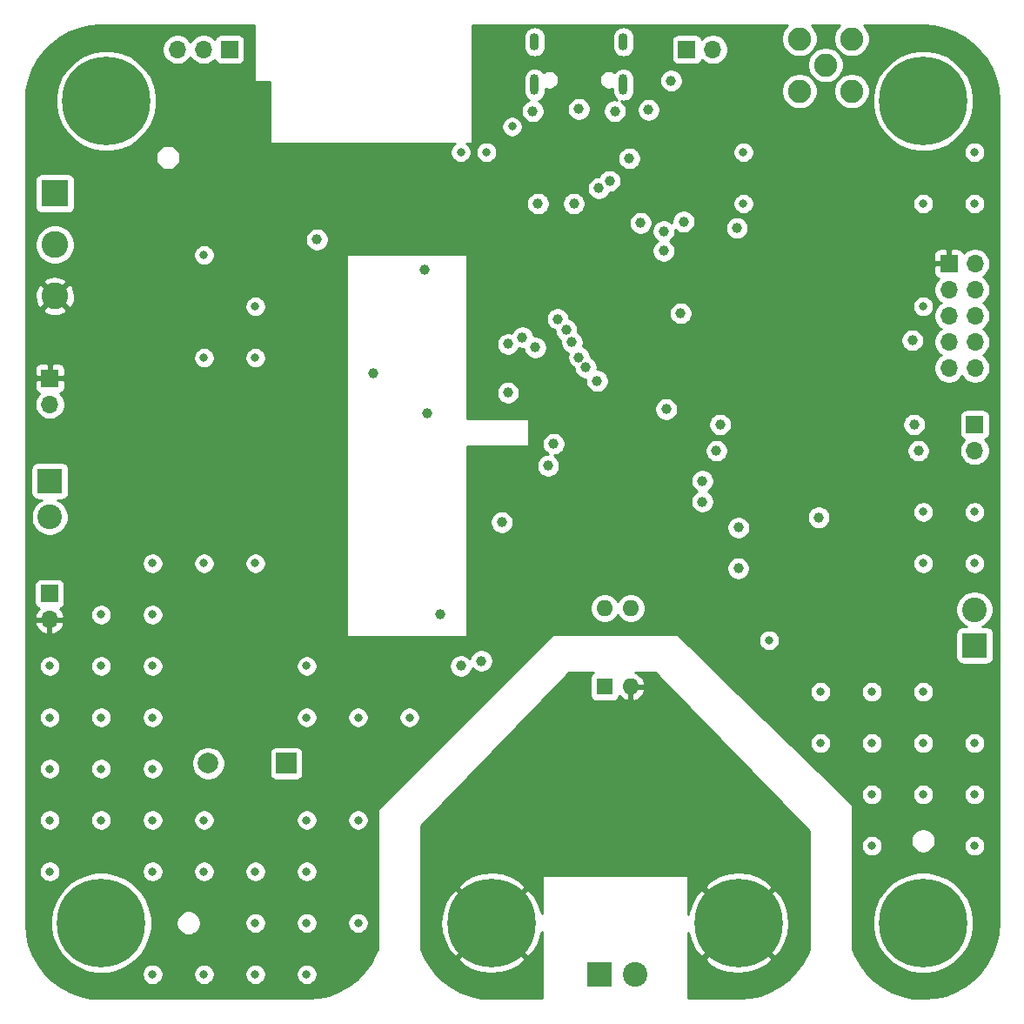
<source format=gbr>
G04 #@! TF.GenerationSoftware,KiCad,Pcbnew,(5.1.9)-1*
G04 #@! TF.CreationDate,2022-01-16T16:07:19+01:00*
G04 #@! TF.ProjectId,STM32F103C8T6,53544d33-3246-4313-9033-433854362e6b,rev?*
G04 #@! TF.SameCoordinates,Original*
G04 #@! TF.FileFunction,Copper,L3,Inr*
G04 #@! TF.FilePolarity,Positive*
%FSLAX46Y46*%
G04 Gerber Fmt 4.6, Leading zero omitted, Abs format (unit mm)*
G04 Created by KiCad (PCBNEW (5.1.9)-1) date 2022-01-16 16:07:19*
%MOMM*%
%LPD*%
G01*
G04 APERTURE LIST*
G04 #@! TA.AperFunction,ComponentPad*
%ADD10O,0.900000X1.700000*%
G04 #@! TD*
G04 #@! TA.AperFunction,ComponentPad*
%ADD11O,0.900000X2.000000*%
G04 #@! TD*
G04 #@! TA.AperFunction,ComponentPad*
%ADD12C,0.900000*%
G04 #@! TD*
G04 #@! TA.AperFunction,ComponentPad*
%ADD13C,8.600000*%
G04 #@! TD*
G04 #@! TA.AperFunction,ComponentPad*
%ADD14R,1.700000X1.700000*%
G04 #@! TD*
G04 #@! TA.AperFunction,ComponentPad*
%ADD15O,1.700000X1.700000*%
G04 #@! TD*
G04 #@! TA.AperFunction,ComponentPad*
%ADD16R,2.400000X2.400000*%
G04 #@! TD*
G04 #@! TA.AperFunction,ComponentPad*
%ADD17C,2.400000*%
G04 #@! TD*
G04 #@! TA.AperFunction,ComponentPad*
%ADD18R,2.600000X2.600000*%
G04 #@! TD*
G04 #@! TA.AperFunction,ComponentPad*
%ADD19C,2.600000*%
G04 #@! TD*
G04 #@! TA.AperFunction,ComponentPad*
%ADD20R,1.600000X1.600000*%
G04 #@! TD*
G04 #@! TA.AperFunction,ComponentPad*
%ADD21O,1.600000X1.600000*%
G04 #@! TD*
G04 #@! TA.AperFunction,ComponentPad*
%ADD22R,2.000000X2.000000*%
G04 #@! TD*
G04 #@! TA.AperFunction,ComponentPad*
%ADD23C,2.000000*%
G04 #@! TD*
G04 #@! TA.AperFunction,ComponentPad*
%ADD24C,2.250000*%
G04 #@! TD*
G04 #@! TA.AperFunction,ViaPad*
%ADD25C,1.000000*%
G04 #@! TD*
G04 #@! TA.AperFunction,ViaPad*
%ADD26C,0.800000*%
G04 #@! TD*
G04 #@! TA.AperFunction,Conductor*
%ADD27C,0.254000*%
G04 #@! TD*
G04 #@! TA.AperFunction,Conductor*
%ADD28C,0.100000*%
G04 #@! TD*
G04 APERTURE END LIST*
D10*
X122180000Y-34260000D03*
X130820000Y-34260000D03*
D11*
X122180000Y-38430000D03*
X130820000Y-38430000D03*
D12*
X82780419Y-37719581D03*
X80500000Y-36775000D03*
X78219581Y-37719581D03*
X77275000Y-40000000D03*
X78219581Y-42280419D03*
X80500000Y-43225000D03*
X82780419Y-42280419D03*
X83725000Y-40000000D03*
D13*
X80500000Y-40000000D03*
D12*
X82280419Y-117719581D03*
X80000000Y-116775000D03*
X77719581Y-117719581D03*
X76775000Y-120000000D03*
X77719581Y-122280419D03*
X80000000Y-123225000D03*
X82280419Y-122280419D03*
X83225000Y-120000000D03*
D13*
X80000000Y-120000000D03*
X160000000Y-120000000D03*
D12*
X163225000Y-120000000D03*
X162280419Y-122280419D03*
X160000000Y-123225000D03*
X157719581Y-122280419D03*
X156775000Y-120000000D03*
X157719581Y-117719581D03*
X160000000Y-116775000D03*
X162280419Y-117719581D03*
X162280419Y-37719581D03*
X160000000Y-36775000D03*
X157719581Y-37719581D03*
X156775000Y-40000000D03*
X157719581Y-42280419D03*
X160000000Y-43225000D03*
X162280419Y-42280419D03*
X163225000Y-40000000D03*
D13*
X160000000Y-40000000D03*
X118000000Y-120000000D03*
D12*
X121225000Y-120000000D03*
X120280419Y-122280419D03*
X118000000Y-123225000D03*
X115719581Y-122280419D03*
X114775000Y-120000000D03*
X115719581Y-117719581D03*
X118000000Y-116775000D03*
X120280419Y-117719581D03*
X144280419Y-117719581D03*
X142000000Y-116775000D03*
X139719581Y-117719581D03*
X138775000Y-120000000D03*
X139719581Y-122280419D03*
X142000000Y-123225000D03*
X144280419Y-122280419D03*
X145225000Y-120000000D03*
D13*
X142000000Y-120000000D03*
D14*
X75000000Y-67000000D03*
D15*
X75000000Y-69540000D03*
D16*
X75000000Y-77000000D03*
D17*
X75000000Y-80500000D03*
D15*
X139540000Y-35000000D03*
D14*
X137000000Y-35000000D03*
D16*
X165000000Y-93000000D03*
D17*
X165000000Y-89500000D03*
D14*
X162500000Y-55840000D03*
D15*
X165040000Y-55840000D03*
X162500000Y-58380000D03*
X165040000Y-58380000D03*
X162500000Y-60920000D03*
X165040000Y-60920000D03*
X162500000Y-63460000D03*
X165040000Y-63460000D03*
X162500000Y-66000000D03*
X165040000Y-66000000D03*
D14*
X165000000Y-71500000D03*
D15*
X165000000Y-74040000D03*
D18*
X75500000Y-49000000D03*
D19*
X75500000Y-54000000D03*
X75500000Y-59000000D03*
D14*
X92500000Y-35000000D03*
D15*
X89960000Y-35000000D03*
X87420000Y-35000000D03*
D17*
X132000000Y-125000000D03*
D16*
X128500000Y-125000000D03*
D15*
X74975000Y-90490000D03*
D14*
X74975000Y-87950000D03*
D20*
X129000000Y-97000000D03*
D21*
X131540000Y-89380000D03*
X131540000Y-97000000D03*
X129000000Y-89380000D03*
D22*
X98025000Y-104475000D03*
D23*
X90425000Y-104475000D03*
D24*
X150500000Y-36500000D03*
X153040000Y-39040000D03*
X153040000Y-33960000D03*
X147960000Y-33960000D03*
X147960000Y-39040000D03*
D25*
X106500000Y-66500000D03*
X113000000Y-90000000D03*
X111500000Y-56425000D03*
X126480000Y-40800000D03*
X136690000Y-51760000D03*
X123500000Y-75500000D03*
X122260000Y-64010000D03*
X121000000Y-63000000D03*
D26*
X142500000Y-45000000D03*
X165000000Y-50000000D03*
X165000000Y-45000000D03*
X142500000Y-50000000D03*
X160000000Y-60000000D03*
X160000000Y-50000000D03*
X160000000Y-80000000D03*
X165000000Y-80000000D03*
X160000000Y-85000000D03*
X165000000Y-85000000D03*
X120000000Y-42500000D03*
X117500000Y-45000000D03*
D25*
X126000000Y-50000000D03*
X122500000Y-50000000D03*
D26*
X165000000Y-102500000D03*
X165000000Y-107500000D03*
X165000000Y-112500000D03*
X160000000Y-107500000D03*
X160000000Y-102500000D03*
X160000000Y-97500000D03*
X155000000Y-97500000D03*
X155000000Y-102500000D03*
X155000000Y-107500000D03*
X155000000Y-112500000D03*
X150000000Y-102500000D03*
X150000000Y-97500000D03*
X145000000Y-92500000D03*
X90000000Y-55000000D03*
X85000000Y-85000000D03*
X85000000Y-90000000D03*
X80000000Y-90000000D03*
X80000000Y-95000000D03*
X85000000Y-95000000D03*
X75000000Y-95000000D03*
X75000000Y-100000000D03*
X80000000Y-100000000D03*
X85000000Y-100000000D03*
X85000000Y-105000000D03*
X80000000Y-105000000D03*
X75000000Y-105000000D03*
X75000000Y-110000000D03*
X80000000Y-110000000D03*
X85000000Y-110000000D03*
X90000000Y-110000000D03*
X100000000Y-110000000D03*
X105000000Y-110000000D03*
X95000000Y-85000000D03*
X90000000Y-85000000D03*
X100000000Y-115000000D03*
X95000000Y-115000000D03*
X90000000Y-115000000D03*
X85000000Y-115000000D03*
X75000000Y-115000000D03*
X95000000Y-120000000D03*
X100000000Y-120000000D03*
X105000000Y-120000000D03*
X95000000Y-125000000D03*
X90000000Y-125000000D03*
X85000000Y-125000000D03*
X100000000Y-125000000D03*
D25*
X149830000Y-80550000D03*
X135000000Y-70000000D03*
X132500000Y-51875000D03*
X134750000Y-52675000D03*
X134750000Y-54600000D03*
X131400000Y-45600000D03*
X111725000Y-70425000D03*
D26*
X100000000Y-95000000D03*
X100000000Y-100000000D03*
X105000000Y-100000000D03*
X110000000Y-100000000D03*
X90000000Y-65000000D03*
X95000000Y-65000000D03*
X95000000Y-60000000D03*
X115000000Y-45000000D03*
D25*
X126000000Y-89500000D03*
X153500000Y-93500000D03*
X153500000Y-89000000D03*
X125230000Y-46930000D03*
X118000000Y-48000000D03*
X114000000Y-48000000D03*
X94500000Y-77500000D03*
X92500000Y-80000000D03*
X117000000Y-81000000D03*
X118000000Y-68500000D03*
X118000000Y-65000000D03*
X152620000Y-77750000D03*
X132270000Y-69680000D03*
X121440000Y-65600000D03*
X148310000Y-84010000D03*
X149980000Y-64550000D03*
X148330000Y-64550000D03*
X146680000Y-64550000D03*
X87000000Y-39000000D03*
X95500000Y-39000000D03*
X116500000Y-79500000D03*
X97400000Y-90000000D03*
X138930000Y-51000000D03*
X132500000Y-50430000D03*
X140990000Y-39600000D03*
X135500000Y-39600000D03*
X161500000Y-69000000D03*
X161500000Y-76500000D03*
X155450000Y-86930000D03*
X155430000Y-95580000D03*
X112500000Y-51740000D03*
X87490000Y-56440000D03*
X90750000Y-69500000D03*
X90750000Y-71250000D03*
X94250000Y-69500000D03*
X94250000Y-71250000D03*
X144690000Y-61090000D03*
X156330000Y-56460000D03*
X129930000Y-80000000D03*
X126000000Y-88000000D03*
X121500000Y-54370000D03*
X101000000Y-53500000D03*
X122000000Y-41000000D03*
X130000000Y-41000000D03*
X125500000Y-113540000D03*
X125825000Y-63500000D03*
X133275000Y-40875000D03*
X129480000Y-47793942D03*
X135470000Y-38030000D03*
X125275000Y-62300000D03*
X136400000Y-60675000D03*
X128263541Y-67263541D03*
X158950000Y-63300000D03*
X127159541Y-65952502D03*
X124025000Y-73375000D03*
X140250000Y-71500000D03*
X159125000Y-71500000D03*
X139875000Y-74050000D03*
X159525000Y-74050000D03*
X119000000Y-81000000D03*
X117000000Y-94500000D03*
X115000000Y-95000000D03*
X142000000Y-85500000D03*
X142020000Y-81530000D03*
X119600000Y-63670000D03*
X119600000Y-68390000D03*
X138500000Y-77000000D03*
X138500000Y-79000000D03*
X141875000Y-52375000D03*
X126500000Y-64950000D03*
X124425000Y-61225000D03*
X128425000Y-48500000D03*
D27*
X94873000Y-38000000D02*
X94875440Y-38024776D01*
X94882667Y-38048601D01*
X94894403Y-38070557D01*
X94910197Y-38089803D01*
X94929443Y-38105597D01*
X94951399Y-38117333D01*
X94975224Y-38124560D01*
X95000000Y-38127000D01*
X96373000Y-38127000D01*
X96373000Y-44000000D01*
X96375440Y-44024776D01*
X96382667Y-44048601D01*
X96394403Y-44070557D01*
X96410197Y-44089803D01*
X96429443Y-44105597D01*
X96451399Y-44117333D01*
X96475224Y-44124560D01*
X96500000Y-44127000D01*
X114443586Y-44127000D01*
X114340226Y-44196063D01*
X114196063Y-44340226D01*
X114082795Y-44509744D01*
X114004774Y-44698102D01*
X113965000Y-44898061D01*
X113965000Y-45101939D01*
X114004774Y-45301898D01*
X114082795Y-45490256D01*
X114196063Y-45659774D01*
X114340226Y-45803937D01*
X114509744Y-45917205D01*
X114698102Y-45995226D01*
X114898061Y-46035000D01*
X115101939Y-46035000D01*
X115301898Y-45995226D01*
X115490256Y-45917205D01*
X115659774Y-45803937D01*
X115803937Y-45659774D01*
X115917205Y-45490256D01*
X115995226Y-45301898D01*
X116035000Y-45101939D01*
X116035000Y-44898061D01*
X116465000Y-44898061D01*
X116465000Y-45101939D01*
X116504774Y-45301898D01*
X116582795Y-45490256D01*
X116696063Y-45659774D01*
X116840226Y-45803937D01*
X117009744Y-45917205D01*
X117198102Y-45995226D01*
X117398061Y-46035000D01*
X117601939Y-46035000D01*
X117801898Y-45995226D01*
X117990256Y-45917205D01*
X118159774Y-45803937D01*
X118303937Y-45659774D01*
X118417205Y-45490256D01*
X118418051Y-45488212D01*
X130265000Y-45488212D01*
X130265000Y-45711788D01*
X130308617Y-45931067D01*
X130394176Y-46137624D01*
X130518388Y-46323520D01*
X130676480Y-46481612D01*
X130862376Y-46605824D01*
X131068933Y-46691383D01*
X131288212Y-46735000D01*
X131511788Y-46735000D01*
X131731067Y-46691383D01*
X131937624Y-46605824D01*
X132123520Y-46481612D01*
X132281612Y-46323520D01*
X132405824Y-46137624D01*
X132491383Y-45931067D01*
X132535000Y-45711788D01*
X132535000Y-45488212D01*
X132491383Y-45268933D01*
X132405824Y-45062376D01*
X132296032Y-44898061D01*
X141465000Y-44898061D01*
X141465000Y-45101939D01*
X141504774Y-45301898D01*
X141582795Y-45490256D01*
X141696063Y-45659774D01*
X141840226Y-45803937D01*
X142009744Y-45917205D01*
X142198102Y-45995226D01*
X142398061Y-46035000D01*
X142601939Y-46035000D01*
X142801898Y-45995226D01*
X142990256Y-45917205D01*
X143159774Y-45803937D01*
X143303937Y-45659774D01*
X143417205Y-45490256D01*
X143495226Y-45301898D01*
X143535000Y-45101939D01*
X143535000Y-44898061D01*
X143495226Y-44698102D01*
X143417205Y-44509744D01*
X143303937Y-44340226D01*
X143159774Y-44196063D01*
X142990256Y-44082795D01*
X142801898Y-44004774D01*
X142601939Y-43965000D01*
X142398061Y-43965000D01*
X142198102Y-44004774D01*
X142009744Y-44082795D01*
X141840226Y-44196063D01*
X141696063Y-44340226D01*
X141582795Y-44509744D01*
X141504774Y-44698102D01*
X141465000Y-44898061D01*
X132296032Y-44898061D01*
X132281612Y-44876480D01*
X132123520Y-44718388D01*
X131937624Y-44594176D01*
X131731067Y-44508617D01*
X131511788Y-44465000D01*
X131288212Y-44465000D01*
X131068933Y-44508617D01*
X130862376Y-44594176D01*
X130676480Y-44718388D01*
X130518388Y-44876480D01*
X130394176Y-45062376D01*
X130308617Y-45268933D01*
X130265000Y-45488212D01*
X118418051Y-45488212D01*
X118495226Y-45301898D01*
X118535000Y-45101939D01*
X118535000Y-44898061D01*
X118495226Y-44698102D01*
X118417205Y-44509744D01*
X118303937Y-44340226D01*
X118159774Y-44196063D01*
X117990256Y-44082795D01*
X117801898Y-44004774D01*
X117601939Y-43965000D01*
X117398061Y-43965000D01*
X117198102Y-44004774D01*
X117009744Y-44082795D01*
X116840226Y-44196063D01*
X116696063Y-44340226D01*
X116582795Y-44509744D01*
X116504774Y-44698102D01*
X116465000Y-44898061D01*
X116035000Y-44898061D01*
X115995226Y-44698102D01*
X115917205Y-44509744D01*
X115803937Y-44340226D01*
X115659774Y-44196063D01*
X115556414Y-44127000D01*
X116000000Y-44127000D01*
X116024776Y-44124560D01*
X116048601Y-44117333D01*
X116070557Y-44105597D01*
X116089803Y-44089803D01*
X116105597Y-44070557D01*
X116117333Y-44048601D01*
X116124560Y-44024776D01*
X116127000Y-44000000D01*
X116127000Y-42398061D01*
X118965000Y-42398061D01*
X118965000Y-42601939D01*
X119004774Y-42801898D01*
X119082795Y-42990256D01*
X119196063Y-43159774D01*
X119340226Y-43303937D01*
X119509744Y-43417205D01*
X119698102Y-43495226D01*
X119898061Y-43535000D01*
X120101939Y-43535000D01*
X120301898Y-43495226D01*
X120490256Y-43417205D01*
X120659774Y-43303937D01*
X120803937Y-43159774D01*
X120917205Y-42990256D01*
X120995226Y-42801898D01*
X121035000Y-42601939D01*
X121035000Y-42398061D01*
X120995226Y-42198102D01*
X120917205Y-42009744D01*
X120803937Y-41840226D01*
X120659774Y-41696063D01*
X120490256Y-41582795D01*
X120301898Y-41504774D01*
X120101939Y-41465000D01*
X119898061Y-41465000D01*
X119698102Y-41504774D01*
X119509744Y-41582795D01*
X119340226Y-41696063D01*
X119196063Y-41840226D01*
X119082795Y-42009744D01*
X119004774Y-42198102D01*
X118965000Y-42398061D01*
X116127000Y-42398061D01*
X116127000Y-40888212D01*
X120865000Y-40888212D01*
X120865000Y-41111788D01*
X120908617Y-41331067D01*
X120994176Y-41537624D01*
X121118388Y-41723520D01*
X121276480Y-41881612D01*
X121462376Y-42005824D01*
X121668933Y-42091383D01*
X121888212Y-42135000D01*
X122111788Y-42135000D01*
X122331067Y-42091383D01*
X122537624Y-42005824D01*
X122723520Y-41881612D01*
X122881612Y-41723520D01*
X123005824Y-41537624D01*
X123091383Y-41331067D01*
X123135000Y-41111788D01*
X123135000Y-40888212D01*
X123095218Y-40688212D01*
X125345000Y-40688212D01*
X125345000Y-40911788D01*
X125388617Y-41131067D01*
X125474176Y-41337624D01*
X125598388Y-41523520D01*
X125756480Y-41681612D01*
X125942376Y-41805824D01*
X126148933Y-41891383D01*
X126368212Y-41935000D01*
X126591788Y-41935000D01*
X126811067Y-41891383D01*
X127017624Y-41805824D01*
X127203520Y-41681612D01*
X127361612Y-41523520D01*
X127485824Y-41337624D01*
X127571383Y-41131067D01*
X127615000Y-40911788D01*
X127615000Y-40688212D01*
X127571383Y-40468933D01*
X127485824Y-40262376D01*
X127361612Y-40076480D01*
X127203520Y-39918388D01*
X127017624Y-39794176D01*
X126811067Y-39708617D01*
X126591788Y-39665000D01*
X126368212Y-39665000D01*
X126148933Y-39708617D01*
X125942376Y-39794176D01*
X125756480Y-39918388D01*
X125598388Y-40076480D01*
X125474176Y-40262376D01*
X125388617Y-40468933D01*
X125345000Y-40688212D01*
X123095218Y-40688212D01*
X123091383Y-40668933D01*
X123005824Y-40462376D01*
X122881612Y-40276480D01*
X122723520Y-40118388D01*
X122549112Y-40001852D01*
X122597219Y-39987259D01*
X122785710Y-39886509D01*
X122950922Y-39750922D01*
X123086509Y-39585710D01*
X123187259Y-39397220D01*
X123249300Y-39192697D01*
X123265000Y-39033294D01*
X123265000Y-38819133D01*
X123337271Y-38849068D01*
X123517911Y-38885000D01*
X123702089Y-38885000D01*
X123882729Y-38849068D01*
X124052889Y-38778586D01*
X124206028Y-38676262D01*
X124336262Y-38546028D01*
X124438586Y-38392889D01*
X124509068Y-38222729D01*
X124545000Y-38042089D01*
X124545000Y-37857911D01*
X128455000Y-37857911D01*
X128455000Y-38042089D01*
X128490932Y-38222729D01*
X128561414Y-38392889D01*
X128663738Y-38546028D01*
X128793972Y-38676262D01*
X128947111Y-38778586D01*
X129117271Y-38849068D01*
X129297911Y-38885000D01*
X129482089Y-38885000D01*
X129662729Y-38849068D01*
X129735000Y-38819133D01*
X129735000Y-39033293D01*
X129750700Y-39192696D01*
X129812741Y-39397219D01*
X129913491Y-39585710D01*
X130049078Y-39750922D01*
X130212488Y-39885030D01*
X130111788Y-39865000D01*
X129888212Y-39865000D01*
X129668933Y-39908617D01*
X129462376Y-39994176D01*
X129276480Y-40118388D01*
X129118388Y-40276480D01*
X128994176Y-40462376D01*
X128908617Y-40668933D01*
X128865000Y-40888212D01*
X128865000Y-41111788D01*
X128908617Y-41331067D01*
X128994176Y-41537624D01*
X129118388Y-41723520D01*
X129276480Y-41881612D01*
X129462376Y-42005824D01*
X129668933Y-42091383D01*
X129888212Y-42135000D01*
X130111788Y-42135000D01*
X130331067Y-42091383D01*
X130537624Y-42005824D01*
X130723520Y-41881612D01*
X130881612Y-41723520D01*
X131005824Y-41537624D01*
X131091383Y-41331067D01*
X131135000Y-41111788D01*
X131135000Y-40888212D01*
X131110137Y-40763212D01*
X132140000Y-40763212D01*
X132140000Y-40986788D01*
X132183617Y-41206067D01*
X132269176Y-41412624D01*
X132393388Y-41598520D01*
X132551480Y-41756612D01*
X132737376Y-41880824D01*
X132943933Y-41966383D01*
X133163212Y-42010000D01*
X133386788Y-42010000D01*
X133606067Y-41966383D01*
X133812624Y-41880824D01*
X133998520Y-41756612D01*
X134156612Y-41598520D01*
X134280824Y-41412624D01*
X134366383Y-41206067D01*
X134410000Y-40986788D01*
X134410000Y-40763212D01*
X134366383Y-40543933D01*
X134280824Y-40337376D01*
X134156612Y-40151480D01*
X133998520Y-39993388D01*
X133812624Y-39869176D01*
X133606067Y-39783617D01*
X133386788Y-39740000D01*
X133163212Y-39740000D01*
X132943933Y-39783617D01*
X132737376Y-39869176D01*
X132551480Y-39993388D01*
X132393388Y-40151480D01*
X132269176Y-40337376D01*
X132183617Y-40543933D01*
X132140000Y-40763212D01*
X131110137Y-40763212D01*
X131091383Y-40668933D01*
X131005824Y-40462376D01*
X130881612Y-40276480D01*
X130723520Y-40118388D01*
X130622339Y-40050781D01*
X130820000Y-40070249D01*
X131032696Y-40049300D01*
X131237219Y-39987259D01*
X131425710Y-39886509D01*
X131590922Y-39750922D01*
X131726509Y-39585710D01*
X131827259Y-39397220D01*
X131889300Y-39192697D01*
X131905000Y-39033294D01*
X131905000Y-37918212D01*
X134335000Y-37918212D01*
X134335000Y-38141788D01*
X134378617Y-38361067D01*
X134464176Y-38567624D01*
X134588388Y-38753520D01*
X134746480Y-38911612D01*
X134932376Y-39035824D01*
X135138933Y-39121383D01*
X135358212Y-39165000D01*
X135581788Y-39165000D01*
X135801067Y-39121383D01*
X136007624Y-39035824D01*
X136193520Y-38911612D01*
X136238477Y-38866655D01*
X146200000Y-38866655D01*
X146200000Y-39213345D01*
X146267636Y-39553373D01*
X146400308Y-39873673D01*
X146592919Y-40161935D01*
X146838065Y-40407081D01*
X147126327Y-40599692D01*
X147446627Y-40732364D01*
X147786655Y-40800000D01*
X148133345Y-40800000D01*
X148473373Y-40732364D01*
X148793673Y-40599692D01*
X149081935Y-40407081D01*
X149327081Y-40161935D01*
X149519692Y-39873673D01*
X149652364Y-39553373D01*
X149720000Y-39213345D01*
X149720000Y-38866655D01*
X151280000Y-38866655D01*
X151280000Y-39213345D01*
X151347636Y-39553373D01*
X151480308Y-39873673D01*
X151672919Y-40161935D01*
X151918065Y-40407081D01*
X152206327Y-40599692D01*
X152526627Y-40732364D01*
X152866655Y-40800000D01*
X153213345Y-40800000D01*
X153553373Y-40732364D01*
X153873673Y-40599692D01*
X154161935Y-40407081D01*
X154407081Y-40161935D01*
X154599692Y-39873673D01*
X154732364Y-39553373D01*
X154740206Y-39513945D01*
X155065000Y-39513945D01*
X155065000Y-40486055D01*
X155254650Y-41439486D01*
X155626660Y-42337599D01*
X156166735Y-43145879D01*
X156854121Y-43833265D01*
X157662401Y-44373340D01*
X158560514Y-44745350D01*
X159513945Y-44935000D01*
X160486055Y-44935000D01*
X160671759Y-44898061D01*
X163965000Y-44898061D01*
X163965000Y-45101939D01*
X164004774Y-45301898D01*
X164082795Y-45490256D01*
X164196063Y-45659774D01*
X164340226Y-45803937D01*
X164509744Y-45917205D01*
X164698102Y-45995226D01*
X164898061Y-46035000D01*
X165101939Y-46035000D01*
X165301898Y-45995226D01*
X165490256Y-45917205D01*
X165659774Y-45803937D01*
X165803937Y-45659774D01*
X165917205Y-45490256D01*
X165995226Y-45301898D01*
X166035000Y-45101939D01*
X166035000Y-44898061D01*
X165995226Y-44698102D01*
X165917205Y-44509744D01*
X165803937Y-44340226D01*
X165659774Y-44196063D01*
X165490256Y-44082795D01*
X165301898Y-44004774D01*
X165101939Y-43965000D01*
X164898061Y-43965000D01*
X164698102Y-44004774D01*
X164509744Y-44082795D01*
X164340226Y-44196063D01*
X164196063Y-44340226D01*
X164082795Y-44509744D01*
X164004774Y-44698102D01*
X163965000Y-44898061D01*
X160671759Y-44898061D01*
X161439486Y-44745350D01*
X162337599Y-44373340D01*
X163145879Y-43833265D01*
X163833265Y-43145879D01*
X164373340Y-42337599D01*
X164745350Y-41439486D01*
X164935000Y-40486055D01*
X164935000Y-39513945D01*
X164745350Y-38560514D01*
X164373340Y-37662401D01*
X163833265Y-36854121D01*
X163145879Y-36166735D01*
X162337599Y-35626660D01*
X161439486Y-35254650D01*
X160486055Y-35065000D01*
X159513945Y-35065000D01*
X158560514Y-35254650D01*
X157662401Y-35626660D01*
X156854121Y-36166735D01*
X156166735Y-36854121D01*
X155626660Y-37662401D01*
X155254650Y-38560514D01*
X155065000Y-39513945D01*
X154740206Y-39513945D01*
X154800000Y-39213345D01*
X154800000Y-38866655D01*
X154732364Y-38526627D01*
X154599692Y-38206327D01*
X154407081Y-37918065D01*
X154161935Y-37672919D01*
X153873673Y-37480308D01*
X153553373Y-37347636D01*
X153213345Y-37280000D01*
X152866655Y-37280000D01*
X152526627Y-37347636D01*
X152206327Y-37480308D01*
X151918065Y-37672919D01*
X151672919Y-37918065D01*
X151480308Y-38206327D01*
X151347636Y-38526627D01*
X151280000Y-38866655D01*
X149720000Y-38866655D01*
X149652364Y-38526627D01*
X149519692Y-38206327D01*
X149327081Y-37918065D01*
X149081935Y-37672919D01*
X148793673Y-37480308D01*
X148473373Y-37347636D01*
X148133345Y-37280000D01*
X147786655Y-37280000D01*
X147446627Y-37347636D01*
X147126327Y-37480308D01*
X146838065Y-37672919D01*
X146592919Y-37918065D01*
X146400308Y-38206327D01*
X146267636Y-38526627D01*
X146200000Y-38866655D01*
X136238477Y-38866655D01*
X136351612Y-38753520D01*
X136475824Y-38567624D01*
X136561383Y-38361067D01*
X136605000Y-38141788D01*
X136605000Y-37918212D01*
X136561383Y-37698933D01*
X136475824Y-37492376D01*
X136351612Y-37306480D01*
X136193520Y-37148388D01*
X136007624Y-37024176D01*
X135801067Y-36938617D01*
X135581788Y-36895000D01*
X135358212Y-36895000D01*
X135138933Y-36938617D01*
X134932376Y-37024176D01*
X134746480Y-37148388D01*
X134588388Y-37306480D01*
X134464176Y-37492376D01*
X134378617Y-37698933D01*
X134335000Y-37918212D01*
X131905000Y-37918212D01*
X131905000Y-37826706D01*
X131889300Y-37667303D01*
X131827259Y-37462780D01*
X131726509Y-37274290D01*
X131590922Y-37109078D01*
X131425710Y-36973491D01*
X131237220Y-36872741D01*
X131032697Y-36810700D01*
X130820000Y-36789751D01*
X130607304Y-36810700D01*
X130402781Y-36872741D01*
X130214291Y-36973491D01*
X130049079Y-37109078D01*
X129965975Y-37210339D01*
X129832889Y-37121414D01*
X129662729Y-37050932D01*
X129482089Y-37015000D01*
X129297911Y-37015000D01*
X129117271Y-37050932D01*
X128947111Y-37121414D01*
X128793972Y-37223738D01*
X128663738Y-37353972D01*
X128561414Y-37507111D01*
X128490932Y-37677271D01*
X128455000Y-37857911D01*
X124545000Y-37857911D01*
X124509068Y-37677271D01*
X124438586Y-37507111D01*
X124336262Y-37353972D01*
X124206028Y-37223738D01*
X124052889Y-37121414D01*
X123882729Y-37050932D01*
X123702089Y-37015000D01*
X123517911Y-37015000D01*
X123337271Y-37050932D01*
X123167111Y-37121414D01*
X123034025Y-37210339D01*
X122950922Y-37109078D01*
X122785710Y-36973491D01*
X122597220Y-36872741D01*
X122392697Y-36810700D01*
X122180000Y-36789751D01*
X121967304Y-36810700D01*
X121762781Y-36872741D01*
X121574291Y-36973491D01*
X121409079Y-37109078D01*
X121273492Y-37274290D01*
X121172742Y-37462780D01*
X121110700Y-37667303D01*
X121095000Y-37826706D01*
X121095000Y-39033293D01*
X121110700Y-39192696D01*
X121172741Y-39397219D01*
X121273491Y-39585710D01*
X121409078Y-39750922D01*
X121574290Y-39886509D01*
X121638914Y-39921051D01*
X121462376Y-39994176D01*
X121276480Y-40118388D01*
X121118388Y-40276480D01*
X120994176Y-40462376D01*
X120908617Y-40668933D01*
X120865000Y-40888212D01*
X116127000Y-40888212D01*
X116127000Y-33806706D01*
X121095000Y-33806706D01*
X121095000Y-34713293D01*
X121110700Y-34872696D01*
X121172741Y-35077219D01*
X121273491Y-35265710D01*
X121409078Y-35430922D01*
X121574290Y-35566509D01*
X121762780Y-35667259D01*
X121967303Y-35729300D01*
X122180000Y-35750249D01*
X122392696Y-35729300D01*
X122597219Y-35667259D01*
X122785710Y-35566509D01*
X122950922Y-35430922D01*
X123086509Y-35265710D01*
X123187259Y-35077220D01*
X123249300Y-34872697D01*
X123265000Y-34713294D01*
X123265000Y-33806707D01*
X123265000Y-33806706D01*
X129735000Y-33806706D01*
X129735000Y-34713293D01*
X129750700Y-34872696D01*
X129812741Y-35077219D01*
X129913491Y-35265710D01*
X130049078Y-35430922D01*
X130214290Y-35566509D01*
X130402780Y-35667259D01*
X130607303Y-35729300D01*
X130820000Y-35750249D01*
X131032696Y-35729300D01*
X131237219Y-35667259D01*
X131425710Y-35566509D01*
X131590922Y-35430922D01*
X131726509Y-35265710D01*
X131827259Y-35077220D01*
X131889300Y-34872697D01*
X131905000Y-34713294D01*
X131905000Y-34150000D01*
X135511928Y-34150000D01*
X135511928Y-35850000D01*
X135524188Y-35974482D01*
X135560498Y-36094180D01*
X135619463Y-36204494D01*
X135698815Y-36301185D01*
X135795506Y-36380537D01*
X135905820Y-36439502D01*
X136025518Y-36475812D01*
X136150000Y-36488072D01*
X137850000Y-36488072D01*
X137974482Y-36475812D01*
X138094180Y-36439502D01*
X138204494Y-36380537D01*
X138301185Y-36301185D01*
X138380537Y-36204494D01*
X138439502Y-36094180D01*
X138461513Y-36021620D01*
X138593368Y-36153475D01*
X138836589Y-36315990D01*
X139106842Y-36427932D01*
X139393740Y-36485000D01*
X139686260Y-36485000D01*
X139973158Y-36427932D01*
X140217663Y-36326655D01*
X148740000Y-36326655D01*
X148740000Y-36673345D01*
X148807636Y-37013373D01*
X148940308Y-37333673D01*
X149132919Y-37621935D01*
X149378065Y-37867081D01*
X149666327Y-38059692D01*
X149986627Y-38192364D01*
X150326655Y-38260000D01*
X150673345Y-38260000D01*
X151013373Y-38192364D01*
X151333673Y-38059692D01*
X151621935Y-37867081D01*
X151867081Y-37621935D01*
X152059692Y-37333673D01*
X152192364Y-37013373D01*
X152260000Y-36673345D01*
X152260000Y-36326655D01*
X152192364Y-35986627D01*
X152059692Y-35666327D01*
X151867081Y-35378065D01*
X151621935Y-35132919D01*
X151333673Y-34940308D01*
X151013373Y-34807636D01*
X150673345Y-34740000D01*
X150326655Y-34740000D01*
X149986627Y-34807636D01*
X149666327Y-34940308D01*
X149378065Y-35132919D01*
X149132919Y-35378065D01*
X148940308Y-35666327D01*
X148807636Y-35986627D01*
X148740000Y-36326655D01*
X140217663Y-36326655D01*
X140243411Y-36315990D01*
X140486632Y-36153475D01*
X140693475Y-35946632D01*
X140855990Y-35703411D01*
X140967932Y-35433158D01*
X141025000Y-35146260D01*
X141025000Y-34853740D01*
X140967932Y-34566842D01*
X140855990Y-34296589D01*
X140693475Y-34053368D01*
X140486632Y-33846525D01*
X140243411Y-33684010D01*
X139973158Y-33572068D01*
X139686260Y-33515000D01*
X139393740Y-33515000D01*
X139106842Y-33572068D01*
X138836589Y-33684010D01*
X138593368Y-33846525D01*
X138461513Y-33978380D01*
X138439502Y-33905820D01*
X138380537Y-33795506D01*
X138301185Y-33698815D01*
X138204494Y-33619463D01*
X138094180Y-33560498D01*
X137974482Y-33524188D01*
X137850000Y-33511928D01*
X136150000Y-33511928D01*
X136025518Y-33524188D01*
X135905820Y-33560498D01*
X135795506Y-33619463D01*
X135698815Y-33698815D01*
X135619463Y-33795506D01*
X135560498Y-33905820D01*
X135524188Y-34025518D01*
X135511928Y-34150000D01*
X131905000Y-34150000D01*
X131905000Y-33806707D01*
X131889300Y-33647304D01*
X131827259Y-33442780D01*
X131726509Y-33254290D01*
X131590922Y-33089078D01*
X131425710Y-32953491D01*
X131237220Y-32852741D01*
X131032697Y-32790700D01*
X130820000Y-32769751D01*
X130607304Y-32790700D01*
X130402781Y-32852741D01*
X130214291Y-32953491D01*
X130049079Y-33089078D01*
X129913492Y-33254290D01*
X129812742Y-33442780D01*
X129750700Y-33647303D01*
X129735000Y-33806706D01*
X123265000Y-33806706D01*
X123249300Y-33647304D01*
X123187259Y-33442780D01*
X123086509Y-33254290D01*
X122950922Y-33089078D01*
X122785710Y-32953491D01*
X122597220Y-32852741D01*
X122392697Y-32790700D01*
X122180000Y-32769751D01*
X121967304Y-32790700D01*
X121762781Y-32852741D01*
X121574291Y-32953491D01*
X121409079Y-33089078D01*
X121273492Y-33254290D01*
X121172742Y-33442780D01*
X121110700Y-33647303D01*
X121095000Y-33806706D01*
X116127000Y-33806706D01*
X116127000Y-32660000D01*
X146770984Y-32660000D01*
X146592919Y-32838065D01*
X146400308Y-33126327D01*
X146267636Y-33446627D01*
X146200000Y-33786655D01*
X146200000Y-34133345D01*
X146267636Y-34473373D01*
X146400308Y-34793673D01*
X146592919Y-35081935D01*
X146838065Y-35327081D01*
X147126327Y-35519692D01*
X147446627Y-35652364D01*
X147786655Y-35720000D01*
X148133345Y-35720000D01*
X148473373Y-35652364D01*
X148793673Y-35519692D01*
X149081935Y-35327081D01*
X149327081Y-35081935D01*
X149519692Y-34793673D01*
X149652364Y-34473373D01*
X149720000Y-34133345D01*
X149720000Y-33786655D01*
X149652364Y-33446627D01*
X149519692Y-33126327D01*
X149327081Y-32838065D01*
X149149016Y-32660000D01*
X151850984Y-32660000D01*
X151672919Y-32838065D01*
X151480308Y-33126327D01*
X151347636Y-33446627D01*
X151280000Y-33786655D01*
X151280000Y-34133345D01*
X151347636Y-34473373D01*
X151480308Y-34793673D01*
X151672919Y-35081935D01*
X151918065Y-35327081D01*
X152206327Y-35519692D01*
X152526627Y-35652364D01*
X152866655Y-35720000D01*
X153213345Y-35720000D01*
X153553373Y-35652364D01*
X153873673Y-35519692D01*
X154161935Y-35327081D01*
X154407081Y-35081935D01*
X154599692Y-34793673D01*
X154732364Y-34473373D01*
X154800000Y-34133345D01*
X154800000Y-33786655D01*
X154732364Y-33446627D01*
X154599692Y-33126327D01*
X154407081Y-32838065D01*
X154229016Y-32660000D01*
X159976662Y-32660000D01*
X161033984Y-32734863D01*
X162047336Y-32953032D01*
X163019833Y-33311805D01*
X163932081Y-33804027D01*
X164765873Y-34419875D01*
X165504578Y-35147065D01*
X166133441Y-35971073D01*
X166639935Y-36875483D01*
X167013943Y-37842233D01*
X167248001Y-38852030D01*
X167339237Y-39905445D01*
X167340000Y-40002638D01*
X167340001Y-119976647D01*
X167265137Y-121033982D01*
X167046968Y-122047336D01*
X166688195Y-123019833D01*
X166195970Y-123932086D01*
X165580123Y-124765876D01*
X164852934Y-125504578D01*
X164028927Y-126133441D01*
X163124516Y-126639935D01*
X162157766Y-127013943D01*
X161147976Y-127248000D01*
X160094555Y-127339237D01*
X160020745Y-127339816D01*
X158966018Y-127265137D01*
X157952664Y-127046968D01*
X156980167Y-126688195D01*
X156067914Y-126195970D01*
X155234124Y-125580123D01*
X154495422Y-124852934D01*
X153866559Y-124028927D01*
X153360065Y-123124516D01*
X153127000Y-122522081D01*
X153127000Y-119513945D01*
X155065000Y-119513945D01*
X155065000Y-120486055D01*
X155254650Y-121439486D01*
X155626660Y-122337599D01*
X156166735Y-123145879D01*
X156854121Y-123833265D01*
X157662401Y-124373340D01*
X158560514Y-124745350D01*
X159513945Y-124935000D01*
X160486055Y-124935000D01*
X161439486Y-124745350D01*
X162337599Y-124373340D01*
X163145879Y-123833265D01*
X163833265Y-123145879D01*
X164373340Y-122337599D01*
X164745350Y-121439486D01*
X164935000Y-120486055D01*
X164935000Y-119513945D01*
X164745350Y-118560514D01*
X164373340Y-117662401D01*
X163833265Y-116854121D01*
X163145879Y-116166735D01*
X162337599Y-115626660D01*
X161439486Y-115254650D01*
X160486055Y-115065000D01*
X159513945Y-115065000D01*
X158560514Y-115254650D01*
X157662401Y-115626660D01*
X156854121Y-116166735D01*
X156166735Y-116854121D01*
X155626660Y-117662401D01*
X155254650Y-118560514D01*
X155065000Y-119513945D01*
X153127000Y-119513945D01*
X153127000Y-112398061D01*
X153965000Y-112398061D01*
X153965000Y-112601939D01*
X154004774Y-112801898D01*
X154082795Y-112990256D01*
X154196063Y-113159774D01*
X154340226Y-113303937D01*
X154509744Y-113417205D01*
X154698102Y-113495226D01*
X154898061Y-113535000D01*
X155101939Y-113535000D01*
X155301898Y-113495226D01*
X155490256Y-113417205D01*
X155659774Y-113303937D01*
X155803937Y-113159774D01*
X155917205Y-112990256D01*
X155995226Y-112801898D01*
X156035000Y-112601939D01*
X156035000Y-112398061D01*
X155995226Y-112198102D01*
X155917205Y-112009744D01*
X155830999Y-111880727D01*
X158789000Y-111880727D01*
X158789000Y-112119273D01*
X158835538Y-112353236D01*
X158926825Y-112573624D01*
X159059354Y-112771968D01*
X159228032Y-112940646D01*
X159426376Y-113073175D01*
X159646764Y-113164462D01*
X159880727Y-113211000D01*
X160119273Y-113211000D01*
X160353236Y-113164462D01*
X160573624Y-113073175D01*
X160771968Y-112940646D01*
X160940646Y-112771968D01*
X161073175Y-112573624D01*
X161145895Y-112398061D01*
X163965000Y-112398061D01*
X163965000Y-112601939D01*
X164004774Y-112801898D01*
X164082795Y-112990256D01*
X164196063Y-113159774D01*
X164340226Y-113303937D01*
X164509744Y-113417205D01*
X164698102Y-113495226D01*
X164898061Y-113535000D01*
X165101939Y-113535000D01*
X165301898Y-113495226D01*
X165490256Y-113417205D01*
X165659774Y-113303937D01*
X165803937Y-113159774D01*
X165917205Y-112990256D01*
X165995226Y-112801898D01*
X166035000Y-112601939D01*
X166035000Y-112398061D01*
X165995226Y-112198102D01*
X165917205Y-112009744D01*
X165803937Y-111840226D01*
X165659774Y-111696063D01*
X165490256Y-111582795D01*
X165301898Y-111504774D01*
X165101939Y-111465000D01*
X164898061Y-111465000D01*
X164698102Y-111504774D01*
X164509744Y-111582795D01*
X164340226Y-111696063D01*
X164196063Y-111840226D01*
X164082795Y-112009744D01*
X164004774Y-112198102D01*
X163965000Y-112398061D01*
X161145895Y-112398061D01*
X161164462Y-112353236D01*
X161211000Y-112119273D01*
X161211000Y-111880727D01*
X161164462Y-111646764D01*
X161073175Y-111426376D01*
X160940646Y-111228032D01*
X160771968Y-111059354D01*
X160573624Y-110926825D01*
X160353236Y-110835538D01*
X160119273Y-110789000D01*
X159880727Y-110789000D01*
X159646764Y-110835538D01*
X159426376Y-110926825D01*
X159228032Y-111059354D01*
X159059354Y-111228032D01*
X158926825Y-111426376D01*
X158835538Y-111646764D01*
X158789000Y-111880727D01*
X155830999Y-111880727D01*
X155803937Y-111840226D01*
X155659774Y-111696063D01*
X155490256Y-111582795D01*
X155301898Y-111504774D01*
X155101939Y-111465000D01*
X154898061Y-111465000D01*
X154698102Y-111504774D01*
X154509744Y-111582795D01*
X154340226Y-111696063D01*
X154196063Y-111840226D01*
X154082795Y-112009744D01*
X154004774Y-112198102D01*
X153965000Y-112398061D01*
X153127000Y-112398061D01*
X153127000Y-108500000D01*
X153124560Y-108475224D01*
X153117333Y-108451399D01*
X153105597Y-108429443D01*
X153088452Y-108408867D01*
X152047016Y-107398061D01*
X153965000Y-107398061D01*
X153965000Y-107601939D01*
X154004774Y-107801898D01*
X154082795Y-107990256D01*
X154196063Y-108159774D01*
X154340226Y-108303937D01*
X154509744Y-108417205D01*
X154698102Y-108495226D01*
X154898061Y-108535000D01*
X155101939Y-108535000D01*
X155301898Y-108495226D01*
X155490256Y-108417205D01*
X155659774Y-108303937D01*
X155803937Y-108159774D01*
X155917205Y-107990256D01*
X155995226Y-107801898D01*
X156035000Y-107601939D01*
X156035000Y-107398061D01*
X158965000Y-107398061D01*
X158965000Y-107601939D01*
X159004774Y-107801898D01*
X159082795Y-107990256D01*
X159196063Y-108159774D01*
X159340226Y-108303937D01*
X159509744Y-108417205D01*
X159698102Y-108495226D01*
X159898061Y-108535000D01*
X160101939Y-108535000D01*
X160301898Y-108495226D01*
X160490256Y-108417205D01*
X160659774Y-108303937D01*
X160803937Y-108159774D01*
X160917205Y-107990256D01*
X160995226Y-107801898D01*
X161035000Y-107601939D01*
X161035000Y-107398061D01*
X163965000Y-107398061D01*
X163965000Y-107601939D01*
X164004774Y-107801898D01*
X164082795Y-107990256D01*
X164196063Y-108159774D01*
X164340226Y-108303937D01*
X164509744Y-108417205D01*
X164698102Y-108495226D01*
X164898061Y-108535000D01*
X165101939Y-108535000D01*
X165301898Y-108495226D01*
X165490256Y-108417205D01*
X165659774Y-108303937D01*
X165803937Y-108159774D01*
X165917205Y-107990256D01*
X165995226Y-107801898D01*
X166035000Y-107601939D01*
X166035000Y-107398061D01*
X165995226Y-107198102D01*
X165917205Y-107009744D01*
X165803937Y-106840226D01*
X165659774Y-106696063D01*
X165490256Y-106582795D01*
X165301898Y-106504774D01*
X165101939Y-106465000D01*
X164898061Y-106465000D01*
X164698102Y-106504774D01*
X164509744Y-106582795D01*
X164340226Y-106696063D01*
X164196063Y-106840226D01*
X164082795Y-107009744D01*
X164004774Y-107198102D01*
X163965000Y-107398061D01*
X161035000Y-107398061D01*
X160995226Y-107198102D01*
X160917205Y-107009744D01*
X160803937Y-106840226D01*
X160659774Y-106696063D01*
X160490256Y-106582795D01*
X160301898Y-106504774D01*
X160101939Y-106465000D01*
X159898061Y-106465000D01*
X159698102Y-106504774D01*
X159509744Y-106582795D01*
X159340226Y-106696063D01*
X159196063Y-106840226D01*
X159082795Y-107009744D01*
X159004774Y-107198102D01*
X158965000Y-107398061D01*
X156035000Y-107398061D01*
X155995226Y-107198102D01*
X155917205Y-107009744D01*
X155803937Y-106840226D01*
X155659774Y-106696063D01*
X155490256Y-106582795D01*
X155301898Y-106504774D01*
X155101939Y-106465000D01*
X154898061Y-106465000D01*
X154698102Y-106504774D01*
X154509744Y-106582795D01*
X154340226Y-106696063D01*
X154196063Y-106840226D01*
X154082795Y-107009744D01*
X154004774Y-107198102D01*
X153965000Y-107398061D01*
X152047016Y-107398061D01*
X146895501Y-102398061D01*
X148965000Y-102398061D01*
X148965000Y-102601939D01*
X149004774Y-102801898D01*
X149082795Y-102990256D01*
X149196063Y-103159774D01*
X149340226Y-103303937D01*
X149509744Y-103417205D01*
X149698102Y-103495226D01*
X149898061Y-103535000D01*
X150101939Y-103535000D01*
X150301898Y-103495226D01*
X150490256Y-103417205D01*
X150659774Y-103303937D01*
X150803937Y-103159774D01*
X150917205Y-102990256D01*
X150995226Y-102801898D01*
X151035000Y-102601939D01*
X151035000Y-102398061D01*
X153965000Y-102398061D01*
X153965000Y-102601939D01*
X154004774Y-102801898D01*
X154082795Y-102990256D01*
X154196063Y-103159774D01*
X154340226Y-103303937D01*
X154509744Y-103417205D01*
X154698102Y-103495226D01*
X154898061Y-103535000D01*
X155101939Y-103535000D01*
X155301898Y-103495226D01*
X155490256Y-103417205D01*
X155659774Y-103303937D01*
X155803937Y-103159774D01*
X155917205Y-102990256D01*
X155995226Y-102801898D01*
X156035000Y-102601939D01*
X156035000Y-102398061D01*
X158965000Y-102398061D01*
X158965000Y-102601939D01*
X159004774Y-102801898D01*
X159082795Y-102990256D01*
X159196063Y-103159774D01*
X159340226Y-103303937D01*
X159509744Y-103417205D01*
X159698102Y-103495226D01*
X159898061Y-103535000D01*
X160101939Y-103535000D01*
X160301898Y-103495226D01*
X160490256Y-103417205D01*
X160659774Y-103303937D01*
X160803937Y-103159774D01*
X160917205Y-102990256D01*
X160995226Y-102801898D01*
X161035000Y-102601939D01*
X161035000Y-102398061D01*
X163965000Y-102398061D01*
X163965000Y-102601939D01*
X164004774Y-102801898D01*
X164082795Y-102990256D01*
X164196063Y-103159774D01*
X164340226Y-103303937D01*
X164509744Y-103417205D01*
X164698102Y-103495226D01*
X164898061Y-103535000D01*
X165101939Y-103535000D01*
X165301898Y-103495226D01*
X165490256Y-103417205D01*
X165659774Y-103303937D01*
X165803937Y-103159774D01*
X165917205Y-102990256D01*
X165995226Y-102801898D01*
X166035000Y-102601939D01*
X166035000Y-102398061D01*
X165995226Y-102198102D01*
X165917205Y-102009744D01*
X165803937Y-101840226D01*
X165659774Y-101696063D01*
X165490256Y-101582795D01*
X165301898Y-101504774D01*
X165101939Y-101465000D01*
X164898061Y-101465000D01*
X164698102Y-101504774D01*
X164509744Y-101582795D01*
X164340226Y-101696063D01*
X164196063Y-101840226D01*
X164082795Y-102009744D01*
X164004774Y-102198102D01*
X163965000Y-102398061D01*
X161035000Y-102398061D01*
X160995226Y-102198102D01*
X160917205Y-102009744D01*
X160803937Y-101840226D01*
X160659774Y-101696063D01*
X160490256Y-101582795D01*
X160301898Y-101504774D01*
X160101939Y-101465000D01*
X159898061Y-101465000D01*
X159698102Y-101504774D01*
X159509744Y-101582795D01*
X159340226Y-101696063D01*
X159196063Y-101840226D01*
X159082795Y-102009744D01*
X159004774Y-102198102D01*
X158965000Y-102398061D01*
X156035000Y-102398061D01*
X155995226Y-102198102D01*
X155917205Y-102009744D01*
X155803937Y-101840226D01*
X155659774Y-101696063D01*
X155490256Y-101582795D01*
X155301898Y-101504774D01*
X155101939Y-101465000D01*
X154898061Y-101465000D01*
X154698102Y-101504774D01*
X154509744Y-101582795D01*
X154340226Y-101696063D01*
X154196063Y-101840226D01*
X154082795Y-102009744D01*
X154004774Y-102198102D01*
X153965000Y-102398061D01*
X151035000Y-102398061D01*
X150995226Y-102198102D01*
X150917205Y-102009744D01*
X150803937Y-101840226D01*
X150659774Y-101696063D01*
X150490256Y-101582795D01*
X150301898Y-101504774D01*
X150101939Y-101465000D01*
X149898061Y-101465000D01*
X149698102Y-101504774D01*
X149509744Y-101582795D01*
X149340226Y-101696063D01*
X149196063Y-101840226D01*
X149082795Y-102009744D01*
X149004774Y-102198102D01*
X148965000Y-102398061D01*
X146895501Y-102398061D01*
X141743986Y-97398061D01*
X148965000Y-97398061D01*
X148965000Y-97601939D01*
X149004774Y-97801898D01*
X149082795Y-97990256D01*
X149196063Y-98159774D01*
X149340226Y-98303937D01*
X149509744Y-98417205D01*
X149698102Y-98495226D01*
X149898061Y-98535000D01*
X150101939Y-98535000D01*
X150301898Y-98495226D01*
X150490256Y-98417205D01*
X150659774Y-98303937D01*
X150803937Y-98159774D01*
X150917205Y-97990256D01*
X150995226Y-97801898D01*
X151035000Y-97601939D01*
X151035000Y-97398061D01*
X153965000Y-97398061D01*
X153965000Y-97601939D01*
X154004774Y-97801898D01*
X154082795Y-97990256D01*
X154196063Y-98159774D01*
X154340226Y-98303937D01*
X154509744Y-98417205D01*
X154698102Y-98495226D01*
X154898061Y-98535000D01*
X155101939Y-98535000D01*
X155301898Y-98495226D01*
X155490256Y-98417205D01*
X155659774Y-98303937D01*
X155803937Y-98159774D01*
X155917205Y-97990256D01*
X155995226Y-97801898D01*
X156035000Y-97601939D01*
X156035000Y-97398061D01*
X158965000Y-97398061D01*
X158965000Y-97601939D01*
X159004774Y-97801898D01*
X159082795Y-97990256D01*
X159196063Y-98159774D01*
X159340226Y-98303937D01*
X159509744Y-98417205D01*
X159698102Y-98495226D01*
X159898061Y-98535000D01*
X160101939Y-98535000D01*
X160301898Y-98495226D01*
X160490256Y-98417205D01*
X160659774Y-98303937D01*
X160803937Y-98159774D01*
X160917205Y-97990256D01*
X160995226Y-97801898D01*
X161035000Y-97601939D01*
X161035000Y-97398061D01*
X160995226Y-97198102D01*
X160917205Y-97009744D01*
X160803937Y-96840226D01*
X160659774Y-96696063D01*
X160490256Y-96582795D01*
X160301898Y-96504774D01*
X160101939Y-96465000D01*
X159898061Y-96465000D01*
X159698102Y-96504774D01*
X159509744Y-96582795D01*
X159340226Y-96696063D01*
X159196063Y-96840226D01*
X159082795Y-97009744D01*
X159004774Y-97198102D01*
X158965000Y-97398061D01*
X156035000Y-97398061D01*
X155995226Y-97198102D01*
X155917205Y-97009744D01*
X155803937Y-96840226D01*
X155659774Y-96696063D01*
X155490256Y-96582795D01*
X155301898Y-96504774D01*
X155101939Y-96465000D01*
X154898061Y-96465000D01*
X154698102Y-96504774D01*
X154509744Y-96582795D01*
X154340226Y-96696063D01*
X154196063Y-96840226D01*
X154082795Y-97009744D01*
X154004774Y-97198102D01*
X153965000Y-97398061D01*
X151035000Y-97398061D01*
X150995226Y-97198102D01*
X150917205Y-97009744D01*
X150803937Y-96840226D01*
X150659774Y-96696063D01*
X150490256Y-96582795D01*
X150301898Y-96504774D01*
X150101939Y-96465000D01*
X149898061Y-96465000D01*
X149698102Y-96504774D01*
X149509744Y-96582795D01*
X149340226Y-96696063D01*
X149196063Y-96840226D01*
X149082795Y-97009744D01*
X149004774Y-97198102D01*
X148965000Y-97398061D01*
X141743986Y-97398061D01*
X136592471Y-92398061D01*
X143965000Y-92398061D01*
X143965000Y-92601939D01*
X144004774Y-92801898D01*
X144082795Y-92990256D01*
X144196063Y-93159774D01*
X144340226Y-93303937D01*
X144509744Y-93417205D01*
X144698102Y-93495226D01*
X144898061Y-93535000D01*
X145101939Y-93535000D01*
X145301898Y-93495226D01*
X145490256Y-93417205D01*
X145659774Y-93303937D01*
X145803937Y-93159774D01*
X145917205Y-92990256D01*
X145995226Y-92801898D01*
X146035000Y-92601939D01*
X146035000Y-92398061D01*
X145995226Y-92198102D01*
X145917205Y-92009744D01*
X145803937Y-91840226D01*
X145763711Y-91800000D01*
X163161928Y-91800000D01*
X163161928Y-94200000D01*
X163174188Y-94324482D01*
X163210498Y-94444180D01*
X163269463Y-94554494D01*
X163348815Y-94651185D01*
X163445506Y-94730537D01*
X163555820Y-94789502D01*
X163675518Y-94825812D01*
X163800000Y-94838072D01*
X166200000Y-94838072D01*
X166324482Y-94825812D01*
X166444180Y-94789502D01*
X166554494Y-94730537D01*
X166651185Y-94651185D01*
X166730537Y-94554494D01*
X166789502Y-94444180D01*
X166825812Y-94324482D01*
X166838072Y-94200000D01*
X166838072Y-91800000D01*
X166825812Y-91675518D01*
X166789502Y-91555820D01*
X166730537Y-91445506D01*
X166651185Y-91348815D01*
X166554494Y-91269463D01*
X166444180Y-91210498D01*
X166324482Y-91174188D01*
X166200000Y-91161928D01*
X165782838Y-91161928D01*
X165869199Y-91126156D01*
X166169744Y-90925338D01*
X166425338Y-90669744D01*
X166626156Y-90369199D01*
X166764482Y-90035250D01*
X166835000Y-89680732D01*
X166835000Y-89319268D01*
X166764482Y-88964750D01*
X166626156Y-88630801D01*
X166425338Y-88330256D01*
X166169744Y-88074662D01*
X165869199Y-87873844D01*
X165535250Y-87735518D01*
X165180732Y-87665000D01*
X164819268Y-87665000D01*
X164464750Y-87735518D01*
X164130801Y-87873844D01*
X163830256Y-88074662D01*
X163574662Y-88330256D01*
X163373844Y-88630801D01*
X163235518Y-88964750D01*
X163165000Y-89319268D01*
X163165000Y-89680732D01*
X163235518Y-90035250D01*
X163373844Y-90369199D01*
X163574662Y-90669744D01*
X163830256Y-90925338D01*
X164130801Y-91126156D01*
X164217162Y-91161928D01*
X163800000Y-91161928D01*
X163675518Y-91174188D01*
X163555820Y-91210498D01*
X163445506Y-91269463D01*
X163348815Y-91348815D01*
X163269463Y-91445506D01*
X163210498Y-91555820D01*
X163174188Y-91675518D01*
X163161928Y-91800000D01*
X145763711Y-91800000D01*
X145659774Y-91696063D01*
X145490256Y-91582795D01*
X145301898Y-91504774D01*
X145101939Y-91465000D01*
X144898061Y-91465000D01*
X144698102Y-91504774D01*
X144509744Y-91582795D01*
X144340226Y-91696063D01*
X144196063Y-91840226D01*
X144082795Y-92009744D01*
X144004774Y-92198102D01*
X143965000Y-92398061D01*
X136592471Y-92398061D01*
X136088452Y-91908867D01*
X136068974Y-91893362D01*
X136046844Y-91881955D01*
X136022915Y-91875084D01*
X136000000Y-91873000D01*
X124000000Y-91873000D01*
X123975224Y-91875440D01*
X123951399Y-91882667D01*
X123929443Y-91894403D01*
X123910197Y-91910197D01*
X106910197Y-108910197D01*
X106894403Y-108929443D01*
X106882667Y-108951399D01*
X106875440Y-108975224D01*
X106873000Y-109000000D01*
X106873000Y-122518897D01*
X106688195Y-123019833D01*
X106195970Y-123932086D01*
X105580123Y-124765876D01*
X104852934Y-125504578D01*
X104028927Y-126133441D01*
X103124516Y-126639935D01*
X102157766Y-127013943D01*
X101147976Y-127248000D01*
X100094555Y-127339237D01*
X99997362Y-127340000D01*
X80023338Y-127340000D01*
X78966018Y-127265137D01*
X77952664Y-127046968D01*
X76980167Y-126688195D01*
X76067914Y-126195970D01*
X75234124Y-125580123D01*
X74495422Y-124852934D01*
X73866559Y-124028927D01*
X73360065Y-123124516D01*
X72986057Y-122157766D01*
X72752000Y-121147976D01*
X72660763Y-120094555D01*
X72660000Y-119997362D01*
X72660000Y-119513945D01*
X75065000Y-119513945D01*
X75065000Y-120486055D01*
X75254650Y-121439486D01*
X75626660Y-122337599D01*
X76166735Y-123145879D01*
X76854121Y-123833265D01*
X77662401Y-124373340D01*
X78560514Y-124745350D01*
X79513945Y-124935000D01*
X80486055Y-124935000D01*
X80671759Y-124898061D01*
X83965000Y-124898061D01*
X83965000Y-125101939D01*
X84004774Y-125301898D01*
X84082795Y-125490256D01*
X84196063Y-125659774D01*
X84340226Y-125803937D01*
X84509744Y-125917205D01*
X84698102Y-125995226D01*
X84898061Y-126035000D01*
X85101939Y-126035000D01*
X85301898Y-125995226D01*
X85490256Y-125917205D01*
X85659774Y-125803937D01*
X85803937Y-125659774D01*
X85917205Y-125490256D01*
X85995226Y-125301898D01*
X86035000Y-125101939D01*
X86035000Y-124898061D01*
X88965000Y-124898061D01*
X88965000Y-125101939D01*
X89004774Y-125301898D01*
X89082795Y-125490256D01*
X89196063Y-125659774D01*
X89340226Y-125803937D01*
X89509744Y-125917205D01*
X89698102Y-125995226D01*
X89898061Y-126035000D01*
X90101939Y-126035000D01*
X90301898Y-125995226D01*
X90490256Y-125917205D01*
X90659774Y-125803937D01*
X90803937Y-125659774D01*
X90917205Y-125490256D01*
X90995226Y-125301898D01*
X91035000Y-125101939D01*
X91035000Y-124898061D01*
X93965000Y-124898061D01*
X93965000Y-125101939D01*
X94004774Y-125301898D01*
X94082795Y-125490256D01*
X94196063Y-125659774D01*
X94340226Y-125803937D01*
X94509744Y-125917205D01*
X94698102Y-125995226D01*
X94898061Y-126035000D01*
X95101939Y-126035000D01*
X95301898Y-125995226D01*
X95490256Y-125917205D01*
X95659774Y-125803937D01*
X95803937Y-125659774D01*
X95917205Y-125490256D01*
X95995226Y-125301898D01*
X96035000Y-125101939D01*
X96035000Y-124898061D01*
X98965000Y-124898061D01*
X98965000Y-125101939D01*
X99004774Y-125301898D01*
X99082795Y-125490256D01*
X99196063Y-125659774D01*
X99340226Y-125803937D01*
X99509744Y-125917205D01*
X99698102Y-125995226D01*
X99898061Y-126035000D01*
X100101939Y-126035000D01*
X100301898Y-125995226D01*
X100490256Y-125917205D01*
X100659774Y-125803937D01*
X100803937Y-125659774D01*
X100917205Y-125490256D01*
X100995226Y-125301898D01*
X101035000Y-125101939D01*
X101035000Y-124898061D01*
X100995226Y-124698102D01*
X100917205Y-124509744D01*
X100803937Y-124340226D01*
X100659774Y-124196063D01*
X100490256Y-124082795D01*
X100301898Y-124004774D01*
X100101939Y-123965000D01*
X99898061Y-123965000D01*
X99698102Y-124004774D01*
X99509744Y-124082795D01*
X99340226Y-124196063D01*
X99196063Y-124340226D01*
X99082795Y-124509744D01*
X99004774Y-124698102D01*
X98965000Y-124898061D01*
X96035000Y-124898061D01*
X95995226Y-124698102D01*
X95917205Y-124509744D01*
X95803937Y-124340226D01*
X95659774Y-124196063D01*
X95490256Y-124082795D01*
X95301898Y-124004774D01*
X95101939Y-123965000D01*
X94898061Y-123965000D01*
X94698102Y-124004774D01*
X94509744Y-124082795D01*
X94340226Y-124196063D01*
X94196063Y-124340226D01*
X94082795Y-124509744D01*
X94004774Y-124698102D01*
X93965000Y-124898061D01*
X91035000Y-124898061D01*
X90995226Y-124698102D01*
X90917205Y-124509744D01*
X90803937Y-124340226D01*
X90659774Y-124196063D01*
X90490256Y-124082795D01*
X90301898Y-124004774D01*
X90101939Y-123965000D01*
X89898061Y-123965000D01*
X89698102Y-124004774D01*
X89509744Y-124082795D01*
X89340226Y-124196063D01*
X89196063Y-124340226D01*
X89082795Y-124509744D01*
X89004774Y-124698102D01*
X88965000Y-124898061D01*
X86035000Y-124898061D01*
X85995226Y-124698102D01*
X85917205Y-124509744D01*
X85803937Y-124340226D01*
X85659774Y-124196063D01*
X85490256Y-124082795D01*
X85301898Y-124004774D01*
X85101939Y-123965000D01*
X84898061Y-123965000D01*
X84698102Y-124004774D01*
X84509744Y-124082795D01*
X84340226Y-124196063D01*
X84196063Y-124340226D01*
X84082795Y-124509744D01*
X84004774Y-124698102D01*
X83965000Y-124898061D01*
X80671759Y-124898061D01*
X81439486Y-124745350D01*
X82337599Y-124373340D01*
X83145879Y-123833265D01*
X83833265Y-123145879D01*
X84373340Y-122337599D01*
X84745350Y-121439486D01*
X84935000Y-120486055D01*
X84935000Y-119880727D01*
X87289000Y-119880727D01*
X87289000Y-120119273D01*
X87335538Y-120353236D01*
X87426825Y-120573624D01*
X87559354Y-120771968D01*
X87728032Y-120940646D01*
X87926376Y-121073175D01*
X88146764Y-121164462D01*
X88380727Y-121211000D01*
X88619273Y-121211000D01*
X88853236Y-121164462D01*
X89073624Y-121073175D01*
X89271968Y-120940646D01*
X89440646Y-120771968D01*
X89573175Y-120573624D01*
X89664462Y-120353236D01*
X89711000Y-120119273D01*
X89711000Y-119898061D01*
X93965000Y-119898061D01*
X93965000Y-120101939D01*
X94004774Y-120301898D01*
X94082795Y-120490256D01*
X94196063Y-120659774D01*
X94340226Y-120803937D01*
X94509744Y-120917205D01*
X94698102Y-120995226D01*
X94898061Y-121035000D01*
X95101939Y-121035000D01*
X95301898Y-120995226D01*
X95490256Y-120917205D01*
X95659774Y-120803937D01*
X95803937Y-120659774D01*
X95917205Y-120490256D01*
X95995226Y-120301898D01*
X96035000Y-120101939D01*
X96035000Y-119898061D01*
X98965000Y-119898061D01*
X98965000Y-120101939D01*
X99004774Y-120301898D01*
X99082795Y-120490256D01*
X99196063Y-120659774D01*
X99340226Y-120803937D01*
X99509744Y-120917205D01*
X99698102Y-120995226D01*
X99898061Y-121035000D01*
X100101939Y-121035000D01*
X100301898Y-120995226D01*
X100490256Y-120917205D01*
X100659774Y-120803937D01*
X100803937Y-120659774D01*
X100917205Y-120490256D01*
X100995226Y-120301898D01*
X101035000Y-120101939D01*
X101035000Y-119898061D01*
X103965000Y-119898061D01*
X103965000Y-120101939D01*
X104004774Y-120301898D01*
X104082795Y-120490256D01*
X104196063Y-120659774D01*
X104340226Y-120803937D01*
X104509744Y-120917205D01*
X104698102Y-120995226D01*
X104898061Y-121035000D01*
X105101939Y-121035000D01*
X105301898Y-120995226D01*
X105490256Y-120917205D01*
X105659774Y-120803937D01*
X105803937Y-120659774D01*
X105917205Y-120490256D01*
X105995226Y-120301898D01*
X106035000Y-120101939D01*
X106035000Y-119898061D01*
X105995226Y-119698102D01*
X105917205Y-119509744D01*
X105803937Y-119340226D01*
X105659774Y-119196063D01*
X105490256Y-119082795D01*
X105301898Y-119004774D01*
X105101939Y-118965000D01*
X104898061Y-118965000D01*
X104698102Y-119004774D01*
X104509744Y-119082795D01*
X104340226Y-119196063D01*
X104196063Y-119340226D01*
X104082795Y-119509744D01*
X104004774Y-119698102D01*
X103965000Y-119898061D01*
X101035000Y-119898061D01*
X100995226Y-119698102D01*
X100917205Y-119509744D01*
X100803937Y-119340226D01*
X100659774Y-119196063D01*
X100490256Y-119082795D01*
X100301898Y-119004774D01*
X100101939Y-118965000D01*
X99898061Y-118965000D01*
X99698102Y-119004774D01*
X99509744Y-119082795D01*
X99340226Y-119196063D01*
X99196063Y-119340226D01*
X99082795Y-119509744D01*
X99004774Y-119698102D01*
X98965000Y-119898061D01*
X96035000Y-119898061D01*
X95995226Y-119698102D01*
X95917205Y-119509744D01*
X95803937Y-119340226D01*
X95659774Y-119196063D01*
X95490256Y-119082795D01*
X95301898Y-119004774D01*
X95101939Y-118965000D01*
X94898061Y-118965000D01*
X94698102Y-119004774D01*
X94509744Y-119082795D01*
X94340226Y-119196063D01*
X94196063Y-119340226D01*
X94082795Y-119509744D01*
X94004774Y-119698102D01*
X93965000Y-119898061D01*
X89711000Y-119898061D01*
X89711000Y-119880727D01*
X89664462Y-119646764D01*
X89573175Y-119426376D01*
X89440646Y-119228032D01*
X89271968Y-119059354D01*
X89073624Y-118926825D01*
X88853236Y-118835538D01*
X88619273Y-118789000D01*
X88380727Y-118789000D01*
X88146764Y-118835538D01*
X87926376Y-118926825D01*
X87728032Y-119059354D01*
X87559354Y-119228032D01*
X87426825Y-119426376D01*
X87335538Y-119646764D01*
X87289000Y-119880727D01*
X84935000Y-119880727D01*
X84935000Y-119513945D01*
X84745350Y-118560514D01*
X84373340Y-117662401D01*
X83833265Y-116854121D01*
X83145879Y-116166735D01*
X82337599Y-115626660D01*
X81439486Y-115254650D01*
X80486055Y-115065000D01*
X79513945Y-115065000D01*
X78560514Y-115254650D01*
X77662401Y-115626660D01*
X76854121Y-116166735D01*
X76166735Y-116854121D01*
X75626660Y-117662401D01*
X75254650Y-118560514D01*
X75065000Y-119513945D01*
X72660000Y-119513945D01*
X72660000Y-114898061D01*
X73965000Y-114898061D01*
X73965000Y-115101939D01*
X74004774Y-115301898D01*
X74082795Y-115490256D01*
X74196063Y-115659774D01*
X74340226Y-115803937D01*
X74509744Y-115917205D01*
X74698102Y-115995226D01*
X74898061Y-116035000D01*
X75101939Y-116035000D01*
X75301898Y-115995226D01*
X75490256Y-115917205D01*
X75659774Y-115803937D01*
X75803937Y-115659774D01*
X75917205Y-115490256D01*
X75995226Y-115301898D01*
X76035000Y-115101939D01*
X76035000Y-114898061D01*
X83965000Y-114898061D01*
X83965000Y-115101939D01*
X84004774Y-115301898D01*
X84082795Y-115490256D01*
X84196063Y-115659774D01*
X84340226Y-115803937D01*
X84509744Y-115917205D01*
X84698102Y-115995226D01*
X84898061Y-116035000D01*
X85101939Y-116035000D01*
X85301898Y-115995226D01*
X85490256Y-115917205D01*
X85659774Y-115803937D01*
X85803937Y-115659774D01*
X85917205Y-115490256D01*
X85995226Y-115301898D01*
X86035000Y-115101939D01*
X86035000Y-114898061D01*
X88965000Y-114898061D01*
X88965000Y-115101939D01*
X89004774Y-115301898D01*
X89082795Y-115490256D01*
X89196063Y-115659774D01*
X89340226Y-115803937D01*
X89509744Y-115917205D01*
X89698102Y-115995226D01*
X89898061Y-116035000D01*
X90101939Y-116035000D01*
X90301898Y-115995226D01*
X90490256Y-115917205D01*
X90659774Y-115803937D01*
X90803937Y-115659774D01*
X90917205Y-115490256D01*
X90995226Y-115301898D01*
X91035000Y-115101939D01*
X91035000Y-114898061D01*
X93965000Y-114898061D01*
X93965000Y-115101939D01*
X94004774Y-115301898D01*
X94082795Y-115490256D01*
X94196063Y-115659774D01*
X94340226Y-115803937D01*
X94509744Y-115917205D01*
X94698102Y-115995226D01*
X94898061Y-116035000D01*
X95101939Y-116035000D01*
X95301898Y-115995226D01*
X95490256Y-115917205D01*
X95659774Y-115803937D01*
X95803937Y-115659774D01*
X95917205Y-115490256D01*
X95995226Y-115301898D01*
X96035000Y-115101939D01*
X96035000Y-114898061D01*
X98965000Y-114898061D01*
X98965000Y-115101939D01*
X99004774Y-115301898D01*
X99082795Y-115490256D01*
X99196063Y-115659774D01*
X99340226Y-115803937D01*
X99509744Y-115917205D01*
X99698102Y-115995226D01*
X99898061Y-116035000D01*
X100101939Y-116035000D01*
X100301898Y-115995226D01*
X100490256Y-115917205D01*
X100659774Y-115803937D01*
X100803937Y-115659774D01*
X100917205Y-115490256D01*
X100995226Y-115301898D01*
X101035000Y-115101939D01*
X101035000Y-114898061D01*
X100995226Y-114698102D01*
X100917205Y-114509744D01*
X100803937Y-114340226D01*
X100659774Y-114196063D01*
X100490256Y-114082795D01*
X100301898Y-114004774D01*
X100101939Y-113965000D01*
X99898061Y-113965000D01*
X99698102Y-114004774D01*
X99509744Y-114082795D01*
X99340226Y-114196063D01*
X99196063Y-114340226D01*
X99082795Y-114509744D01*
X99004774Y-114698102D01*
X98965000Y-114898061D01*
X96035000Y-114898061D01*
X95995226Y-114698102D01*
X95917205Y-114509744D01*
X95803937Y-114340226D01*
X95659774Y-114196063D01*
X95490256Y-114082795D01*
X95301898Y-114004774D01*
X95101939Y-113965000D01*
X94898061Y-113965000D01*
X94698102Y-114004774D01*
X94509744Y-114082795D01*
X94340226Y-114196063D01*
X94196063Y-114340226D01*
X94082795Y-114509744D01*
X94004774Y-114698102D01*
X93965000Y-114898061D01*
X91035000Y-114898061D01*
X90995226Y-114698102D01*
X90917205Y-114509744D01*
X90803937Y-114340226D01*
X90659774Y-114196063D01*
X90490256Y-114082795D01*
X90301898Y-114004774D01*
X90101939Y-113965000D01*
X89898061Y-113965000D01*
X89698102Y-114004774D01*
X89509744Y-114082795D01*
X89340226Y-114196063D01*
X89196063Y-114340226D01*
X89082795Y-114509744D01*
X89004774Y-114698102D01*
X88965000Y-114898061D01*
X86035000Y-114898061D01*
X85995226Y-114698102D01*
X85917205Y-114509744D01*
X85803937Y-114340226D01*
X85659774Y-114196063D01*
X85490256Y-114082795D01*
X85301898Y-114004774D01*
X85101939Y-113965000D01*
X84898061Y-113965000D01*
X84698102Y-114004774D01*
X84509744Y-114082795D01*
X84340226Y-114196063D01*
X84196063Y-114340226D01*
X84082795Y-114509744D01*
X84004774Y-114698102D01*
X83965000Y-114898061D01*
X76035000Y-114898061D01*
X75995226Y-114698102D01*
X75917205Y-114509744D01*
X75803937Y-114340226D01*
X75659774Y-114196063D01*
X75490256Y-114082795D01*
X75301898Y-114004774D01*
X75101939Y-113965000D01*
X74898061Y-113965000D01*
X74698102Y-114004774D01*
X74509744Y-114082795D01*
X74340226Y-114196063D01*
X74196063Y-114340226D01*
X74082795Y-114509744D01*
X74004774Y-114698102D01*
X73965000Y-114898061D01*
X72660000Y-114898061D01*
X72660000Y-109898061D01*
X73965000Y-109898061D01*
X73965000Y-110101939D01*
X74004774Y-110301898D01*
X74082795Y-110490256D01*
X74196063Y-110659774D01*
X74340226Y-110803937D01*
X74509744Y-110917205D01*
X74698102Y-110995226D01*
X74898061Y-111035000D01*
X75101939Y-111035000D01*
X75301898Y-110995226D01*
X75490256Y-110917205D01*
X75659774Y-110803937D01*
X75803937Y-110659774D01*
X75917205Y-110490256D01*
X75995226Y-110301898D01*
X76035000Y-110101939D01*
X76035000Y-109898061D01*
X78965000Y-109898061D01*
X78965000Y-110101939D01*
X79004774Y-110301898D01*
X79082795Y-110490256D01*
X79196063Y-110659774D01*
X79340226Y-110803937D01*
X79509744Y-110917205D01*
X79698102Y-110995226D01*
X79898061Y-111035000D01*
X80101939Y-111035000D01*
X80301898Y-110995226D01*
X80490256Y-110917205D01*
X80659774Y-110803937D01*
X80803937Y-110659774D01*
X80917205Y-110490256D01*
X80995226Y-110301898D01*
X81035000Y-110101939D01*
X81035000Y-109898061D01*
X83965000Y-109898061D01*
X83965000Y-110101939D01*
X84004774Y-110301898D01*
X84082795Y-110490256D01*
X84196063Y-110659774D01*
X84340226Y-110803937D01*
X84509744Y-110917205D01*
X84698102Y-110995226D01*
X84898061Y-111035000D01*
X85101939Y-111035000D01*
X85301898Y-110995226D01*
X85490256Y-110917205D01*
X85659774Y-110803937D01*
X85803937Y-110659774D01*
X85917205Y-110490256D01*
X85995226Y-110301898D01*
X86035000Y-110101939D01*
X86035000Y-109898061D01*
X88965000Y-109898061D01*
X88965000Y-110101939D01*
X89004774Y-110301898D01*
X89082795Y-110490256D01*
X89196063Y-110659774D01*
X89340226Y-110803937D01*
X89509744Y-110917205D01*
X89698102Y-110995226D01*
X89898061Y-111035000D01*
X90101939Y-111035000D01*
X90301898Y-110995226D01*
X90490256Y-110917205D01*
X90659774Y-110803937D01*
X90803937Y-110659774D01*
X90917205Y-110490256D01*
X90995226Y-110301898D01*
X91035000Y-110101939D01*
X91035000Y-109898061D01*
X98965000Y-109898061D01*
X98965000Y-110101939D01*
X99004774Y-110301898D01*
X99082795Y-110490256D01*
X99196063Y-110659774D01*
X99340226Y-110803937D01*
X99509744Y-110917205D01*
X99698102Y-110995226D01*
X99898061Y-111035000D01*
X100101939Y-111035000D01*
X100301898Y-110995226D01*
X100490256Y-110917205D01*
X100659774Y-110803937D01*
X100803937Y-110659774D01*
X100917205Y-110490256D01*
X100995226Y-110301898D01*
X101035000Y-110101939D01*
X101035000Y-109898061D01*
X103965000Y-109898061D01*
X103965000Y-110101939D01*
X104004774Y-110301898D01*
X104082795Y-110490256D01*
X104196063Y-110659774D01*
X104340226Y-110803937D01*
X104509744Y-110917205D01*
X104698102Y-110995226D01*
X104898061Y-111035000D01*
X105101939Y-111035000D01*
X105301898Y-110995226D01*
X105490256Y-110917205D01*
X105659774Y-110803937D01*
X105803937Y-110659774D01*
X105917205Y-110490256D01*
X105995226Y-110301898D01*
X106035000Y-110101939D01*
X106035000Y-109898061D01*
X105995226Y-109698102D01*
X105917205Y-109509744D01*
X105803937Y-109340226D01*
X105659774Y-109196063D01*
X105490256Y-109082795D01*
X105301898Y-109004774D01*
X105101939Y-108965000D01*
X104898061Y-108965000D01*
X104698102Y-109004774D01*
X104509744Y-109082795D01*
X104340226Y-109196063D01*
X104196063Y-109340226D01*
X104082795Y-109509744D01*
X104004774Y-109698102D01*
X103965000Y-109898061D01*
X101035000Y-109898061D01*
X100995226Y-109698102D01*
X100917205Y-109509744D01*
X100803937Y-109340226D01*
X100659774Y-109196063D01*
X100490256Y-109082795D01*
X100301898Y-109004774D01*
X100101939Y-108965000D01*
X99898061Y-108965000D01*
X99698102Y-109004774D01*
X99509744Y-109082795D01*
X99340226Y-109196063D01*
X99196063Y-109340226D01*
X99082795Y-109509744D01*
X99004774Y-109698102D01*
X98965000Y-109898061D01*
X91035000Y-109898061D01*
X90995226Y-109698102D01*
X90917205Y-109509744D01*
X90803937Y-109340226D01*
X90659774Y-109196063D01*
X90490256Y-109082795D01*
X90301898Y-109004774D01*
X90101939Y-108965000D01*
X89898061Y-108965000D01*
X89698102Y-109004774D01*
X89509744Y-109082795D01*
X89340226Y-109196063D01*
X89196063Y-109340226D01*
X89082795Y-109509744D01*
X89004774Y-109698102D01*
X88965000Y-109898061D01*
X86035000Y-109898061D01*
X85995226Y-109698102D01*
X85917205Y-109509744D01*
X85803937Y-109340226D01*
X85659774Y-109196063D01*
X85490256Y-109082795D01*
X85301898Y-109004774D01*
X85101939Y-108965000D01*
X84898061Y-108965000D01*
X84698102Y-109004774D01*
X84509744Y-109082795D01*
X84340226Y-109196063D01*
X84196063Y-109340226D01*
X84082795Y-109509744D01*
X84004774Y-109698102D01*
X83965000Y-109898061D01*
X81035000Y-109898061D01*
X80995226Y-109698102D01*
X80917205Y-109509744D01*
X80803937Y-109340226D01*
X80659774Y-109196063D01*
X80490256Y-109082795D01*
X80301898Y-109004774D01*
X80101939Y-108965000D01*
X79898061Y-108965000D01*
X79698102Y-109004774D01*
X79509744Y-109082795D01*
X79340226Y-109196063D01*
X79196063Y-109340226D01*
X79082795Y-109509744D01*
X79004774Y-109698102D01*
X78965000Y-109898061D01*
X76035000Y-109898061D01*
X75995226Y-109698102D01*
X75917205Y-109509744D01*
X75803937Y-109340226D01*
X75659774Y-109196063D01*
X75490256Y-109082795D01*
X75301898Y-109004774D01*
X75101939Y-108965000D01*
X74898061Y-108965000D01*
X74698102Y-109004774D01*
X74509744Y-109082795D01*
X74340226Y-109196063D01*
X74196063Y-109340226D01*
X74082795Y-109509744D01*
X74004774Y-109698102D01*
X73965000Y-109898061D01*
X72660000Y-109898061D01*
X72660000Y-104898061D01*
X73965000Y-104898061D01*
X73965000Y-105101939D01*
X74004774Y-105301898D01*
X74082795Y-105490256D01*
X74196063Y-105659774D01*
X74340226Y-105803937D01*
X74509744Y-105917205D01*
X74698102Y-105995226D01*
X74898061Y-106035000D01*
X75101939Y-106035000D01*
X75301898Y-105995226D01*
X75490256Y-105917205D01*
X75659774Y-105803937D01*
X75803937Y-105659774D01*
X75917205Y-105490256D01*
X75995226Y-105301898D01*
X76035000Y-105101939D01*
X76035000Y-104898061D01*
X78965000Y-104898061D01*
X78965000Y-105101939D01*
X79004774Y-105301898D01*
X79082795Y-105490256D01*
X79196063Y-105659774D01*
X79340226Y-105803937D01*
X79509744Y-105917205D01*
X79698102Y-105995226D01*
X79898061Y-106035000D01*
X80101939Y-106035000D01*
X80301898Y-105995226D01*
X80490256Y-105917205D01*
X80659774Y-105803937D01*
X80803937Y-105659774D01*
X80917205Y-105490256D01*
X80995226Y-105301898D01*
X81035000Y-105101939D01*
X81035000Y-104898061D01*
X83965000Y-104898061D01*
X83965000Y-105101939D01*
X84004774Y-105301898D01*
X84082795Y-105490256D01*
X84196063Y-105659774D01*
X84340226Y-105803937D01*
X84509744Y-105917205D01*
X84698102Y-105995226D01*
X84898061Y-106035000D01*
X85101939Y-106035000D01*
X85301898Y-105995226D01*
X85490256Y-105917205D01*
X85659774Y-105803937D01*
X85803937Y-105659774D01*
X85917205Y-105490256D01*
X85995226Y-105301898D01*
X86035000Y-105101939D01*
X86035000Y-104898061D01*
X85995226Y-104698102D01*
X85917205Y-104509744D01*
X85803937Y-104340226D01*
X85777678Y-104313967D01*
X88790000Y-104313967D01*
X88790000Y-104636033D01*
X88852832Y-104951912D01*
X88976082Y-105249463D01*
X89155013Y-105517252D01*
X89382748Y-105744987D01*
X89650537Y-105923918D01*
X89948088Y-106047168D01*
X90263967Y-106110000D01*
X90586033Y-106110000D01*
X90901912Y-106047168D01*
X91199463Y-105923918D01*
X91467252Y-105744987D01*
X91694987Y-105517252D01*
X91873918Y-105249463D01*
X91997168Y-104951912D01*
X92060000Y-104636033D01*
X92060000Y-104313967D01*
X91997168Y-103998088D01*
X91873918Y-103700537D01*
X91723219Y-103475000D01*
X96386928Y-103475000D01*
X96386928Y-105475000D01*
X96399188Y-105599482D01*
X96435498Y-105719180D01*
X96494463Y-105829494D01*
X96573815Y-105926185D01*
X96670506Y-106005537D01*
X96780820Y-106064502D01*
X96900518Y-106100812D01*
X97025000Y-106113072D01*
X99025000Y-106113072D01*
X99149482Y-106100812D01*
X99269180Y-106064502D01*
X99379494Y-106005537D01*
X99476185Y-105926185D01*
X99555537Y-105829494D01*
X99614502Y-105719180D01*
X99650812Y-105599482D01*
X99663072Y-105475000D01*
X99663072Y-103475000D01*
X99650812Y-103350518D01*
X99614502Y-103230820D01*
X99555537Y-103120506D01*
X99476185Y-103023815D01*
X99379494Y-102944463D01*
X99269180Y-102885498D01*
X99149482Y-102849188D01*
X99025000Y-102836928D01*
X97025000Y-102836928D01*
X96900518Y-102849188D01*
X96780820Y-102885498D01*
X96670506Y-102944463D01*
X96573815Y-103023815D01*
X96494463Y-103120506D01*
X96435498Y-103230820D01*
X96399188Y-103350518D01*
X96386928Y-103475000D01*
X91723219Y-103475000D01*
X91694987Y-103432748D01*
X91467252Y-103205013D01*
X91199463Y-103026082D01*
X90901912Y-102902832D01*
X90586033Y-102840000D01*
X90263967Y-102840000D01*
X89948088Y-102902832D01*
X89650537Y-103026082D01*
X89382748Y-103205013D01*
X89155013Y-103432748D01*
X88976082Y-103700537D01*
X88852832Y-103998088D01*
X88790000Y-104313967D01*
X85777678Y-104313967D01*
X85659774Y-104196063D01*
X85490256Y-104082795D01*
X85301898Y-104004774D01*
X85101939Y-103965000D01*
X84898061Y-103965000D01*
X84698102Y-104004774D01*
X84509744Y-104082795D01*
X84340226Y-104196063D01*
X84196063Y-104340226D01*
X84082795Y-104509744D01*
X84004774Y-104698102D01*
X83965000Y-104898061D01*
X81035000Y-104898061D01*
X80995226Y-104698102D01*
X80917205Y-104509744D01*
X80803937Y-104340226D01*
X80659774Y-104196063D01*
X80490256Y-104082795D01*
X80301898Y-104004774D01*
X80101939Y-103965000D01*
X79898061Y-103965000D01*
X79698102Y-104004774D01*
X79509744Y-104082795D01*
X79340226Y-104196063D01*
X79196063Y-104340226D01*
X79082795Y-104509744D01*
X79004774Y-104698102D01*
X78965000Y-104898061D01*
X76035000Y-104898061D01*
X75995226Y-104698102D01*
X75917205Y-104509744D01*
X75803937Y-104340226D01*
X75659774Y-104196063D01*
X75490256Y-104082795D01*
X75301898Y-104004774D01*
X75101939Y-103965000D01*
X74898061Y-103965000D01*
X74698102Y-104004774D01*
X74509744Y-104082795D01*
X74340226Y-104196063D01*
X74196063Y-104340226D01*
X74082795Y-104509744D01*
X74004774Y-104698102D01*
X73965000Y-104898061D01*
X72660000Y-104898061D01*
X72660000Y-99898061D01*
X73965000Y-99898061D01*
X73965000Y-100101939D01*
X74004774Y-100301898D01*
X74082795Y-100490256D01*
X74196063Y-100659774D01*
X74340226Y-100803937D01*
X74509744Y-100917205D01*
X74698102Y-100995226D01*
X74898061Y-101035000D01*
X75101939Y-101035000D01*
X75301898Y-100995226D01*
X75490256Y-100917205D01*
X75659774Y-100803937D01*
X75803937Y-100659774D01*
X75917205Y-100490256D01*
X75995226Y-100301898D01*
X76035000Y-100101939D01*
X76035000Y-99898061D01*
X78965000Y-99898061D01*
X78965000Y-100101939D01*
X79004774Y-100301898D01*
X79082795Y-100490256D01*
X79196063Y-100659774D01*
X79340226Y-100803937D01*
X79509744Y-100917205D01*
X79698102Y-100995226D01*
X79898061Y-101035000D01*
X80101939Y-101035000D01*
X80301898Y-100995226D01*
X80490256Y-100917205D01*
X80659774Y-100803937D01*
X80803937Y-100659774D01*
X80917205Y-100490256D01*
X80995226Y-100301898D01*
X81035000Y-100101939D01*
X81035000Y-99898061D01*
X83965000Y-99898061D01*
X83965000Y-100101939D01*
X84004774Y-100301898D01*
X84082795Y-100490256D01*
X84196063Y-100659774D01*
X84340226Y-100803937D01*
X84509744Y-100917205D01*
X84698102Y-100995226D01*
X84898061Y-101035000D01*
X85101939Y-101035000D01*
X85301898Y-100995226D01*
X85490256Y-100917205D01*
X85659774Y-100803937D01*
X85803937Y-100659774D01*
X85917205Y-100490256D01*
X85995226Y-100301898D01*
X86035000Y-100101939D01*
X86035000Y-99898061D01*
X98965000Y-99898061D01*
X98965000Y-100101939D01*
X99004774Y-100301898D01*
X99082795Y-100490256D01*
X99196063Y-100659774D01*
X99340226Y-100803937D01*
X99509744Y-100917205D01*
X99698102Y-100995226D01*
X99898061Y-101035000D01*
X100101939Y-101035000D01*
X100301898Y-100995226D01*
X100490256Y-100917205D01*
X100659774Y-100803937D01*
X100803937Y-100659774D01*
X100917205Y-100490256D01*
X100995226Y-100301898D01*
X101035000Y-100101939D01*
X101035000Y-99898061D01*
X103965000Y-99898061D01*
X103965000Y-100101939D01*
X104004774Y-100301898D01*
X104082795Y-100490256D01*
X104196063Y-100659774D01*
X104340226Y-100803937D01*
X104509744Y-100917205D01*
X104698102Y-100995226D01*
X104898061Y-101035000D01*
X105101939Y-101035000D01*
X105301898Y-100995226D01*
X105490256Y-100917205D01*
X105659774Y-100803937D01*
X105803937Y-100659774D01*
X105917205Y-100490256D01*
X105995226Y-100301898D01*
X106035000Y-100101939D01*
X106035000Y-99898061D01*
X108965000Y-99898061D01*
X108965000Y-100101939D01*
X109004774Y-100301898D01*
X109082795Y-100490256D01*
X109196063Y-100659774D01*
X109340226Y-100803937D01*
X109509744Y-100917205D01*
X109698102Y-100995226D01*
X109898061Y-101035000D01*
X110101939Y-101035000D01*
X110301898Y-100995226D01*
X110490256Y-100917205D01*
X110659774Y-100803937D01*
X110803937Y-100659774D01*
X110917205Y-100490256D01*
X110995226Y-100301898D01*
X111035000Y-100101939D01*
X111035000Y-99898061D01*
X110995226Y-99698102D01*
X110917205Y-99509744D01*
X110803937Y-99340226D01*
X110659774Y-99196063D01*
X110490256Y-99082795D01*
X110301898Y-99004774D01*
X110101939Y-98965000D01*
X109898061Y-98965000D01*
X109698102Y-99004774D01*
X109509744Y-99082795D01*
X109340226Y-99196063D01*
X109196063Y-99340226D01*
X109082795Y-99509744D01*
X109004774Y-99698102D01*
X108965000Y-99898061D01*
X106035000Y-99898061D01*
X105995226Y-99698102D01*
X105917205Y-99509744D01*
X105803937Y-99340226D01*
X105659774Y-99196063D01*
X105490256Y-99082795D01*
X105301898Y-99004774D01*
X105101939Y-98965000D01*
X104898061Y-98965000D01*
X104698102Y-99004774D01*
X104509744Y-99082795D01*
X104340226Y-99196063D01*
X104196063Y-99340226D01*
X104082795Y-99509744D01*
X104004774Y-99698102D01*
X103965000Y-99898061D01*
X101035000Y-99898061D01*
X100995226Y-99698102D01*
X100917205Y-99509744D01*
X100803937Y-99340226D01*
X100659774Y-99196063D01*
X100490256Y-99082795D01*
X100301898Y-99004774D01*
X100101939Y-98965000D01*
X99898061Y-98965000D01*
X99698102Y-99004774D01*
X99509744Y-99082795D01*
X99340226Y-99196063D01*
X99196063Y-99340226D01*
X99082795Y-99509744D01*
X99004774Y-99698102D01*
X98965000Y-99898061D01*
X86035000Y-99898061D01*
X85995226Y-99698102D01*
X85917205Y-99509744D01*
X85803937Y-99340226D01*
X85659774Y-99196063D01*
X85490256Y-99082795D01*
X85301898Y-99004774D01*
X85101939Y-98965000D01*
X84898061Y-98965000D01*
X84698102Y-99004774D01*
X84509744Y-99082795D01*
X84340226Y-99196063D01*
X84196063Y-99340226D01*
X84082795Y-99509744D01*
X84004774Y-99698102D01*
X83965000Y-99898061D01*
X81035000Y-99898061D01*
X80995226Y-99698102D01*
X80917205Y-99509744D01*
X80803937Y-99340226D01*
X80659774Y-99196063D01*
X80490256Y-99082795D01*
X80301898Y-99004774D01*
X80101939Y-98965000D01*
X79898061Y-98965000D01*
X79698102Y-99004774D01*
X79509744Y-99082795D01*
X79340226Y-99196063D01*
X79196063Y-99340226D01*
X79082795Y-99509744D01*
X79004774Y-99698102D01*
X78965000Y-99898061D01*
X76035000Y-99898061D01*
X75995226Y-99698102D01*
X75917205Y-99509744D01*
X75803937Y-99340226D01*
X75659774Y-99196063D01*
X75490256Y-99082795D01*
X75301898Y-99004774D01*
X75101939Y-98965000D01*
X74898061Y-98965000D01*
X74698102Y-99004774D01*
X74509744Y-99082795D01*
X74340226Y-99196063D01*
X74196063Y-99340226D01*
X74082795Y-99509744D01*
X74004774Y-99698102D01*
X73965000Y-99898061D01*
X72660000Y-99898061D01*
X72660000Y-94898061D01*
X73965000Y-94898061D01*
X73965000Y-95101939D01*
X74004774Y-95301898D01*
X74082795Y-95490256D01*
X74196063Y-95659774D01*
X74340226Y-95803937D01*
X74509744Y-95917205D01*
X74698102Y-95995226D01*
X74898061Y-96035000D01*
X75101939Y-96035000D01*
X75301898Y-95995226D01*
X75490256Y-95917205D01*
X75659774Y-95803937D01*
X75803937Y-95659774D01*
X75917205Y-95490256D01*
X75995226Y-95301898D01*
X76035000Y-95101939D01*
X76035000Y-94898061D01*
X78965000Y-94898061D01*
X78965000Y-95101939D01*
X79004774Y-95301898D01*
X79082795Y-95490256D01*
X79196063Y-95659774D01*
X79340226Y-95803937D01*
X79509744Y-95917205D01*
X79698102Y-95995226D01*
X79898061Y-96035000D01*
X80101939Y-96035000D01*
X80301898Y-95995226D01*
X80490256Y-95917205D01*
X80659774Y-95803937D01*
X80803937Y-95659774D01*
X80917205Y-95490256D01*
X80995226Y-95301898D01*
X81035000Y-95101939D01*
X81035000Y-94898061D01*
X83965000Y-94898061D01*
X83965000Y-95101939D01*
X84004774Y-95301898D01*
X84082795Y-95490256D01*
X84196063Y-95659774D01*
X84340226Y-95803937D01*
X84509744Y-95917205D01*
X84698102Y-95995226D01*
X84898061Y-96035000D01*
X85101939Y-96035000D01*
X85301898Y-95995226D01*
X85490256Y-95917205D01*
X85659774Y-95803937D01*
X85803937Y-95659774D01*
X85917205Y-95490256D01*
X85995226Y-95301898D01*
X86035000Y-95101939D01*
X86035000Y-94898061D01*
X98965000Y-94898061D01*
X98965000Y-95101939D01*
X99004774Y-95301898D01*
X99082795Y-95490256D01*
X99196063Y-95659774D01*
X99340226Y-95803937D01*
X99509744Y-95917205D01*
X99698102Y-95995226D01*
X99898061Y-96035000D01*
X100101939Y-96035000D01*
X100301898Y-95995226D01*
X100490256Y-95917205D01*
X100659774Y-95803937D01*
X100803937Y-95659774D01*
X100917205Y-95490256D01*
X100995226Y-95301898D01*
X101035000Y-95101939D01*
X101035000Y-94898061D01*
X101033041Y-94888212D01*
X113865000Y-94888212D01*
X113865000Y-95111788D01*
X113908617Y-95331067D01*
X113994176Y-95537624D01*
X114118388Y-95723520D01*
X114276480Y-95881612D01*
X114462376Y-96005824D01*
X114668933Y-96091383D01*
X114888212Y-96135000D01*
X115111788Y-96135000D01*
X115331067Y-96091383D01*
X115537624Y-96005824D01*
X115723520Y-95881612D01*
X115881612Y-95723520D01*
X116005824Y-95537624D01*
X116091383Y-95331067D01*
X116114063Y-95217047D01*
X116118388Y-95223520D01*
X116276480Y-95381612D01*
X116462376Y-95505824D01*
X116668933Y-95591383D01*
X116888212Y-95635000D01*
X117111788Y-95635000D01*
X117331067Y-95591383D01*
X117537624Y-95505824D01*
X117723520Y-95381612D01*
X117881612Y-95223520D01*
X118005824Y-95037624D01*
X118091383Y-94831067D01*
X118135000Y-94611788D01*
X118135000Y-94388212D01*
X118091383Y-94168933D01*
X118005824Y-93962376D01*
X117881612Y-93776480D01*
X117723520Y-93618388D01*
X117537624Y-93494176D01*
X117331067Y-93408617D01*
X117111788Y-93365000D01*
X116888212Y-93365000D01*
X116668933Y-93408617D01*
X116462376Y-93494176D01*
X116276480Y-93618388D01*
X116118388Y-93776480D01*
X115994176Y-93962376D01*
X115908617Y-94168933D01*
X115885937Y-94282953D01*
X115881612Y-94276480D01*
X115723520Y-94118388D01*
X115537624Y-93994176D01*
X115331067Y-93908617D01*
X115111788Y-93865000D01*
X114888212Y-93865000D01*
X114668933Y-93908617D01*
X114462376Y-93994176D01*
X114276480Y-94118388D01*
X114118388Y-94276480D01*
X113994176Y-94462376D01*
X113908617Y-94668933D01*
X113865000Y-94888212D01*
X101033041Y-94888212D01*
X100995226Y-94698102D01*
X100917205Y-94509744D01*
X100803937Y-94340226D01*
X100659774Y-94196063D01*
X100490256Y-94082795D01*
X100301898Y-94004774D01*
X100101939Y-93965000D01*
X99898061Y-93965000D01*
X99698102Y-94004774D01*
X99509744Y-94082795D01*
X99340226Y-94196063D01*
X99196063Y-94340226D01*
X99082795Y-94509744D01*
X99004774Y-94698102D01*
X98965000Y-94898061D01*
X86035000Y-94898061D01*
X85995226Y-94698102D01*
X85917205Y-94509744D01*
X85803937Y-94340226D01*
X85659774Y-94196063D01*
X85490256Y-94082795D01*
X85301898Y-94004774D01*
X85101939Y-93965000D01*
X84898061Y-93965000D01*
X84698102Y-94004774D01*
X84509744Y-94082795D01*
X84340226Y-94196063D01*
X84196063Y-94340226D01*
X84082795Y-94509744D01*
X84004774Y-94698102D01*
X83965000Y-94898061D01*
X81035000Y-94898061D01*
X80995226Y-94698102D01*
X80917205Y-94509744D01*
X80803937Y-94340226D01*
X80659774Y-94196063D01*
X80490256Y-94082795D01*
X80301898Y-94004774D01*
X80101939Y-93965000D01*
X79898061Y-93965000D01*
X79698102Y-94004774D01*
X79509744Y-94082795D01*
X79340226Y-94196063D01*
X79196063Y-94340226D01*
X79082795Y-94509744D01*
X79004774Y-94698102D01*
X78965000Y-94898061D01*
X76035000Y-94898061D01*
X75995226Y-94698102D01*
X75917205Y-94509744D01*
X75803937Y-94340226D01*
X75659774Y-94196063D01*
X75490256Y-94082795D01*
X75301898Y-94004774D01*
X75101939Y-93965000D01*
X74898061Y-93965000D01*
X74698102Y-94004774D01*
X74509744Y-94082795D01*
X74340226Y-94196063D01*
X74196063Y-94340226D01*
X74082795Y-94509744D01*
X74004774Y-94698102D01*
X73965000Y-94898061D01*
X72660000Y-94898061D01*
X72660000Y-90846890D01*
X73533524Y-90846890D01*
X73578175Y-90994099D01*
X73703359Y-91256920D01*
X73877412Y-91490269D01*
X74093645Y-91685178D01*
X74343748Y-91834157D01*
X74618109Y-91931481D01*
X74848000Y-91810814D01*
X74848000Y-90617000D01*
X75102000Y-90617000D01*
X75102000Y-91810814D01*
X75331891Y-91931481D01*
X75606252Y-91834157D01*
X75856355Y-91685178D01*
X76072588Y-91490269D01*
X76246641Y-91256920D01*
X76371825Y-90994099D01*
X76416476Y-90846890D01*
X76295155Y-90617000D01*
X75102000Y-90617000D01*
X74848000Y-90617000D01*
X73654845Y-90617000D01*
X73533524Y-90846890D01*
X72660000Y-90846890D01*
X72660000Y-87100000D01*
X73486928Y-87100000D01*
X73486928Y-88800000D01*
X73499188Y-88924482D01*
X73535498Y-89044180D01*
X73594463Y-89154494D01*
X73673815Y-89251185D01*
X73770506Y-89330537D01*
X73880820Y-89389502D01*
X73961466Y-89413966D01*
X73877412Y-89489731D01*
X73703359Y-89723080D01*
X73578175Y-89985901D01*
X73533524Y-90133110D01*
X73654845Y-90363000D01*
X74848000Y-90363000D01*
X74848000Y-90343000D01*
X75102000Y-90343000D01*
X75102000Y-90363000D01*
X76295155Y-90363000D01*
X76416476Y-90133110D01*
X76371825Y-89985901D01*
X76329987Y-89898061D01*
X78965000Y-89898061D01*
X78965000Y-90101939D01*
X79004774Y-90301898D01*
X79082795Y-90490256D01*
X79196063Y-90659774D01*
X79340226Y-90803937D01*
X79509744Y-90917205D01*
X79698102Y-90995226D01*
X79898061Y-91035000D01*
X80101939Y-91035000D01*
X80301898Y-90995226D01*
X80490256Y-90917205D01*
X80659774Y-90803937D01*
X80803937Y-90659774D01*
X80917205Y-90490256D01*
X80995226Y-90301898D01*
X81035000Y-90101939D01*
X81035000Y-89898061D01*
X83965000Y-89898061D01*
X83965000Y-90101939D01*
X84004774Y-90301898D01*
X84082795Y-90490256D01*
X84196063Y-90659774D01*
X84340226Y-90803937D01*
X84509744Y-90917205D01*
X84698102Y-90995226D01*
X84898061Y-91035000D01*
X85101939Y-91035000D01*
X85301898Y-90995226D01*
X85490256Y-90917205D01*
X85659774Y-90803937D01*
X85803937Y-90659774D01*
X85917205Y-90490256D01*
X85995226Y-90301898D01*
X86035000Y-90101939D01*
X86035000Y-89898061D01*
X85995226Y-89698102D01*
X85917205Y-89509744D01*
X85803937Y-89340226D01*
X85659774Y-89196063D01*
X85490256Y-89082795D01*
X85301898Y-89004774D01*
X85101939Y-88965000D01*
X84898061Y-88965000D01*
X84698102Y-89004774D01*
X84509744Y-89082795D01*
X84340226Y-89196063D01*
X84196063Y-89340226D01*
X84082795Y-89509744D01*
X84004774Y-89698102D01*
X83965000Y-89898061D01*
X81035000Y-89898061D01*
X80995226Y-89698102D01*
X80917205Y-89509744D01*
X80803937Y-89340226D01*
X80659774Y-89196063D01*
X80490256Y-89082795D01*
X80301898Y-89004774D01*
X80101939Y-88965000D01*
X79898061Y-88965000D01*
X79698102Y-89004774D01*
X79509744Y-89082795D01*
X79340226Y-89196063D01*
X79196063Y-89340226D01*
X79082795Y-89509744D01*
X79004774Y-89698102D01*
X78965000Y-89898061D01*
X76329987Y-89898061D01*
X76246641Y-89723080D01*
X76072588Y-89489731D01*
X75988534Y-89413966D01*
X76069180Y-89389502D01*
X76179494Y-89330537D01*
X76276185Y-89251185D01*
X76355537Y-89154494D01*
X76414502Y-89044180D01*
X76450812Y-88924482D01*
X76463072Y-88800000D01*
X76463072Y-87100000D01*
X76450812Y-86975518D01*
X76414502Y-86855820D01*
X76355537Y-86745506D01*
X76276185Y-86648815D01*
X76179494Y-86569463D01*
X76069180Y-86510498D01*
X75949482Y-86474188D01*
X75825000Y-86461928D01*
X74125000Y-86461928D01*
X74000518Y-86474188D01*
X73880820Y-86510498D01*
X73770506Y-86569463D01*
X73673815Y-86648815D01*
X73594463Y-86745506D01*
X73535498Y-86855820D01*
X73499188Y-86975518D01*
X73486928Y-87100000D01*
X72660000Y-87100000D01*
X72660000Y-84898061D01*
X83965000Y-84898061D01*
X83965000Y-85101939D01*
X84004774Y-85301898D01*
X84082795Y-85490256D01*
X84196063Y-85659774D01*
X84340226Y-85803937D01*
X84509744Y-85917205D01*
X84698102Y-85995226D01*
X84898061Y-86035000D01*
X85101939Y-86035000D01*
X85301898Y-85995226D01*
X85490256Y-85917205D01*
X85659774Y-85803937D01*
X85803937Y-85659774D01*
X85917205Y-85490256D01*
X85995226Y-85301898D01*
X86035000Y-85101939D01*
X86035000Y-84898061D01*
X88965000Y-84898061D01*
X88965000Y-85101939D01*
X89004774Y-85301898D01*
X89082795Y-85490256D01*
X89196063Y-85659774D01*
X89340226Y-85803937D01*
X89509744Y-85917205D01*
X89698102Y-85995226D01*
X89898061Y-86035000D01*
X90101939Y-86035000D01*
X90301898Y-85995226D01*
X90490256Y-85917205D01*
X90659774Y-85803937D01*
X90803937Y-85659774D01*
X90917205Y-85490256D01*
X90995226Y-85301898D01*
X91035000Y-85101939D01*
X91035000Y-84898061D01*
X93965000Y-84898061D01*
X93965000Y-85101939D01*
X94004774Y-85301898D01*
X94082795Y-85490256D01*
X94196063Y-85659774D01*
X94340226Y-85803937D01*
X94509744Y-85917205D01*
X94698102Y-85995226D01*
X94898061Y-86035000D01*
X95101939Y-86035000D01*
X95301898Y-85995226D01*
X95490256Y-85917205D01*
X95659774Y-85803937D01*
X95803937Y-85659774D01*
X95917205Y-85490256D01*
X95995226Y-85301898D01*
X96035000Y-85101939D01*
X96035000Y-84898061D01*
X95995226Y-84698102D01*
X95917205Y-84509744D01*
X95803937Y-84340226D01*
X95659774Y-84196063D01*
X95490256Y-84082795D01*
X95301898Y-84004774D01*
X95101939Y-83965000D01*
X94898061Y-83965000D01*
X94698102Y-84004774D01*
X94509744Y-84082795D01*
X94340226Y-84196063D01*
X94196063Y-84340226D01*
X94082795Y-84509744D01*
X94004774Y-84698102D01*
X93965000Y-84898061D01*
X91035000Y-84898061D01*
X90995226Y-84698102D01*
X90917205Y-84509744D01*
X90803937Y-84340226D01*
X90659774Y-84196063D01*
X90490256Y-84082795D01*
X90301898Y-84004774D01*
X90101939Y-83965000D01*
X89898061Y-83965000D01*
X89698102Y-84004774D01*
X89509744Y-84082795D01*
X89340226Y-84196063D01*
X89196063Y-84340226D01*
X89082795Y-84509744D01*
X89004774Y-84698102D01*
X88965000Y-84898061D01*
X86035000Y-84898061D01*
X85995226Y-84698102D01*
X85917205Y-84509744D01*
X85803937Y-84340226D01*
X85659774Y-84196063D01*
X85490256Y-84082795D01*
X85301898Y-84004774D01*
X85101939Y-83965000D01*
X84898061Y-83965000D01*
X84698102Y-84004774D01*
X84509744Y-84082795D01*
X84340226Y-84196063D01*
X84196063Y-84340226D01*
X84082795Y-84509744D01*
X84004774Y-84698102D01*
X83965000Y-84898061D01*
X72660000Y-84898061D01*
X72660000Y-75800000D01*
X73161928Y-75800000D01*
X73161928Y-78200000D01*
X73174188Y-78324482D01*
X73210498Y-78444180D01*
X73269463Y-78554494D01*
X73348815Y-78651185D01*
X73445506Y-78730537D01*
X73555820Y-78789502D01*
X73675518Y-78825812D01*
X73800000Y-78838072D01*
X74217162Y-78838072D01*
X74130801Y-78873844D01*
X73830256Y-79074662D01*
X73574662Y-79330256D01*
X73373844Y-79630801D01*
X73235518Y-79964750D01*
X73165000Y-80319268D01*
X73165000Y-80680732D01*
X73235518Y-81035250D01*
X73373844Y-81369199D01*
X73574662Y-81669744D01*
X73830256Y-81925338D01*
X74130801Y-82126156D01*
X74464750Y-82264482D01*
X74819268Y-82335000D01*
X75180732Y-82335000D01*
X75535250Y-82264482D01*
X75869199Y-82126156D01*
X76169744Y-81925338D01*
X76425338Y-81669744D01*
X76626156Y-81369199D01*
X76764482Y-81035250D01*
X76835000Y-80680732D01*
X76835000Y-80319268D01*
X76764482Y-79964750D01*
X76626156Y-79630801D01*
X76425338Y-79330256D01*
X76169744Y-79074662D01*
X75869199Y-78873844D01*
X75782838Y-78838072D01*
X76200000Y-78838072D01*
X76324482Y-78825812D01*
X76444180Y-78789502D01*
X76554494Y-78730537D01*
X76651185Y-78651185D01*
X76730537Y-78554494D01*
X76789502Y-78444180D01*
X76825812Y-78324482D01*
X76838072Y-78200000D01*
X76838072Y-75800000D01*
X76825812Y-75675518D01*
X76789502Y-75555820D01*
X76730537Y-75445506D01*
X76651185Y-75348815D01*
X76554494Y-75269463D01*
X76444180Y-75210498D01*
X76324482Y-75174188D01*
X76200000Y-75161928D01*
X73800000Y-75161928D01*
X73675518Y-75174188D01*
X73555820Y-75210498D01*
X73445506Y-75269463D01*
X73348815Y-75348815D01*
X73269463Y-75445506D01*
X73210498Y-75555820D01*
X73174188Y-75675518D01*
X73161928Y-75800000D01*
X72660000Y-75800000D01*
X72660000Y-67850000D01*
X73511928Y-67850000D01*
X73524188Y-67974482D01*
X73560498Y-68094180D01*
X73619463Y-68204494D01*
X73698815Y-68301185D01*
X73795506Y-68380537D01*
X73905820Y-68439502D01*
X73978380Y-68461513D01*
X73846525Y-68593368D01*
X73684010Y-68836589D01*
X73572068Y-69106842D01*
X73515000Y-69393740D01*
X73515000Y-69686260D01*
X73572068Y-69973158D01*
X73684010Y-70243411D01*
X73846525Y-70486632D01*
X74053368Y-70693475D01*
X74296589Y-70855990D01*
X74566842Y-70967932D01*
X74853740Y-71025000D01*
X75146260Y-71025000D01*
X75433158Y-70967932D01*
X75703411Y-70855990D01*
X75946632Y-70693475D01*
X76153475Y-70486632D01*
X76315990Y-70243411D01*
X76427932Y-69973158D01*
X76485000Y-69686260D01*
X76485000Y-69393740D01*
X76427932Y-69106842D01*
X76315990Y-68836589D01*
X76153475Y-68593368D01*
X76021620Y-68461513D01*
X76094180Y-68439502D01*
X76204494Y-68380537D01*
X76301185Y-68301185D01*
X76380537Y-68204494D01*
X76439502Y-68094180D01*
X76475812Y-67974482D01*
X76488072Y-67850000D01*
X76485000Y-67285750D01*
X76326250Y-67127000D01*
X75127000Y-67127000D01*
X75127000Y-67147000D01*
X74873000Y-67147000D01*
X74873000Y-67127000D01*
X73673750Y-67127000D01*
X73515000Y-67285750D01*
X73511928Y-67850000D01*
X72660000Y-67850000D01*
X72660000Y-66150000D01*
X73511928Y-66150000D01*
X73515000Y-66714250D01*
X73673750Y-66873000D01*
X74873000Y-66873000D01*
X74873000Y-65673750D01*
X75127000Y-65673750D01*
X75127000Y-66873000D01*
X76326250Y-66873000D01*
X76485000Y-66714250D01*
X76488072Y-66150000D01*
X76475812Y-66025518D01*
X76439502Y-65905820D01*
X76380537Y-65795506D01*
X76301185Y-65698815D01*
X76204494Y-65619463D01*
X76094180Y-65560498D01*
X75974482Y-65524188D01*
X75850000Y-65511928D01*
X75285750Y-65515000D01*
X75127000Y-65673750D01*
X74873000Y-65673750D01*
X74714250Y-65515000D01*
X74150000Y-65511928D01*
X74025518Y-65524188D01*
X73905820Y-65560498D01*
X73795506Y-65619463D01*
X73698815Y-65698815D01*
X73619463Y-65795506D01*
X73560498Y-65905820D01*
X73524188Y-66025518D01*
X73511928Y-66150000D01*
X72660000Y-66150000D01*
X72660000Y-64898061D01*
X88965000Y-64898061D01*
X88965000Y-65101939D01*
X89004774Y-65301898D01*
X89082795Y-65490256D01*
X89196063Y-65659774D01*
X89340226Y-65803937D01*
X89509744Y-65917205D01*
X89698102Y-65995226D01*
X89898061Y-66035000D01*
X90101939Y-66035000D01*
X90301898Y-65995226D01*
X90490256Y-65917205D01*
X90659774Y-65803937D01*
X90803937Y-65659774D01*
X90917205Y-65490256D01*
X90995226Y-65301898D01*
X91035000Y-65101939D01*
X91035000Y-64898061D01*
X93965000Y-64898061D01*
X93965000Y-65101939D01*
X94004774Y-65301898D01*
X94082795Y-65490256D01*
X94196063Y-65659774D01*
X94340226Y-65803937D01*
X94509744Y-65917205D01*
X94698102Y-65995226D01*
X94898061Y-66035000D01*
X95101939Y-66035000D01*
X95301898Y-65995226D01*
X95490256Y-65917205D01*
X95659774Y-65803937D01*
X95803937Y-65659774D01*
X95917205Y-65490256D01*
X95995226Y-65301898D01*
X96035000Y-65101939D01*
X96035000Y-64898061D01*
X95995226Y-64698102D01*
X95917205Y-64509744D01*
X95803937Y-64340226D01*
X95659774Y-64196063D01*
X95490256Y-64082795D01*
X95301898Y-64004774D01*
X95101939Y-63965000D01*
X94898061Y-63965000D01*
X94698102Y-64004774D01*
X94509744Y-64082795D01*
X94340226Y-64196063D01*
X94196063Y-64340226D01*
X94082795Y-64509744D01*
X94004774Y-64698102D01*
X93965000Y-64898061D01*
X91035000Y-64898061D01*
X90995226Y-64698102D01*
X90917205Y-64509744D01*
X90803937Y-64340226D01*
X90659774Y-64196063D01*
X90490256Y-64082795D01*
X90301898Y-64004774D01*
X90101939Y-63965000D01*
X89898061Y-63965000D01*
X89698102Y-64004774D01*
X89509744Y-64082795D01*
X89340226Y-64196063D01*
X89196063Y-64340226D01*
X89082795Y-64509744D01*
X89004774Y-64698102D01*
X88965000Y-64898061D01*
X72660000Y-64898061D01*
X72660000Y-60349224D01*
X74330381Y-60349224D01*
X74462317Y-60644312D01*
X74803045Y-60815159D01*
X75170557Y-60916250D01*
X75550729Y-60943701D01*
X75928951Y-60896457D01*
X76290690Y-60776333D01*
X76537683Y-60644312D01*
X76669619Y-60349224D01*
X75500000Y-59179605D01*
X74330381Y-60349224D01*
X72660000Y-60349224D01*
X72660000Y-59050729D01*
X73556299Y-59050729D01*
X73603543Y-59428951D01*
X73723667Y-59790690D01*
X73855688Y-60037683D01*
X74150776Y-60169619D01*
X75320395Y-59000000D01*
X75679605Y-59000000D01*
X76849224Y-60169619D01*
X77144312Y-60037683D01*
X77214320Y-59898061D01*
X93965000Y-59898061D01*
X93965000Y-60101939D01*
X94004774Y-60301898D01*
X94082795Y-60490256D01*
X94196063Y-60659774D01*
X94340226Y-60803937D01*
X94509744Y-60917205D01*
X94698102Y-60995226D01*
X94898061Y-61035000D01*
X95101939Y-61035000D01*
X95301898Y-60995226D01*
X95490256Y-60917205D01*
X95659774Y-60803937D01*
X95803937Y-60659774D01*
X95917205Y-60490256D01*
X95995226Y-60301898D01*
X96035000Y-60101939D01*
X96035000Y-59898061D01*
X95995226Y-59698102D01*
X95917205Y-59509744D01*
X95803937Y-59340226D01*
X95659774Y-59196063D01*
X95490256Y-59082795D01*
X95301898Y-59004774D01*
X95101939Y-58965000D01*
X94898061Y-58965000D01*
X94698102Y-59004774D01*
X94509744Y-59082795D01*
X94340226Y-59196063D01*
X94196063Y-59340226D01*
X94082795Y-59509744D01*
X94004774Y-59698102D01*
X93965000Y-59898061D01*
X77214320Y-59898061D01*
X77315159Y-59696955D01*
X77416250Y-59329443D01*
X77443701Y-58949271D01*
X77396457Y-58571049D01*
X77276333Y-58209310D01*
X77144312Y-57962317D01*
X76849224Y-57830381D01*
X75679605Y-59000000D01*
X75320395Y-59000000D01*
X74150776Y-57830381D01*
X73855688Y-57962317D01*
X73684841Y-58303045D01*
X73583750Y-58670557D01*
X73556299Y-59050729D01*
X72660000Y-59050729D01*
X72660000Y-57650776D01*
X74330381Y-57650776D01*
X75500000Y-58820395D01*
X76669619Y-57650776D01*
X76537683Y-57355688D01*
X76196955Y-57184841D01*
X75829443Y-57083750D01*
X75449271Y-57056299D01*
X75071049Y-57103543D01*
X74709310Y-57223667D01*
X74462317Y-57355688D01*
X74330381Y-57650776D01*
X72660000Y-57650776D01*
X72660000Y-53809419D01*
X73565000Y-53809419D01*
X73565000Y-54190581D01*
X73639361Y-54564419D01*
X73785225Y-54916566D01*
X73996987Y-55233491D01*
X74266509Y-55503013D01*
X74583434Y-55714775D01*
X74935581Y-55860639D01*
X75309419Y-55935000D01*
X75690581Y-55935000D01*
X76064419Y-55860639D01*
X76416566Y-55714775D01*
X76733491Y-55503013D01*
X77003013Y-55233491D01*
X77214775Y-54916566D01*
X77222440Y-54898061D01*
X88965000Y-54898061D01*
X88965000Y-55101939D01*
X89004774Y-55301898D01*
X89082795Y-55490256D01*
X89196063Y-55659774D01*
X89340226Y-55803937D01*
X89509744Y-55917205D01*
X89698102Y-55995226D01*
X89898061Y-56035000D01*
X90101939Y-56035000D01*
X90301898Y-55995226D01*
X90490256Y-55917205D01*
X90659774Y-55803937D01*
X90803937Y-55659774D01*
X90917205Y-55490256D01*
X90995226Y-55301898D01*
X91035000Y-55101939D01*
X91035000Y-55000000D01*
X103873000Y-55000000D01*
X103873000Y-92000000D01*
X103875440Y-92024776D01*
X103882667Y-92048601D01*
X103894403Y-92070557D01*
X103910197Y-92089803D01*
X103929443Y-92105597D01*
X103951399Y-92117333D01*
X103975224Y-92124560D01*
X104000000Y-92127000D01*
X115500000Y-92127000D01*
X115524776Y-92124560D01*
X115548601Y-92117333D01*
X115570557Y-92105597D01*
X115589803Y-92089803D01*
X115605597Y-92070557D01*
X115617333Y-92048601D01*
X115624560Y-92024776D01*
X115627000Y-92000000D01*
X115627000Y-89238665D01*
X127565000Y-89238665D01*
X127565000Y-89521335D01*
X127620147Y-89798574D01*
X127728320Y-90059727D01*
X127885363Y-90294759D01*
X128085241Y-90494637D01*
X128320273Y-90651680D01*
X128581426Y-90759853D01*
X128858665Y-90815000D01*
X129141335Y-90815000D01*
X129418574Y-90759853D01*
X129679727Y-90651680D01*
X129914759Y-90494637D01*
X130114637Y-90294759D01*
X130270000Y-90062241D01*
X130425363Y-90294759D01*
X130625241Y-90494637D01*
X130860273Y-90651680D01*
X131121426Y-90759853D01*
X131398665Y-90815000D01*
X131681335Y-90815000D01*
X131958574Y-90759853D01*
X132219727Y-90651680D01*
X132454759Y-90494637D01*
X132654637Y-90294759D01*
X132811680Y-90059727D01*
X132919853Y-89798574D01*
X132975000Y-89521335D01*
X132975000Y-89238665D01*
X132919853Y-88961426D01*
X132811680Y-88700273D01*
X132654637Y-88465241D01*
X132454759Y-88265363D01*
X132219727Y-88108320D01*
X131958574Y-88000147D01*
X131681335Y-87945000D01*
X131398665Y-87945000D01*
X131121426Y-88000147D01*
X130860273Y-88108320D01*
X130625241Y-88265363D01*
X130425363Y-88465241D01*
X130270000Y-88697759D01*
X130114637Y-88465241D01*
X129914759Y-88265363D01*
X129679727Y-88108320D01*
X129418574Y-88000147D01*
X129141335Y-87945000D01*
X128858665Y-87945000D01*
X128581426Y-88000147D01*
X128320273Y-88108320D01*
X128085241Y-88265363D01*
X127885363Y-88465241D01*
X127728320Y-88700273D01*
X127620147Y-88961426D01*
X127565000Y-89238665D01*
X115627000Y-89238665D01*
X115627000Y-85388212D01*
X140865000Y-85388212D01*
X140865000Y-85611788D01*
X140908617Y-85831067D01*
X140994176Y-86037624D01*
X141118388Y-86223520D01*
X141276480Y-86381612D01*
X141462376Y-86505824D01*
X141668933Y-86591383D01*
X141888212Y-86635000D01*
X142111788Y-86635000D01*
X142331067Y-86591383D01*
X142537624Y-86505824D01*
X142723520Y-86381612D01*
X142881612Y-86223520D01*
X143005824Y-86037624D01*
X143091383Y-85831067D01*
X143135000Y-85611788D01*
X143135000Y-85388212D01*
X143091383Y-85168933D01*
X143005824Y-84962376D01*
X142962850Y-84898061D01*
X158965000Y-84898061D01*
X158965000Y-85101939D01*
X159004774Y-85301898D01*
X159082795Y-85490256D01*
X159196063Y-85659774D01*
X159340226Y-85803937D01*
X159509744Y-85917205D01*
X159698102Y-85995226D01*
X159898061Y-86035000D01*
X160101939Y-86035000D01*
X160301898Y-85995226D01*
X160490256Y-85917205D01*
X160659774Y-85803937D01*
X160803937Y-85659774D01*
X160917205Y-85490256D01*
X160995226Y-85301898D01*
X161035000Y-85101939D01*
X161035000Y-84898061D01*
X163965000Y-84898061D01*
X163965000Y-85101939D01*
X164004774Y-85301898D01*
X164082795Y-85490256D01*
X164196063Y-85659774D01*
X164340226Y-85803937D01*
X164509744Y-85917205D01*
X164698102Y-85995226D01*
X164898061Y-86035000D01*
X165101939Y-86035000D01*
X165301898Y-85995226D01*
X165490256Y-85917205D01*
X165659774Y-85803937D01*
X165803937Y-85659774D01*
X165917205Y-85490256D01*
X165995226Y-85301898D01*
X166035000Y-85101939D01*
X166035000Y-84898061D01*
X165995226Y-84698102D01*
X165917205Y-84509744D01*
X165803937Y-84340226D01*
X165659774Y-84196063D01*
X165490256Y-84082795D01*
X165301898Y-84004774D01*
X165101939Y-83965000D01*
X164898061Y-83965000D01*
X164698102Y-84004774D01*
X164509744Y-84082795D01*
X164340226Y-84196063D01*
X164196063Y-84340226D01*
X164082795Y-84509744D01*
X164004774Y-84698102D01*
X163965000Y-84898061D01*
X161035000Y-84898061D01*
X160995226Y-84698102D01*
X160917205Y-84509744D01*
X160803937Y-84340226D01*
X160659774Y-84196063D01*
X160490256Y-84082795D01*
X160301898Y-84004774D01*
X160101939Y-83965000D01*
X159898061Y-83965000D01*
X159698102Y-84004774D01*
X159509744Y-84082795D01*
X159340226Y-84196063D01*
X159196063Y-84340226D01*
X159082795Y-84509744D01*
X159004774Y-84698102D01*
X158965000Y-84898061D01*
X142962850Y-84898061D01*
X142881612Y-84776480D01*
X142723520Y-84618388D01*
X142537624Y-84494176D01*
X142331067Y-84408617D01*
X142111788Y-84365000D01*
X141888212Y-84365000D01*
X141668933Y-84408617D01*
X141462376Y-84494176D01*
X141276480Y-84618388D01*
X141118388Y-84776480D01*
X140994176Y-84962376D01*
X140908617Y-85168933D01*
X140865000Y-85388212D01*
X115627000Y-85388212D01*
X115627000Y-80888212D01*
X117865000Y-80888212D01*
X117865000Y-81111788D01*
X117908617Y-81331067D01*
X117994176Y-81537624D01*
X118118388Y-81723520D01*
X118276480Y-81881612D01*
X118462376Y-82005824D01*
X118668933Y-82091383D01*
X118888212Y-82135000D01*
X119111788Y-82135000D01*
X119331067Y-82091383D01*
X119537624Y-82005824D01*
X119723520Y-81881612D01*
X119881612Y-81723520D01*
X120005824Y-81537624D01*
X120055286Y-81418212D01*
X140885000Y-81418212D01*
X140885000Y-81641788D01*
X140928617Y-81861067D01*
X141014176Y-82067624D01*
X141138388Y-82253520D01*
X141296480Y-82411612D01*
X141482376Y-82535824D01*
X141688933Y-82621383D01*
X141908212Y-82665000D01*
X142131788Y-82665000D01*
X142351067Y-82621383D01*
X142557624Y-82535824D01*
X142743520Y-82411612D01*
X142901612Y-82253520D01*
X143025824Y-82067624D01*
X143111383Y-81861067D01*
X143155000Y-81641788D01*
X143155000Y-81418212D01*
X143111383Y-81198933D01*
X143025824Y-80992376D01*
X142901612Y-80806480D01*
X142743520Y-80648388D01*
X142557624Y-80524176D01*
X142351067Y-80438617D01*
X142349031Y-80438212D01*
X148695000Y-80438212D01*
X148695000Y-80661788D01*
X148738617Y-80881067D01*
X148824176Y-81087624D01*
X148948388Y-81273520D01*
X149106480Y-81431612D01*
X149292376Y-81555824D01*
X149498933Y-81641383D01*
X149718212Y-81685000D01*
X149941788Y-81685000D01*
X150161067Y-81641383D01*
X150367624Y-81555824D01*
X150553520Y-81431612D01*
X150711612Y-81273520D01*
X150835824Y-81087624D01*
X150921383Y-80881067D01*
X150965000Y-80661788D01*
X150965000Y-80438212D01*
X150921383Y-80218933D01*
X150835824Y-80012376D01*
X150759441Y-79898061D01*
X158965000Y-79898061D01*
X158965000Y-80101939D01*
X159004774Y-80301898D01*
X159082795Y-80490256D01*
X159196063Y-80659774D01*
X159340226Y-80803937D01*
X159509744Y-80917205D01*
X159698102Y-80995226D01*
X159898061Y-81035000D01*
X160101939Y-81035000D01*
X160301898Y-80995226D01*
X160490256Y-80917205D01*
X160659774Y-80803937D01*
X160803937Y-80659774D01*
X160917205Y-80490256D01*
X160995226Y-80301898D01*
X161035000Y-80101939D01*
X161035000Y-79898061D01*
X163965000Y-79898061D01*
X163965000Y-80101939D01*
X164004774Y-80301898D01*
X164082795Y-80490256D01*
X164196063Y-80659774D01*
X164340226Y-80803937D01*
X164509744Y-80917205D01*
X164698102Y-80995226D01*
X164898061Y-81035000D01*
X165101939Y-81035000D01*
X165301898Y-80995226D01*
X165490256Y-80917205D01*
X165659774Y-80803937D01*
X165803937Y-80659774D01*
X165917205Y-80490256D01*
X165995226Y-80301898D01*
X166035000Y-80101939D01*
X166035000Y-79898061D01*
X165995226Y-79698102D01*
X165917205Y-79509744D01*
X165803937Y-79340226D01*
X165659774Y-79196063D01*
X165490256Y-79082795D01*
X165301898Y-79004774D01*
X165101939Y-78965000D01*
X164898061Y-78965000D01*
X164698102Y-79004774D01*
X164509744Y-79082795D01*
X164340226Y-79196063D01*
X164196063Y-79340226D01*
X164082795Y-79509744D01*
X164004774Y-79698102D01*
X163965000Y-79898061D01*
X161035000Y-79898061D01*
X160995226Y-79698102D01*
X160917205Y-79509744D01*
X160803937Y-79340226D01*
X160659774Y-79196063D01*
X160490256Y-79082795D01*
X160301898Y-79004774D01*
X160101939Y-78965000D01*
X159898061Y-78965000D01*
X159698102Y-79004774D01*
X159509744Y-79082795D01*
X159340226Y-79196063D01*
X159196063Y-79340226D01*
X159082795Y-79509744D01*
X159004774Y-79698102D01*
X158965000Y-79898061D01*
X150759441Y-79898061D01*
X150711612Y-79826480D01*
X150553520Y-79668388D01*
X150367624Y-79544176D01*
X150161067Y-79458617D01*
X149941788Y-79415000D01*
X149718212Y-79415000D01*
X149498933Y-79458617D01*
X149292376Y-79544176D01*
X149106480Y-79668388D01*
X148948388Y-79826480D01*
X148824176Y-80012376D01*
X148738617Y-80218933D01*
X148695000Y-80438212D01*
X142349031Y-80438212D01*
X142131788Y-80395000D01*
X141908212Y-80395000D01*
X141688933Y-80438617D01*
X141482376Y-80524176D01*
X141296480Y-80648388D01*
X141138388Y-80806480D01*
X141014176Y-80992376D01*
X140928617Y-81198933D01*
X140885000Y-81418212D01*
X120055286Y-81418212D01*
X120091383Y-81331067D01*
X120135000Y-81111788D01*
X120135000Y-80888212D01*
X120091383Y-80668933D01*
X120005824Y-80462376D01*
X119881612Y-80276480D01*
X119723520Y-80118388D01*
X119537624Y-79994176D01*
X119331067Y-79908617D01*
X119111788Y-79865000D01*
X118888212Y-79865000D01*
X118668933Y-79908617D01*
X118462376Y-79994176D01*
X118276480Y-80118388D01*
X118118388Y-80276480D01*
X117994176Y-80462376D01*
X117908617Y-80668933D01*
X117865000Y-80888212D01*
X115627000Y-80888212D01*
X115627000Y-76888212D01*
X137365000Y-76888212D01*
X137365000Y-77111788D01*
X137408617Y-77331067D01*
X137494176Y-77537624D01*
X137618388Y-77723520D01*
X137776480Y-77881612D01*
X137953660Y-78000000D01*
X137776480Y-78118388D01*
X137618388Y-78276480D01*
X137494176Y-78462376D01*
X137408617Y-78668933D01*
X137365000Y-78888212D01*
X137365000Y-79111788D01*
X137408617Y-79331067D01*
X137494176Y-79537624D01*
X137618388Y-79723520D01*
X137776480Y-79881612D01*
X137962376Y-80005824D01*
X138168933Y-80091383D01*
X138388212Y-80135000D01*
X138611788Y-80135000D01*
X138831067Y-80091383D01*
X139037624Y-80005824D01*
X139223520Y-79881612D01*
X139381612Y-79723520D01*
X139505824Y-79537624D01*
X139591383Y-79331067D01*
X139635000Y-79111788D01*
X139635000Y-78888212D01*
X139591383Y-78668933D01*
X139505824Y-78462376D01*
X139381612Y-78276480D01*
X139223520Y-78118388D01*
X139046340Y-78000000D01*
X139223520Y-77881612D01*
X139381612Y-77723520D01*
X139505824Y-77537624D01*
X139591383Y-77331067D01*
X139635000Y-77111788D01*
X139635000Y-76888212D01*
X139591383Y-76668933D01*
X139505824Y-76462376D01*
X139381612Y-76276480D01*
X139223520Y-76118388D01*
X139037624Y-75994176D01*
X138831067Y-75908617D01*
X138611788Y-75865000D01*
X138388212Y-75865000D01*
X138168933Y-75908617D01*
X137962376Y-75994176D01*
X137776480Y-76118388D01*
X137618388Y-76276480D01*
X137494176Y-76462376D01*
X137408617Y-76668933D01*
X137365000Y-76888212D01*
X115627000Y-76888212D01*
X115627000Y-75388212D01*
X122365000Y-75388212D01*
X122365000Y-75611788D01*
X122408617Y-75831067D01*
X122494176Y-76037624D01*
X122618388Y-76223520D01*
X122776480Y-76381612D01*
X122962376Y-76505824D01*
X123168933Y-76591383D01*
X123388212Y-76635000D01*
X123611788Y-76635000D01*
X123831067Y-76591383D01*
X124037624Y-76505824D01*
X124223520Y-76381612D01*
X124381612Y-76223520D01*
X124505824Y-76037624D01*
X124591383Y-75831067D01*
X124635000Y-75611788D01*
X124635000Y-75388212D01*
X124591383Y-75168933D01*
X124505824Y-74962376D01*
X124381612Y-74776480D01*
X124223520Y-74618388D01*
X124061306Y-74510000D01*
X124136788Y-74510000D01*
X124356067Y-74466383D01*
X124562624Y-74380824D01*
X124748520Y-74256612D01*
X124906612Y-74098520D01*
X125013726Y-73938212D01*
X138740000Y-73938212D01*
X138740000Y-74161788D01*
X138783617Y-74381067D01*
X138869176Y-74587624D01*
X138993388Y-74773520D01*
X139151480Y-74931612D01*
X139337376Y-75055824D01*
X139543933Y-75141383D01*
X139763212Y-75185000D01*
X139986788Y-75185000D01*
X140206067Y-75141383D01*
X140412624Y-75055824D01*
X140598520Y-74931612D01*
X140756612Y-74773520D01*
X140880824Y-74587624D01*
X140966383Y-74381067D01*
X141010000Y-74161788D01*
X141010000Y-73938212D01*
X158390000Y-73938212D01*
X158390000Y-74161788D01*
X158433617Y-74381067D01*
X158519176Y-74587624D01*
X158643388Y-74773520D01*
X158801480Y-74931612D01*
X158987376Y-75055824D01*
X159193933Y-75141383D01*
X159413212Y-75185000D01*
X159636788Y-75185000D01*
X159856067Y-75141383D01*
X160062624Y-75055824D01*
X160248520Y-74931612D01*
X160406612Y-74773520D01*
X160530824Y-74587624D01*
X160616383Y-74381067D01*
X160660000Y-74161788D01*
X160660000Y-73938212D01*
X160616383Y-73718933D01*
X160530824Y-73512376D01*
X160406612Y-73326480D01*
X160248520Y-73168388D01*
X160062624Y-73044176D01*
X159856067Y-72958617D01*
X159636788Y-72915000D01*
X159413212Y-72915000D01*
X159193933Y-72958617D01*
X158987376Y-73044176D01*
X158801480Y-73168388D01*
X158643388Y-73326480D01*
X158519176Y-73512376D01*
X158433617Y-73718933D01*
X158390000Y-73938212D01*
X141010000Y-73938212D01*
X140966383Y-73718933D01*
X140880824Y-73512376D01*
X140756612Y-73326480D01*
X140598520Y-73168388D01*
X140412624Y-73044176D01*
X140206067Y-72958617D01*
X139986788Y-72915000D01*
X139763212Y-72915000D01*
X139543933Y-72958617D01*
X139337376Y-73044176D01*
X139151480Y-73168388D01*
X138993388Y-73326480D01*
X138869176Y-73512376D01*
X138783617Y-73718933D01*
X138740000Y-73938212D01*
X125013726Y-73938212D01*
X125030824Y-73912624D01*
X125116383Y-73706067D01*
X125160000Y-73486788D01*
X125160000Y-73263212D01*
X125116383Y-73043933D01*
X125030824Y-72837376D01*
X124906612Y-72651480D01*
X124748520Y-72493388D01*
X124562624Y-72369176D01*
X124356067Y-72283617D01*
X124136788Y-72240000D01*
X123913212Y-72240000D01*
X123693933Y-72283617D01*
X123487376Y-72369176D01*
X123301480Y-72493388D01*
X123143388Y-72651480D01*
X123019176Y-72837376D01*
X122933617Y-73043933D01*
X122890000Y-73263212D01*
X122890000Y-73486788D01*
X122933617Y-73706067D01*
X123019176Y-73912624D01*
X123143388Y-74098520D01*
X123301480Y-74256612D01*
X123463694Y-74365000D01*
X123388212Y-74365000D01*
X123168933Y-74408617D01*
X122962376Y-74494176D01*
X122776480Y-74618388D01*
X122618388Y-74776480D01*
X122494176Y-74962376D01*
X122408617Y-75168933D01*
X122365000Y-75388212D01*
X115627000Y-75388212D01*
X115627000Y-73627000D01*
X121500000Y-73627000D01*
X121524776Y-73624560D01*
X121548601Y-73617333D01*
X121570557Y-73605597D01*
X121589803Y-73589803D01*
X121605597Y-73570557D01*
X121617333Y-73548601D01*
X121624560Y-73524776D01*
X121627000Y-73500000D01*
X121627000Y-71388212D01*
X139115000Y-71388212D01*
X139115000Y-71611788D01*
X139158617Y-71831067D01*
X139244176Y-72037624D01*
X139368388Y-72223520D01*
X139526480Y-72381612D01*
X139712376Y-72505824D01*
X139918933Y-72591383D01*
X140138212Y-72635000D01*
X140361788Y-72635000D01*
X140581067Y-72591383D01*
X140787624Y-72505824D01*
X140973520Y-72381612D01*
X141131612Y-72223520D01*
X141255824Y-72037624D01*
X141341383Y-71831067D01*
X141385000Y-71611788D01*
X141385000Y-71388212D01*
X157990000Y-71388212D01*
X157990000Y-71611788D01*
X158033617Y-71831067D01*
X158119176Y-72037624D01*
X158243388Y-72223520D01*
X158401480Y-72381612D01*
X158587376Y-72505824D01*
X158793933Y-72591383D01*
X159013212Y-72635000D01*
X159236788Y-72635000D01*
X159456067Y-72591383D01*
X159662624Y-72505824D01*
X159848520Y-72381612D01*
X160006612Y-72223520D01*
X160130824Y-72037624D01*
X160216383Y-71831067D01*
X160260000Y-71611788D01*
X160260000Y-71388212D01*
X160216383Y-71168933D01*
X160130824Y-70962376D01*
X160006612Y-70776480D01*
X159880132Y-70650000D01*
X163511928Y-70650000D01*
X163511928Y-72350000D01*
X163524188Y-72474482D01*
X163560498Y-72594180D01*
X163619463Y-72704494D01*
X163698815Y-72801185D01*
X163795506Y-72880537D01*
X163905820Y-72939502D01*
X163978380Y-72961513D01*
X163846525Y-73093368D01*
X163684010Y-73336589D01*
X163572068Y-73606842D01*
X163515000Y-73893740D01*
X163515000Y-74186260D01*
X163572068Y-74473158D01*
X163684010Y-74743411D01*
X163846525Y-74986632D01*
X164053368Y-75193475D01*
X164296589Y-75355990D01*
X164566842Y-75467932D01*
X164853740Y-75525000D01*
X165146260Y-75525000D01*
X165433158Y-75467932D01*
X165703411Y-75355990D01*
X165946632Y-75193475D01*
X166153475Y-74986632D01*
X166315990Y-74743411D01*
X166427932Y-74473158D01*
X166485000Y-74186260D01*
X166485000Y-73893740D01*
X166427932Y-73606842D01*
X166315990Y-73336589D01*
X166153475Y-73093368D01*
X166021620Y-72961513D01*
X166094180Y-72939502D01*
X166204494Y-72880537D01*
X166301185Y-72801185D01*
X166380537Y-72704494D01*
X166439502Y-72594180D01*
X166475812Y-72474482D01*
X166488072Y-72350000D01*
X166488072Y-70650000D01*
X166475812Y-70525518D01*
X166439502Y-70405820D01*
X166380537Y-70295506D01*
X166301185Y-70198815D01*
X166204494Y-70119463D01*
X166094180Y-70060498D01*
X165974482Y-70024188D01*
X165850000Y-70011928D01*
X164150000Y-70011928D01*
X164025518Y-70024188D01*
X163905820Y-70060498D01*
X163795506Y-70119463D01*
X163698815Y-70198815D01*
X163619463Y-70295506D01*
X163560498Y-70405820D01*
X163524188Y-70525518D01*
X163511928Y-70650000D01*
X159880132Y-70650000D01*
X159848520Y-70618388D01*
X159662624Y-70494176D01*
X159456067Y-70408617D01*
X159236788Y-70365000D01*
X159013212Y-70365000D01*
X158793933Y-70408617D01*
X158587376Y-70494176D01*
X158401480Y-70618388D01*
X158243388Y-70776480D01*
X158119176Y-70962376D01*
X158033617Y-71168933D01*
X157990000Y-71388212D01*
X141385000Y-71388212D01*
X141341383Y-71168933D01*
X141255824Y-70962376D01*
X141131612Y-70776480D01*
X140973520Y-70618388D01*
X140787624Y-70494176D01*
X140581067Y-70408617D01*
X140361788Y-70365000D01*
X140138212Y-70365000D01*
X139918933Y-70408617D01*
X139712376Y-70494176D01*
X139526480Y-70618388D01*
X139368388Y-70776480D01*
X139244176Y-70962376D01*
X139158617Y-71168933D01*
X139115000Y-71388212D01*
X121627000Y-71388212D01*
X121627000Y-71000000D01*
X121624560Y-70975224D01*
X121617333Y-70951399D01*
X121605597Y-70929443D01*
X121589803Y-70910197D01*
X121570557Y-70894403D01*
X121548601Y-70882667D01*
X121524776Y-70875440D01*
X121500000Y-70873000D01*
X115627000Y-70873000D01*
X115627000Y-69888212D01*
X133865000Y-69888212D01*
X133865000Y-70111788D01*
X133908617Y-70331067D01*
X133994176Y-70537624D01*
X134118388Y-70723520D01*
X134276480Y-70881612D01*
X134462376Y-71005824D01*
X134668933Y-71091383D01*
X134888212Y-71135000D01*
X135111788Y-71135000D01*
X135331067Y-71091383D01*
X135537624Y-71005824D01*
X135723520Y-70881612D01*
X135881612Y-70723520D01*
X136005824Y-70537624D01*
X136091383Y-70331067D01*
X136135000Y-70111788D01*
X136135000Y-69888212D01*
X136091383Y-69668933D01*
X136005824Y-69462376D01*
X135881612Y-69276480D01*
X135723520Y-69118388D01*
X135537624Y-68994176D01*
X135331067Y-68908617D01*
X135111788Y-68865000D01*
X134888212Y-68865000D01*
X134668933Y-68908617D01*
X134462376Y-68994176D01*
X134276480Y-69118388D01*
X134118388Y-69276480D01*
X133994176Y-69462376D01*
X133908617Y-69668933D01*
X133865000Y-69888212D01*
X115627000Y-69888212D01*
X115627000Y-68278212D01*
X118465000Y-68278212D01*
X118465000Y-68501788D01*
X118508617Y-68721067D01*
X118594176Y-68927624D01*
X118718388Y-69113520D01*
X118876480Y-69271612D01*
X119062376Y-69395824D01*
X119268933Y-69481383D01*
X119488212Y-69525000D01*
X119711788Y-69525000D01*
X119931067Y-69481383D01*
X120137624Y-69395824D01*
X120323520Y-69271612D01*
X120481612Y-69113520D01*
X120605824Y-68927624D01*
X120691383Y-68721067D01*
X120735000Y-68501788D01*
X120735000Y-68278212D01*
X120691383Y-68058933D01*
X120605824Y-67852376D01*
X120481612Y-67666480D01*
X120323520Y-67508388D01*
X120137624Y-67384176D01*
X119931067Y-67298617D01*
X119711788Y-67255000D01*
X119488212Y-67255000D01*
X119268933Y-67298617D01*
X119062376Y-67384176D01*
X118876480Y-67508388D01*
X118718388Y-67666480D01*
X118594176Y-67852376D01*
X118508617Y-68058933D01*
X118465000Y-68278212D01*
X115627000Y-68278212D01*
X115627000Y-63558212D01*
X118465000Y-63558212D01*
X118465000Y-63781788D01*
X118508617Y-64001067D01*
X118594176Y-64207624D01*
X118718388Y-64393520D01*
X118876480Y-64551612D01*
X119062376Y-64675824D01*
X119268933Y-64761383D01*
X119488212Y-64805000D01*
X119711788Y-64805000D01*
X119931067Y-64761383D01*
X120137624Y-64675824D01*
X120323520Y-64551612D01*
X120481612Y-64393520D01*
X120605824Y-64207624D01*
X120656164Y-64086094D01*
X120668933Y-64091383D01*
X120888212Y-64135000D01*
X121111788Y-64135000D01*
X121127025Y-64131969D01*
X121168617Y-64341067D01*
X121254176Y-64547624D01*
X121378388Y-64733520D01*
X121536480Y-64891612D01*
X121722376Y-65015824D01*
X121928933Y-65101383D01*
X122148212Y-65145000D01*
X122371788Y-65145000D01*
X122591067Y-65101383D01*
X122797624Y-65015824D01*
X122983520Y-64891612D01*
X123141612Y-64733520D01*
X123265824Y-64547624D01*
X123351383Y-64341067D01*
X123395000Y-64121788D01*
X123395000Y-63898212D01*
X123351383Y-63678933D01*
X123265824Y-63472376D01*
X123141612Y-63286480D01*
X122983520Y-63128388D01*
X122797624Y-63004176D01*
X122591067Y-62918617D01*
X122371788Y-62875000D01*
X122148212Y-62875000D01*
X122132975Y-62878031D01*
X122091383Y-62668933D01*
X122005824Y-62462376D01*
X121881612Y-62276480D01*
X121723520Y-62118388D01*
X121537624Y-61994176D01*
X121331067Y-61908617D01*
X121111788Y-61865000D01*
X120888212Y-61865000D01*
X120668933Y-61908617D01*
X120462376Y-61994176D01*
X120276480Y-62118388D01*
X120118388Y-62276480D01*
X119994176Y-62462376D01*
X119943836Y-62583906D01*
X119931067Y-62578617D01*
X119711788Y-62535000D01*
X119488212Y-62535000D01*
X119268933Y-62578617D01*
X119062376Y-62664176D01*
X118876480Y-62788388D01*
X118718388Y-62946480D01*
X118594176Y-63132376D01*
X118508617Y-63338933D01*
X118465000Y-63558212D01*
X115627000Y-63558212D01*
X115627000Y-61113212D01*
X123290000Y-61113212D01*
X123290000Y-61336788D01*
X123333617Y-61556067D01*
X123419176Y-61762624D01*
X123543388Y-61948520D01*
X123701480Y-62106612D01*
X123887376Y-62230824D01*
X124093933Y-62316383D01*
X124140000Y-62325546D01*
X124140000Y-62411788D01*
X124183617Y-62631067D01*
X124269176Y-62837624D01*
X124393388Y-63023520D01*
X124551480Y-63181612D01*
X124710023Y-63287547D01*
X124690000Y-63388212D01*
X124690000Y-63611788D01*
X124733617Y-63831067D01*
X124819176Y-64037624D01*
X124943388Y-64223520D01*
X125101480Y-64381612D01*
X125287376Y-64505824D01*
X125430852Y-64565254D01*
X125408617Y-64618933D01*
X125365000Y-64838212D01*
X125365000Y-65061788D01*
X125408617Y-65281067D01*
X125494176Y-65487624D01*
X125618388Y-65673520D01*
X125776480Y-65831612D01*
X125962376Y-65955824D01*
X126024541Y-65981574D01*
X126024541Y-66064290D01*
X126068158Y-66283569D01*
X126153717Y-66490126D01*
X126277929Y-66676022D01*
X126436021Y-66834114D01*
X126621917Y-66958326D01*
X126828474Y-67043885D01*
X127047753Y-67087502D01*
X127141321Y-67087502D01*
X127128541Y-67151753D01*
X127128541Y-67375329D01*
X127172158Y-67594608D01*
X127257717Y-67801165D01*
X127381929Y-67987061D01*
X127540021Y-68145153D01*
X127725917Y-68269365D01*
X127932474Y-68354924D01*
X128151753Y-68398541D01*
X128375329Y-68398541D01*
X128594608Y-68354924D01*
X128801165Y-68269365D01*
X128987061Y-68145153D01*
X129145153Y-67987061D01*
X129269365Y-67801165D01*
X129354924Y-67594608D01*
X129398541Y-67375329D01*
X129398541Y-67151753D01*
X129354924Y-66932474D01*
X129269365Y-66725917D01*
X129145153Y-66540021D01*
X128987061Y-66381929D01*
X128801165Y-66257717D01*
X128594608Y-66172158D01*
X128375329Y-66128541D01*
X128281761Y-66128541D01*
X128294541Y-66064290D01*
X128294541Y-65840714D01*
X128250924Y-65621435D01*
X128165365Y-65414878D01*
X128041153Y-65228982D01*
X127883061Y-65070890D01*
X127697165Y-64946678D01*
X127635000Y-64920928D01*
X127635000Y-64838212D01*
X127591383Y-64618933D01*
X127505824Y-64412376D01*
X127381612Y-64226480D01*
X127223520Y-64068388D01*
X127037624Y-63944176D01*
X126894148Y-63884746D01*
X126916383Y-63831067D01*
X126960000Y-63611788D01*
X126960000Y-63388212D01*
X126920218Y-63188212D01*
X157815000Y-63188212D01*
X157815000Y-63411788D01*
X157858617Y-63631067D01*
X157944176Y-63837624D01*
X158068388Y-64023520D01*
X158226480Y-64181612D01*
X158412376Y-64305824D01*
X158618933Y-64391383D01*
X158838212Y-64435000D01*
X159061788Y-64435000D01*
X159281067Y-64391383D01*
X159487624Y-64305824D01*
X159673520Y-64181612D01*
X159831612Y-64023520D01*
X159955824Y-63837624D01*
X160041383Y-63631067D01*
X160085000Y-63411788D01*
X160085000Y-63188212D01*
X160041383Y-62968933D01*
X159955824Y-62762376D01*
X159831612Y-62576480D01*
X159673520Y-62418388D01*
X159487624Y-62294176D01*
X159281067Y-62208617D01*
X159061788Y-62165000D01*
X158838212Y-62165000D01*
X158618933Y-62208617D01*
X158412376Y-62294176D01*
X158226480Y-62418388D01*
X158068388Y-62576480D01*
X157944176Y-62762376D01*
X157858617Y-62968933D01*
X157815000Y-63188212D01*
X126920218Y-63188212D01*
X126916383Y-63168933D01*
X126830824Y-62962376D01*
X126706612Y-62776480D01*
X126548520Y-62618388D01*
X126389977Y-62512453D01*
X126410000Y-62411788D01*
X126410000Y-62188212D01*
X126366383Y-61968933D01*
X126280824Y-61762376D01*
X126156612Y-61576480D01*
X125998520Y-61418388D01*
X125812624Y-61294176D01*
X125606067Y-61208617D01*
X125560000Y-61199454D01*
X125560000Y-61113212D01*
X125516383Y-60893933D01*
X125430824Y-60687376D01*
X125347861Y-60563212D01*
X135265000Y-60563212D01*
X135265000Y-60786788D01*
X135308617Y-61006067D01*
X135394176Y-61212624D01*
X135518388Y-61398520D01*
X135676480Y-61556612D01*
X135862376Y-61680824D01*
X136068933Y-61766383D01*
X136288212Y-61810000D01*
X136511788Y-61810000D01*
X136731067Y-61766383D01*
X136937624Y-61680824D01*
X137123520Y-61556612D01*
X137281612Y-61398520D01*
X137405824Y-61212624D01*
X137491383Y-61006067D01*
X137535000Y-60786788D01*
X137535000Y-60563212D01*
X137491383Y-60343933D01*
X137405824Y-60137376D01*
X137281612Y-59951480D01*
X137228193Y-59898061D01*
X158965000Y-59898061D01*
X158965000Y-60101939D01*
X159004774Y-60301898D01*
X159082795Y-60490256D01*
X159196063Y-60659774D01*
X159340226Y-60803937D01*
X159509744Y-60917205D01*
X159698102Y-60995226D01*
X159898061Y-61035000D01*
X160101939Y-61035000D01*
X160301898Y-60995226D01*
X160490256Y-60917205D01*
X160659774Y-60803937D01*
X160803937Y-60659774D01*
X160917205Y-60490256D01*
X160995226Y-60301898D01*
X161035000Y-60101939D01*
X161035000Y-59898061D01*
X160995226Y-59698102D01*
X160917205Y-59509744D01*
X160803937Y-59340226D01*
X160659774Y-59196063D01*
X160490256Y-59082795D01*
X160301898Y-59004774D01*
X160101939Y-58965000D01*
X159898061Y-58965000D01*
X159698102Y-59004774D01*
X159509744Y-59082795D01*
X159340226Y-59196063D01*
X159196063Y-59340226D01*
X159082795Y-59509744D01*
X159004774Y-59698102D01*
X158965000Y-59898061D01*
X137228193Y-59898061D01*
X137123520Y-59793388D01*
X136937624Y-59669176D01*
X136731067Y-59583617D01*
X136511788Y-59540000D01*
X136288212Y-59540000D01*
X136068933Y-59583617D01*
X135862376Y-59669176D01*
X135676480Y-59793388D01*
X135518388Y-59951480D01*
X135394176Y-60137376D01*
X135308617Y-60343933D01*
X135265000Y-60563212D01*
X125347861Y-60563212D01*
X125306612Y-60501480D01*
X125148520Y-60343388D01*
X124962624Y-60219176D01*
X124756067Y-60133617D01*
X124536788Y-60090000D01*
X124313212Y-60090000D01*
X124093933Y-60133617D01*
X123887376Y-60219176D01*
X123701480Y-60343388D01*
X123543388Y-60501480D01*
X123419176Y-60687376D01*
X123333617Y-60893933D01*
X123290000Y-61113212D01*
X115627000Y-61113212D01*
X115627000Y-56690000D01*
X161011928Y-56690000D01*
X161024188Y-56814482D01*
X161060498Y-56934180D01*
X161119463Y-57044494D01*
X161198815Y-57141185D01*
X161295506Y-57220537D01*
X161405820Y-57279502D01*
X161478380Y-57301513D01*
X161346525Y-57433368D01*
X161184010Y-57676589D01*
X161072068Y-57946842D01*
X161015000Y-58233740D01*
X161015000Y-58526260D01*
X161072068Y-58813158D01*
X161184010Y-59083411D01*
X161346525Y-59326632D01*
X161553368Y-59533475D01*
X161727760Y-59650000D01*
X161553368Y-59766525D01*
X161346525Y-59973368D01*
X161184010Y-60216589D01*
X161072068Y-60486842D01*
X161015000Y-60773740D01*
X161015000Y-61066260D01*
X161072068Y-61353158D01*
X161184010Y-61623411D01*
X161346525Y-61866632D01*
X161553368Y-62073475D01*
X161727760Y-62190000D01*
X161553368Y-62306525D01*
X161346525Y-62513368D01*
X161184010Y-62756589D01*
X161072068Y-63026842D01*
X161015000Y-63313740D01*
X161015000Y-63606260D01*
X161072068Y-63893158D01*
X161184010Y-64163411D01*
X161346525Y-64406632D01*
X161553368Y-64613475D01*
X161727760Y-64730000D01*
X161553368Y-64846525D01*
X161346525Y-65053368D01*
X161184010Y-65296589D01*
X161072068Y-65566842D01*
X161015000Y-65853740D01*
X161015000Y-66146260D01*
X161072068Y-66433158D01*
X161184010Y-66703411D01*
X161346525Y-66946632D01*
X161553368Y-67153475D01*
X161796589Y-67315990D01*
X162066842Y-67427932D01*
X162353740Y-67485000D01*
X162646260Y-67485000D01*
X162933158Y-67427932D01*
X163203411Y-67315990D01*
X163446632Y-67153475D01*
X163653475Y-66946632D01*
X163770000Y-66772240D01*
X163886525Y-66946632D01*
X164093368Y-67153475D01*
X164336589Y-67315990D01*
X164606842Y-67427932D01*
X164893740Y-67485000D01*
X165186260Y-67485000D01*
X165473158Y-67427932D01*
X165743411Y-67315990D01*
X165986632Y-67153475D01*
X166193475Y-66946632D01*
X166355990Y-66703411D01*
X166467932Y-66433158D01*
X166525000Y-66146260D01*
X166525000Y-65853740D01*
X166467932Y-65566842D01*
X166355990Y-65296589D01*
X166193475Y-65053368D01*
X165986632Y-64846525D01*
X165812240Y-64730000D01*
X165986632Y-64613475D01*
X166193475Y-64406632D01*
X166355990Y-64163411D01*
X166467932Y-63893158D01*
X166525000Y-63606260D01*
X166525000Y-63313740D01*
X166467932Y-63026842D01*
X166355990Y-62756589D01*
X166193475Y-62513368D01*
X165986632Y-62306525D01*
X165812240Y-62190000D01*
X165986632Y-62073475D01*
X166193475Y-61866632D01*
X166355990Y-61623411D01*
X166467932Y-61353158D01*
X166525000Y-61066260D01*
X166525000Y-60773740D01*
X166467932Y-60486842D01*
X166355990Y-60216589D01*
X166193475Y-59973368D01*
X165986632Y-59766525D01*
X165812240Y-59650000D01*
X165986632Y-59533475D01*
X166193475Y-59326632D01*
X166355990Y-59083411D01*
X166467932Y-58813158D01*
X166525000Y-58526260D01*
X166525000Y-58233740D01*
X166467932Y-57946842D01*
X166355990Y-57676589D01*
X166193475Y-57433368D01*
X165986632Y-57226525D01*
X165812240Y-57110000D01*
X165986632Y-56993475D01*
X166193475Y-56786632D01*
X166355990Y-56543411D01*
X166467932Y-56273158D01*
X166525000Y-55986260D01*
X166525000Y-55693740D01*
X166467932Y-55406842D01*
X166355990Y-55136589D01*
X166193475Y-54893368D01*
X165986632Y-54686525D01*
X165743411Y-54524010D01*
X165473158Y-54412068D01*
X165186260Y-54355000D01*
X164893740Y-54355000D01*
X164606842Y-54412068D01*
X164336589Y-54524010D01*
X164093368Y-54686525D01*
X163961513Y-54818380D01*
X163939502Y-54745820D01*
X163880537Y-54635506D01*
X163801185Y-54538815D01*
X163704494Y-54459463D01*
X163594180Y-54400498D01*
X163474482Y-54364188D01*
X163350000Y-54351928D01*
X162785750Y-54355000D01*
X162627000Y-54513750D01*
X162627000Y-55713000D01*
X162647000Y-55713000D01*
X162647000Y-55967000D01*
X162627000Y-55967000D01*
X162627000Y-55987000D01*
X162373000Y-55987000D01*
X162373000Y-55967000D01*
X161173750Y-55967000D01*
X161015000Y-56125750D01*
X161011928Y-56690000D01*
X115627000Y-56690000D01*
X115627000Y-55000000D01*
X115624560Y-54975224D01*
X115617333Y-54951399D01*
X115605597Y-54929443D01*
X115589803Y-54910197D01*
X115570557Y-54894403D01*
X115548601Y-54882667D01*
X115524776Y-54875440D01*
X115500000Y-54873000D01*
X104000000Y-54873000D01*
X103975224Y-54875440D01*
X103951399Y-54882667D01*
X103929443Y-54894403D01*
X103910197Y-54910197D01*
X103894403Y-54929443D01*
X103882667Y-54951399D01*
X103875440Y-54975224D01*
X103873000Y-55000000D01*
X91035000Y-55000000D01*
X91035000Y-54898061D01*
X90995226Y-54698102D01*
X90917205Y-54509744D01*
X90803937Y-54340226D01*
X90659774Y-54196063D01*
X90490256Y-54082795D01*
X90301898Y-54004774D01*
X90101939Y-53965000D01*
X89898061Y-53965000D01*
X89698102Y-54004774D01*
X89509744Y-54082795D01*
X89340226Y-54196063D01*
X89196063Y-54340226D01*
X89082795Y-54509744D01*
X89004774Y-54698102D01*
X88965000Y-54898061D01*
X77222440Y-54898061D01*
X77360639Y-54564419D01*
X77435000Y-54190581D01*
X77435000Y-53809419D01*
X77360639Y-53435581D01*
X77341019Y-53388212D01*
X99865000Y-53388212D01*
X99865000Y-53611788D01*
X99908617Y-53831067D01*
X99994176Y-54037624D01*
X100118388Y-54223520D01*
X100276480Y-54381612D01*
X100462376Y-54505824D01*
X100668933Y-54591383D01*
X100888212Y-54635000D01*
X101111788Y-54635000D01*
X101331067Y-54591383D01*
X101537624Y-54505824D01*
X101723520Y-54381612D01*
X101881612Y-54223520D01*
X102005824Y-54037624D01*
X102091383Y-53831067D01*
X102135000Y-53611788D01*
X102135000Y-53388212D01*
X102091383Y-53168933D01*
X102005824Y-52962376D01*
X101881612Y-52776480D01*
X101723520Y-52618388D01*
X101537624Y-52494176D01*
X101331067Y-52408617D01*
X101111788Y-52365000D01*
X100888212Y-52365000D01*
X100668933Y-52408617D01*
X100462376Y-52494176D01*
X100276480Y-52618388D01*
X100118388Y-52776480D01*
X99994176Y-52962376D01*
X99908617Y-53168933D01*
X99865000Y-53388212D01*
X77341019Y-53388212D01*
X77214775Y-53083434D01*
X77003013Y-52766509D01*
X76733491Y-52496987D01*
X76416566Y-52285225D01*
X76064419Y-52139361D01*
X75690581Y-52065000D01*
X75309419Y-52065000D01*
X74935581Y-52139361D01*
X74583434Y-52285225D01*
X74266509Y-52496987D01*
X73996987Y-52766509D01*
X73785225Y-53083434D01*
X73639361Y-53435581D01*
X73565000Y-53809419D01*
X72660000Y-53809419D01*
X72660000Y-51763212D01*
X131365000Y-51763212D01*
X131365000Y-51986788D01*
X131408617Y-52206067D01*
X131494176Y-52412624D01*
X131618388Y-52598520D01*
X131776480Y-52756612D01*
X131962376Y-52880824D01*
X132168933Y-52966383D01*
X132388212Y-53010000D01*
X132611788Y-53010000D01*
X132831067Y-52966383D01*
X133037624Y-52880824D01*
X133223520Y-52756612D01*
X133381612Y-52598520D01*
X133405204Y-52563212D01*
X133615000Y-52563212D01*
X133615000Y-52786788D01*
X133658617Y-53006067D01*
X133744176Y-53212624D01*
X133868388Y-53398520D01*
X134026480Y-53556612D01*
X134147537Y-53637500D01*
X134026480Y-53718388D01*
X133868388Y-53876480D01*
X133744176Y-54062376D01*
X133658617Y-54268933D01*
X133615000Y-54488212D01*
X133615000Y-54711788D01*
X133658617Y-54931067D01*
X133744176Y-55137624D01*
X133868388Y-55323520D01*
X134026480Y-55481612D01*
X134212376Y-55605824D01*
X134418933Y-55691383D01*
X134638212Y-55735000D01*
X134861788Y-55735000D01*
X135081067Y-55691383D01*
X135287624Y-55605824D01*
X135473520Y-55481612D01*
X135631612Y-55323520D01*
X135755824Y-55137624D01*
X135816972Y-54990000D01*
X161011928Y-54990000D01*
X161015000Y-55554250D01*
X161173750Y-55713000D01*
X162373000Y-55713000D01*
X162373000Y-54513750D01*
X162214250Y-54355000D01*
X161650000Y-54351928D01*
X161525518Y-54364188D01*
X161405820Y-54400498D01*
X161295506Y-54459463D01*
X161198815Y-54538815D01*
X161119463Y-54635506D01*
X161060498Y-54745820D01*
X161024188Y-54865518D01*
X161011928Y-54990000D01*
X135816972Y-54990000D01*
X135841383Y-54931067D01*
X135885000Y-54711788D01*
X135885000Y-54488212D01*
X135841383Y-54268933D01*
X135755824Y-54062376D01*
X135631612Y-53876480D01*
X135473520Y-53718388D01*
X135352463Y-53637500D01*
X135473520Y-53556612D01*
X135631612Y-53398520D01*
X135755824Y-53212624D01*
X135841383Y-53006067D01*
X135885000Y-52786788D01*
X135885000Y-52563212D01*
X135884235Y-52559367D01*
X135966480Y-52641612D01*
X136152376Y-52765824D01*
X136358933Y-52851383D01*
X136578212Y-52895000D01*
X136801788Y-52895000D01*
X137021067Y-52851383D01*
X137227624Y-52765824D01*
X137413520Y-52641612D01*
X137571612Y-52483520D01*
X137695824Y-52297624D01*
X137710077Y-52263212D01*
X140740000Y-52263212D01*
X140740000Y-52486788D01*
X140783617Y-52706067D01*
X140869176Y-52912624D01*
X140993388Y-53098520D01*
X141151480Y-53256612D01*
X141337376Y-53380824D01*
X141543933Y-53466383D01*
X141763212Y-53510000D01*
X141986788Y-53510000D01*
X142206067Y-53466383D01*
X142412624Y-53380824D01*
X142598520Y-53256612D01*
X142756612Y-53098520D01*
X142880824Y-52912624D01*
X142966383Y-52706067D01*
X143010000Y-52486788D01*
X143010000Y-52263212D01*
X142966383Y-52043933D01*
X142880824Y-51837376D01*
X142756612Y-51651480D01*
X142598520Y-51493388D01*
X142412624Y-51369176D01*
X142206067Y-51283617D01*
X141986788Y-51240000D01*
X141763212Y-51240000D01*
X141543933Y-51283617D01*
X141337376Y-51369176D01*
X141151480Y-51493388D01*
X140993388Y-51651480D01*
X140869176Y-51837376D01*
X140783617Y-52043933D01*
X140740000Y-52263212D01*
X137710077Y-52263212D01*
X137781383Y-52091067D01*
X137825000Y-51871788D01*
X137825000Y-51648212D01*
X137781383Y-51428933D01*
X137695824Y-51222376D01*
X137571612Y-51036480D01*
X137413520Y-50878388D01*
X137227624Y-50754176D01*
X137021067Y-50668617D01*
X136801788Y-50625000D01*
X136578212Y-50625000D01*
X136358933Y-50668617D01*
X136152376Y-50754176D01*
X135966480Y-50878388D01*
X135808388Y-51036480D01*
X135684176Y-51222376D01*
X135598617Y-51428933D01*
X135555000Y-51648212D01*
X135555000Y-51871788D01*
X135555765Y-51875633D01*
X135473520Y-51793388D01*
X135287624Y-51669176D01*
X135081067Y-51583617D01*
X134861788Y-51540000D01*
X134638212Y-51540000D01*
X134418933Y-51583617D01*
X134212376Y-51669176D01*
X134026480Y-51793388D01*
X133868388Y-51951480D01*
X133744176Y-52137376D01*
X133658617Y-52343933D01*
X133615000Y-52563212D01*
X133405204Y-52563212D01*
X133505824Y-52412624D01*
X133591383Y-52206067D01*
X133635000Y-51986788D01*
X133635000Y-51763212D01*
X133591383Y-51543933D01*
X133505824Y-51337376D01*
X133381612Y-51151480D01*
X133223520Y-50993388D01*
X133037624Y-50869176D01*
X132831067Y-50783617D01*
X132611788Y-50740000D01*
X132388212Y-50740000D01*
X132168933Y-50783617D01*
X131962376Y-50869176D01*
X131776480Y-50993388D01*
X131618388Y-51151480D01*
X131494176Y-51337376D01*
X131408617Y-51543933D01*
X131365000Y-51763212D01*
X72660000Y-51763212D01*
X72660000Y-47700000D01*
X73561928Y-47700000D01*
X73561928Y-50300000D01*
X73574188Y-50424482D01*
X73610498Y-50544180D01*
X73669463Y-50654494D01*
X73748815Y-50751185D01*
X73845506Y-50830537D01*
X73955820Y-50889502D01*
X74075518Y-50925812D01*
X74200000Y-50938072D01*
X76800000Y-50938072D01*
X76924482Y-50925812D01*
X77044180Y-50889502D01*
X77154494Y-50830537D01*
X77251185Y-50751185D01*
X77330537Y-50654494D01*
X77389502Y-50544180D01*
X77425812Y-50424482D01*
X77438072Y-50300000D01*
X77438072Y-49888212D01*
X121365000Y-49888212D01*
X121365000Y-50111788D01*
X121408617Y-50331067D01*
X121494176Y-50537624D01*
X121618388Y-50723520D01*
X121776480Y-50881612D01*
X121962376Y-51005824D01*
X122168933Y-51091383D01*
X122388212Y-51135000D01*
X122611788Y-51135000D01*
X122831067Y-51091383D01*
X123037624Y-51005824D01*
X123223520Y-50881612D01*
X123381612Y-50723520D01*
X123505824Y-50537624D01*
X123591383Y-50331067D01*
X123635000Y-50111788D01*
X123635000Y-49888212D01*
X124865000Y-49888212D01*
X124865000Y-50111788D01*
X124908617Y-50331067D01*
X124994176Y-50537624D01*
X125118388Y-50723520D01*
X125276480Y-50881612D01*
X125462376Y-51005824D01*
X125668933Y-51091383D01*
X125888212Y-51135000D01*
X126111788Y-51135000D01*
X126331067Y-51091383D01*
X126537624Y-51005824D01*
X126723520Y-50881612D01*
X126881612Y-50723520D01*
X127005824Y-50537624D01*
X127091383Y-50331067D01*
X127135000Y-50111788D01*
X127135000Y-49898061D01*
X141465000Y-49898061D01*
X141465000Y-50101939D01*
X141504774Y-50301898D01*
X141582795Y-50490256D01*
X141696063Y-50659774D01*
X141840226Y-50803937D01*
X142009744Y-50917205D01*
X142198102Y-50995226D01*
X142398061Y-51035000D01*
X142601939Y-51035000D01*
X142801898Y-50995226D01*
X142990256Y-50917205D01*
X143159774Y-50803937D01*
X143303937Y-50659774D01*
X143417205Y-50490256D01*
X143495226Y-50301898D01*
X143535000Y-50101939D01*
X143535000Y-49898061D01*
X158965000Y-49898061D01*
X158965000Y-50101939D01*
X159004774Y-50301898D01*
X159082795Y-50490256D01*
X159196063Y-50659774D01*
X159340226Y-50803937D01*
X159509744Y-50917205D01*
X159698102Y-50995226D01*
X159898061Y-51035000D01*
X160101939Y-51035000D01*
X160301898Y-50995226D01*
X160490256Y-50917205D01*
X160659774Y-50803937D01*
X160803937Y-50659774D01*
X160917205Y-50490256D01*
X160995226Y-50301898D01*
X161035000Y-50101939D01*
X161035000Y-49898061D01*
X163965000Y-49898061D01*
X163965000Y-50101939D01*
X164004774Y-50301898D01*
X164082795Y-50490256D01*
X164196063Y-50659774D01*
X164340226Y-50803937D01*
X164509744Y-50917205D01*
X164698102Y-50995226D01*
X164898061Y-51035000D01*
X165101939Y-51035000D01*
X165301898Y-50995226D01*
X165490256Y-50917205D01*
X165659774Y-50803937D01*
X165803937Y-50659774D01*
X165917205Y-50490256D01*
X165995226Y-50301898D01*
X166035000Y-50101939D01*
X166035000Y-49898061D01*
X165995226Y-49698102D01*
X165917205Y-49509744D01*
X165803937Y-49340226D01*
X165659774Y-49196063D01*
X165490256Y-49082795D01*
X165301898Y-49004774D01*
X165101939Y-48965000D01*
X164898061Y-48965000D01*
X164698102Y-49004774D01*
X164509744Y-49082795D01*
X164340226Y-49196063D01*
X164196063Y-49340226D01*
X164082795Y-49509744D01*
X164004774Y-49698102D01*
X163965000Y-49898061D01*
X161035000Y-49898061D01*
X160995226Y-49698102D01*
X160917205Y-49509744D01*
X160803937Y-49340226D01*
X160659774Y-49196063D01*
X160490256Y-49082795D01*
X160301898Y-49004774D01*
X160101939Y-48965000D01*
X159898061Y-48965000D01*
X159698102Y-49004774D01*
X159509744Y-49082795D01*
X159340226Y-49196063D01*
X159196063Y-49340226D01*
X159082795Y-49509744D01*
X159004774Y-49698102D01*
X158965000Y-49898061D01*
X143535000Y-49898061D01*
X143495226Y-49698102D01*
X143417205Y-49509744D01*
X143303937Y-49340226D01*
X143159774Y-49196063D01*
X142990256Y-49082795D01*
X142801898Y-49004774D01*
X142601939Y-48965000D01*
X142398061Y-48965000D01*
X142198102Y-49004774D01*
X142009744Y-49082795D01*
X141840226Y-49196063D01*
X141696063Y-49340226D01*
X141582795Y-49509744D01*
X141504774Y-49698102D01*
X141465000Y-49898061D01*
X127135000Y-49898061D01*
X127135000Y-49888212D01*
X127091383Y-49668933D01*
X127005824Y-49462376D01*
X126881612Y-49276480D01*
X126723520Y-49118388D01*
X126537624Y-48994176D01*
X126331067Y-48908617D01*
X126111788Y-48865000D01*
X125888212Y-48865000D01*
X125668933Y-48908617D01*
X125462376Y-48994176D01*
X125276480Y-49118388D01*
X125118388Y-49276480D01*
X124994176Y-49462376D01*
X124908617Y-49668933D01*
X124865000Y-49888212D01*
X123635000Y-49888212D01*
X123591383Y-49668933D01*
X123505824Y-49462376D01*
X123381612Y-49276480D01*
X123223520Y-49118388D01*
X123037624Y-48994176D01*
X122831067Y-48908617D01*
X122611788Y-48865000D01*
X122388212Y-48865000D01*
X122168933Y-48908617D01*
X121962376Y-48994176D01*
X121776480Y-49118388D01*
X121618388Y-49276480D01*
X121494176Y-49462376D01*
X121408617Y-49668933D01*
X121365000Y-49888212D01*
X77438072Y-49888212D01*
X77438072Y-48388212D01*
X127290000Y-48388212D01*
X127290000Y-48611788D01*
X127333617Y-48831067D01*
X127419176Y-49037624D01*
X127543388Y-49223520D01*
X127701480Y-49381612D01*
X127887376Y-49505824D01*
X128093933Y-49591383D01*
X128313212Y-49635000D01*
X128536788Y-49635000D01*
X128756067Y-49591383D01*
X128962624Y-49505824D01*
X129148520Y-49381612D01*
X129306612Y-49223520D01*
X129430824Y-49037624D01*
X129475842Y-48928942D01*
X129591788Y-48928942D01*
X129811067Y-48885325D01*
X130017624Y-48799766D01*
X130203520Y-48675554D01*
X130361612Y-48517462D01*
X130485824Y-48331566D01*
X130571383Y-48125009D01*
X130615000Y-47905730D01*
X130615000Y-47682154D01*
X130571383Y-47462875D01*
X130485824Y-47256318D01*
X130361612Y-47070422D01*
X130203520Y-46912330D01*
X130017624Y-46788118D01*
X129811067Y-46702559D01*
X129591788Y-46658942D01*
X129368212Y-46658942D01*
X129148933Y-46702559D01*
X128942376Y-46788118D01*
X128756480Y-46912330D01*
X128598388Y-47070422D01*
X128474176Y-47256318D01*
X128429158Y-47365000D01*
X128313212Y-47365000D01*
X128093933Y-47408617D01*
X127887376Y-47494176D01*
X127701480Y-47618388D01*
X127543388Y-47776480D01*
X127419176Y-47962376D01*
X127333617Y-48168933D01*
X127290000Y-48388212D01*
X77438072Y-48388212D01*
X77438072Y-47700000D01*
X77425812Y-47575518D01*
X77389502Y-47455820D01*
X77330537Y-47345506D01*
X77251185Y-47248815D01*
X77154494Y-47169463D01*
X77044180Y-47110498D01*
X76924482Y-47074188D01*
X76800000Y-47061928D01*
X74200000Y-47061928D01*
X74075518Y-47074188D01*
X73955820Y-47110498D01*
X73845506Y-47169463D01*
X73748815Y-47248815D01*
X73669463Y-47345506D01*
X73610498Y-47455820D01*
X73574188Y-47575518D01*
X73561928Y-47700000D01*
X72660000Y-47700000D01*
X72660000Y-45380727D01*
X85289000Y-45380727D01*
X85289000Y-45619273D01*
X85335538Y-45853236D01*
X85426825Y-46073624D01*
X85559354Y-46271968D01*
X85728032Y-46440646D01*
X85926376Y-46573175D01*
X86146764Y-46664462D01*
X86380727Y-46711000D01*
X86619273Y-46711000D01*
X86853236Y-46664462D01*
X87073624Y-46573175D01*
X87271968Y-46440646D01*
X87440646Y-46271968D01*
X87573175Y-46073624D01*
X87664462Y-45853236D01*
X87711000Y-45619273D01*
X87711000Y-45380727D01*
X87664462Y-45146764D01*
X87573175Y-44926376D01*
X87440646Y-44728032D01*
X87271968Y-44559354D01*
X87073624Y-44426825D01*
X86853236Y-44335538D01*
X86619273Y-44289000D01*
X86380727Y-44289000D01*
X86146764Y-44335538D01*
X85926376Y-44426825D01*
X85728032Y-44559354D01*
X85559354Y-44728032D01*
X85426825Y-44926376D01*
X85335538Y-45146764D01*
X85289000Y-45380727D01*
X72660000Y-45380727D01*
X72660000Y-40023338D01*
X72696067Y-39513945D01*
X75565000Y-39513945D01*
X75565000Y-40486055D01*
X75754650Y-41439486D01*
X76126660Y-42337599D01*
X76666735Y-43145879D01*
X77354121Y-43833265D01*
X78162401Y-44373340D01*
X79060514Y-44745350D01*
X80013945Y-44935000D01*
X80986055Y-44935000D01*
X81939486Y-44745350D01*
X82837599Y-44373340D01*
X83645879Y-43833265D01*
X84333265Y-43145879D01*
X84873340Y-42337599D01*
X85245350Y-41439486D01*
X85435000Y-40486055D01*
X85435000Y-39513945D01*
X85245350Y-38560514D01*
X84873340Y-37662401D01*
X84333265Y-36854121D01*
X83645879Y-36166735D01*
X82837599Y-35626660D01*
X81939486Y-35254650D01*
X80986055Y-35065000D01*
X80013945Y-35065000D01*
X79060514Y-35254650D01*
X78162401Y-35626660D01*
X77354121Y-36166735D01*
X76666735Y-36854121D01*
X76126660Y-37662401D01*
X75754650Y-38560514D01*
X75565000Y-39513945D01*
X72696067Y-39513945D01*
X72734863Y-38966016D01*
X72953032Y-37952664D01*
X73311805Y-36980167D01*
X73804027Y-36067919D01*
X74419875Y-35234127D01*
X74794332Y-34853740D01*
X85935000Y-34853740D01*
X85935000Y-35146260D01*
X85992068Y-35433158D01*
X86104010Y-35703411D01*
X86266525Y-35946632D01*
X86473368Y-36153475D01*
X86716589Y-36315990D01*
X86986842Y-36427932D01*
X87273740Y-36485000D01*
X87566260Y-36485000D01*
X87853158Y-36427932D01*
X88123411Y-36315990D01*
X88366632Y-36153475D01*
X88573475Y-35946632D01*
X88690000Y-35772240D01*
X88806525Y-35946632D01*
X89013368Y-36153475D01*
X89256589Y-36315990D01*
X89526842Y-36427932D01*
X89813740Y-36485000D01*
X90106260Y-36485000D01*
X90393158Y-36427932D01*
X90663411Y-36315990D01*
X90906632Y-36153475D01*
X91038487Y-36021620D01*
X91060498Y-36094180D01*
X91119463Y-36204494D01*
X91198815Y-36301185D01*
X91295506Y-36380537D01*
X91405820Y-36439502D01*
X91525518Y-36475812D01*
X91650000Y-36488072D01*
X93350000Y-36488072D01*
X93474482Y-36475812D01*
X93594180Y-36439502D01*
X93704494Y-36380537D01*
X93801185Y-36301185D01*
X93880537Y-36204494D01*
X93939502Y-36094180D01*
X93975812Y-35974482D01*
X93988072Y-35850000D01*
X93988072Y-34150000D01*
X93975812Y-34025518D01*
X93939502Y-33905820D01*
X93880537Y-33795506D01*
X93801185Y-33698815D01*
X93704494Y-33619463D01*
X93594180Y-33560498D01*
X93474482Y-33524188D01*
X93350000Y-33511928D01*
X91650000Y-33511928D01*
X91525518Y-33524188D01*
X91405820Y-33560498D01*
X91295506Y-33619463D01*
X91198815Y-33698815D01*
X91119463Y-33795506D01*
X91060498Y-33905820D01*
X91038487Y-33978380D01*
X90906632Y-33846525D01*
X90663411Y-33684010D01*
X90393158Y-33572068D01*
X90106260Y-33515000D01*
X89813740Y-33515000D01*
X89526842Y-33572068D01*
X89256589Y-33684010D01*
X89013368Y-33846525D01*
X88806525Y-34053368D01*
X88690000Y-34227760D01*
X88573475Y-34053368D01*
X88366632Y-33846525D01*
X88123411Y-33684010D01*
X87853158Y-33572068D01*
X87566260Y-33515000D01*
X87273740Y-33515000D01*
X86986842Y-33572068D01*
X86716589Y-33684010D01*
X86473368Y-33846525D01*
X86266525Y-34053368D01*
X86104010Y-34296589D01*
X85992068Y-34566842D01*
X85935000Y-34853740D01*
X74794332Y-34853740D01*
X75147065Y-34495422D01*
X75971073Y-33866559D01*
X76875483Y-33360065D01*
X77842233Y-32986057D01*
X78852030Y-32751999D01*
X79905445Y-32660763D01*
X80002638Y-32660000D01*
X94873000Y-32660000D01*
X94873000Y-38000000D01*
G04 #@! TA.AperFunction,Conductor*
D28*
G36*
X94873000Y-38000000D02*
G01*
X94875440Y-38024776D01*
X94882667Y-38048601D01*
X94894403Y-38070557D01*
X94910197Y-38089803D01*
X94929443Y-38105597D01*
X94951399Y-38117333D01*
X94975224Y-38124560D01*
X95000000Y-38127000D01*
X96373000Y-38127000D01*
X96373000Y-44000000D01*
X96375440Y-44024776D01*
X96382667Y-44048601D01*
X96394403Y-44070557D01*
X96410197Y-44089803D01*
X96429443Y-44105597D01*
X96451399Y-44117333D01*
X96475224Y-44124560D01*
X96500000Y-44127000D01*
X114443586Y-44127000D01*
X114340226Y-44196063D01*
X114196063Y-44340226D01*
X114082795Y-44509744D01*
X114004774Y-44698102D01*
X113965000Y-44898061D01*
X113965000Y-45101939D01*
X114004774Y-45301898D01*
X114082795Y-45490256D01*
X114196063Y-45659774D01*
X114340226Y-45803937D01*
X114509744Y-45917205D01*
X114698102Y-45995226D01*
X114898061Y-46035000D01*
X115101939Y-46035000D01*
X115301898Y-45995226D01*
X115490256Y-45917205D01*
X115659774Y-45803937D01*
X115803937Y-45659774D01*
X115917205Y-45490256D01*
X115995226Y-45301898D01*
X116035000Y-45101939D01*
X116035000Y-44898061D01*
X116465000Y-44898061D01*
X116465000Y-45101939D01*
X116504774Y-45301898D01*
X116582795Y-45490256D01*
X116696063Y-45659774D01*
X116840226Y-45803937D01*
X117009744Y-45917205D01*
X117198102Y-45995226D01*
X117398061Y-46035000D01*
X117601939Y-46035000D01*
X117801898Y-45995226D01*
X117990256Y-45917205D01*
X118159774Y-45803937D01*
X118303937Y-45659774D01*
X118417205Y-45490256D01*
X118418051Y-45488212D01*
X130265000Y-45488212D01*
X130265000Y-45711788D01*
X130308617Y-45931067D01*
X130394176Y-46137624D01*
X130518388Y-46323520D01*
X130676480Y-46481612D01*
X130862376Y-46605824D01*
X131068933Y-46691383D01*
X131288212Y-46735000D01*
X131511788Y-46735000D01*
X131731067Y-46691383D01*
X131937624Y-46605824D01*
X132123520Y-46481612D01*
X132281612Y-46323520D01*
X132405824Y-46137624D01*
X132491383Y-45931067D01*
X132535000Y-45711788D01*
X132535000Y-45488212D01*
X132491383Y-45268933D01*
X132405824Y-45062376D01*
X132296032Y-44898061D01*
X141465000Y-44898061D01*
X141465000Y-45101939D01*
X141504774Y-45301898D01*
X141582795Y-45490256D01*
X141696063Y-45659774D01*
X141840226Y-45803937D01*
X142009744Y-45917205D01*
X142198102Y-45995226D01*
X142398061Y-46035000D01*
X142601939Y-46035000D01*
X142801898Y-45995226D01*
X142990256Y-45917205D01*
X143159774Y-45803937D01*
X143303937Y-45659774D01*
X143417205Y-45490256D01*
X143495226Y-45301898D01*
X143535000Y-45101939D01*
X143535000Y-44898061D01*
X143495226Y-44698102D01*
X143417205Y-44509744D01*
X143303937Y-44340226D01*
X143159774Y-44196063D01*
X142990256Y-44082795D01*
X142801898Y-44004774D01*
X142601939Y-43965000D01*
X142398061Y-43965000D01*
X142198102Y-44004774D01*
X142009744Y-44082795D01*
X141840226Y-44196063D01*
X141696063Y-44340226D01*
X141582795Y-44509744D01*
X141504774Y-44698102D01*
X141465000Y-44898061D01*
X132296032Y-44898061D01*
X132281612Y-44876480D01*
X132123520Y-44718388D01*
X131937624Y-44594176D01*
X131731067Y-44508617D01*
X131511788Y-44465000D01*
X131288212Y-44465000D01*
X131068933Y-44508617D01*
X130862376Y-44594176D01*
X130676480Y-44718388D01*
X130518388Y-44876480D01*
X130394176Y-45062376D01*
X130308617Y-45268933D01*
X130265000Y-45488212D01*
X118418051Y-45488212D01*
X118495226Y-45301898D01*
X118535000Y-45101939D01*
X118535000Y-44898061D01*
X118495226Y-44698102D01*
X118417205Y-44509744D01*
X118303937Y-44340226D01*
X118159774Y-44196063D01*
X117990256Y-44082795D01*
X117801898Y-44004774D01*
X117601939Y-43965000D01*
X117398061Y-43965000D01*
X117198102Y-44004774D01*
X117009744Y-44082795D01*
X116840226Y-44196063D01*
X116696063Y-44340226D01*
X116582795Y-44509744D01*
X116504774Y-44698102D01*
X116465000Y-44898061D01*
X116035000Y-44898061D01*
X115995226Y-44698102D01*
X115917205Y-44509744D01*
X115803937Y-44340226D01*
X115659774Y-44196063D01*
X115556414Y-44127000D01*
X116000000Y-44127000D01*
X116024776Y-44124560D01*
X116048601Y-44117333D01*
X116070557Y-44105597D01*
X116089803Y-44089803D01*
X116105597Y-44070557D01*
X116117333Y-44048601D01*
X116124560Y-44024776D01*
X116127000Y-44000000D01*
X116127000Y-42398061D01*
X118965000Y-42398061D01*
X118965000Y-42601939D01*
X119004774Y-42801898D01*
X119082795Y-42990256D01*
X119196063Y-43159774D01*
X119340226Y-43303937D01*
X119509744Y-43417205D01*
X119698102Y-43495226D01*
X119898061Y-43535000D01*
X120101939Y-43535000D01*
X120301898Y-43495226D01*
X120490256Y-43417205D01*
X120659774Y-43303937D01*
X120803937Y-43159774D01*
X120917205Y-42990256D01*
X120995226Y-42801898D01*
X121035000Y-42601939D01*
X121035000Y-42398061D01*
X120995226Y-42198102D01*
X120917205Y-42009744D01*
X120803937Y-41840226D01*
X120659774Y-41696063D01*
X120490256Y-41582795D01*
X120301898Y-41504774D01*
X120101939Y-41465000D01*
X119898061Y-41465000D01*
X119698102Y-41504774D01*
X119509744Y-41582795D01*
X119340226Y-41696063D01*
X119196063Y-41840226D01*
X119082795Y-42009744D01*
X119004774Y-42198102D01*
X118965000Y-42398061D01*
X116127000Y-42398061D01*
X116127000Y-40888212D01*
X120865000Y-40888212D01*
X120865000Y-41111788D01*
X120908617Y-41331067D01*
X120994176Y-41537624D01*
X121118388Y-41723520D01*
X121276480Y-41881612D01*
X121462376Y-42005824D01*
X121668933Y-42091383D01*
X121888212Y-42135000D01*
X122111788Y-42135000D01*
X122331067Y-42091383D01*
X122537624Y-42005824D01*
X122723520Y-41881612D01*
X122881612Y-41723520D01*
X123005824Y-41537624D01*
X123091383Y-41331067D01*
X123135000Y-41111788D01*
X123135000Y-40888212D01*
X123095218Y-40688212D01*
X125345000Y-40688212D01*
X125345000Y-40911788D01*
X125388617Y-41131067D01*
X125474176Y-41337624D01*
X125598388Y-41523520D01*
X125756480Y-41681612D01*
X125942376Y-41805824D01*
X126148933Y-41891383D01*
X126368212Y-41935000D01*
X126591788Y-41935000D01*
X126811067Y-41891383D01*
X127017624Y-41805824D01*
X127203520Y-41681612D01*
X127361612Y-41523520D01*
X127485824Y-41337624D01*
X127571383Y-41131067D01*
X127615000Y-40911788D01*
X127615000Y-40688212D01*
X127571383Y-40468933D01*
X127485824Y-40262376D01*
X127361612Y-40076480D01*
X127203520Y-39918388D01*
X127017624Y-39794176D01*
X126811067Y-39708617D01*
X126591788Y-39665000D01*
X126368212Y-39665000D01*
X126148933Y-39708617D01*
X125942376Y-39794176D01*
X125756480Y-39918388D01*
X125598388Y-40076480D01*
X125474176Y-40262376D01*
X125388617Y-40468933D01*
X125345000Y-40688212D01*
X123095218Y-40688212D01*
X123091383Y-40668933D01*
X123005824Y-40462376D01*
X122881612Y-40276480D01*
X122723520Y-40118388D01*
X122549112Y-40001852D01*
X122597219Y-39987259D01*
X122785710Y-39886509D01*
X122950922Y-39750922D01*
X123086509Y-39585710D01*
X123187259Y-39397220D01*
X123249300Y-39192697D01*
X123265000Y-39033294D01*
X123265000Y-38819133D01*
X123337271Y-38849068D01*
X123517911Y-38885000D01*
X123702089Y-38885000D01*
X123882729Y-38849068D01*
X124052889Y-38778586D01*
X124206028Y-38676262D01*
X124336262Y-38546028D01*
X124438586Y-38392889D01*
X124509068Y-38222729D01*
X124545000Y-38042089D01*
X124545000Y-37857911D01*
X128455000Y-37857911D01*
X128455000Y-38042089D01*
X128490932Y-38222729D01*
X128561414Y-38392889D01*
X128663738Y-38546028D01*
X128793972Y-38676262D01*
X128947111Y-38778586D01*
X129117271Y-38849068D01*
X129297911Y-38885000D01*
X129482089Y-38885000D01*
X129662729Y-38849068D01*
X129735000Y-38819133D01*
X129735000Y-39033293D01*
X129750700Y-39192696D01*
X129812741Y-39397219D01*
X129913491Y-39585710D01*
X130049078Y-39750922D01*
X130212488Y-39885030D01*
X130111788Y-39865000D01*
X129888212Y-39865000D01*
X129668933Y-39908617D01*
X129462376Y-39994176D01*
X129276480Y-40118388D01*
X129118388Y-40276480D01*
X128994176Y-40462376D01*
X128908617Y-40668933D01*
X128865000Y-40888212D01*
X128865000Y-41111788D01*
X128908617Y-41331067D01*
X128994176Y-41537624D01*
X129118388Y-41723520D01*
X129276480Y-41881612D01*
X129462376Y-42005824D01*
X129668933Y-42091383D01*
X129888212Y-42135000D01*
X130111788Y-42135000D01*
X130331067Y-42091383D01*
X130537624Y-42005824D01*
X130723520Y-41881612D01*
X130881612Y-41723520D01*
X131005824Y-41537624D01*
X131091383Y-41331067D01*
X131135000Y-41111788D01*
X131135000Y-40888212D01*
X131110137Y-40763212D01*
X132140000Y-40763212D01*
X132140000Y-40986788D01*
X132183617Y-41206067D01*
X132269176Y-41412624D01*
X132393388Y-41598520D01*
X132551480Y-41756612D01*
X132737376Y-41880824D01*
X132943933Y-41966383D01*
X133163212Y-42010000D01*
X133386788Y-42010000D01*
X133606067Y-41966383D01*
X133812624Y-41880824D01*
X133998520Y-41756612D01*
X134156612Y-41598520D01*
X134280824Y-41412624D01*
X134366383Y-41206067D01*
X134410000Y-40986788D01*
X134410000Y-40763212D01*
X134366383Y-40543933D01*
X134280824Y-40337376D01*
X134156612Y-40151480D01*
X133998520Y-39993388D01*
X133812624Y-39869176D01*
X133606067Y-39783617D01*
X133386788Y-39740000D01*
X133163212Y-39740000D01*
X132943933Y-39783617D01*
X132737376Y-39869176D01*
X132551480Y-39993388D01*
X132393388Y-40151480D01*
X132269176Y-40337376D01*
X132183617Y-40543933D01*
X132140000Y-40763212D01*
X131110137Y-40763212D01*
X131091383Y-40668933D01*
X131005824Y-40462376D01*
X130881612Y-40276480D01*
X130723520Y-40118388D01*
X130622339Y-40050781D01*
X130820000Y-40070249D01*
X131032696Y-40049300D01*
X131237219Y-39987259D01*
X131425710Y-39886509D01*
X131590922Y-39750922D01*
X131726509Y-39585710D01*
X131827259Y-39397220D01*
X131889300Y-39192697D01*
X131905000Y-39033294D01*
X131905000Y-37918212D01*
X134335000Y-37918212D01*
X134335000Y-38141788D01*
X134378617Y-38361067D01*
X134464176Y-38567624D01*
X134588388Y-38753520D01*
X134746480Y-38911612D01*
X134932376Y-39035824D01*
X135138933Y-39121383D01*
X135358212Y-39165000D01*
X135581788Y-39165000D01*
X135801067Y-39121383D01*
X136007624Y-39035824D01*
X136193520Y-38911612D01*
X136238477Y-38866655D01*
X146200000Y-38866655D01*
X146200000Y-39213345D01*
X146267636Y-39553373D01*
X146400308Y-39873673D01*
X146592919Y-40161935D01*
X146838065Y-40407081D01*
X147126327Y-40599692D01*
X147446627Y-40732364D01*
X147786655Y-40800000D01*
X148133345Y-40800000D01*
X148473373Y-40732364D01*
X148793673Y-40599692D01*
X149081935Y-40407081D01*
X149327081Y-40161935D01*
X149519692Y-39873673D01*
X149652364Y-39553373D01*
X149720000Y-39213345D01*
X149720000Y-38866655D01*
X151280000Y-38866655D01*
X151280000Y-39213345D01*
X151347636Y-39553373D01*
X151480308Y-39873673D01*
X151672919Y-40161935D01*
X151918065Y-40407081D01*
X152206327Y-40599692D01*
X152526627Y-40732364D01*
X152866655Y-40800000D01*
X153213345Y-40800000D01*
X153553373Y-40732364D01*
X153873673Y-40599692D01*
X154161935Y-40407081D01*
X154407081Y-40161935D01*
X154599692Y-39873673D01*
X154732364Y-39553373D01*
X154740206Y-39513945D01*
X155065000Y-39513945D01*
X155065000Y-40486055D01*
X155254650Y-41439486D01*
X155626660Y-42337599D01*
X156166735Y-43145879D01*
X156854121Y-43833265D01*
X157662401Y-44373340D01*
X158560514Y-44745350D01*
X159513945Y-44935000D01*
X160486055Y-44935000D01*
X160671759Y-44898061D01*
X163965000Y-44898061D01*
X163965000Y-45101939D01*
X164004774Y-45301898D01*
X164082795Y-45490256D01*
X164196063Y-45659774D01*
X164340226Y-45803937D01*
X164509744Y-45917205D01*
X164698102Y-45995226D01*
X164898061Y-46035000D01*
X165101939Y-46035000D01*
X165301898Y-45995226D01*
X165490256Y-45917205D01*
X165659774Y-45803937D01*
X165803937Y-45659774D01*
X165917205Y-45490256D01*
X165995226Y-45301898D01*
X166035000Y-45101939D01*
X166035000Y-44898061D01*
X165995226Y-44698102D01*
X165917205Y-44509744D01*
X165803937Y-44340226D01*
X165659774Y-44196063D01*
X165490256Y-44082795D01*
X165301898Y-44004774D01*
X165101939Y-43965000D01*
X164898061Y-43965000D01*
X164698102Y-44004774D01*
X164509744Y-44082795D01*
X164340226Y-44196063D01*
X164196063Y-44340226D01*
X164082795Y-44509744D01*
X164004774Y-44698102D01*
X163965000Y-44898061D01*
X160671759Y-44898061D01*
X161439486Y-44745350D01*
X162337599Y-44373340D01*
X163145879Y-43833265D01*
X163833265Y-43145879D01*
X164373340Y-42337599D01*
X164745350Y-41439486D01*
X164935000Y-40486055D01*
X164935000Y-39513945D01*
X164745350Y-38560514D01*
X164373340Y-37662401D01*
X163833265Y-36854121D01*
X163145879Y-36166735D01*
X162337599Y-35626660D01*
X161439486Y-35254650D01*
X160486055Y-35065000D01*
X159513945Y-35065000D01*
X158560514Y-35254650D01*
X157662401Y-35626660D01*
X156854121Y-36166735D01*
X156166735Y-36854121D01*
X155626660Y-37662401D01*
X155254650Y-38560514D01*
X155065000Y-39513945D01*
X154740206Y-39513945D01*
X154800000Y-39213345D01*
X154800000Y-38866655D01*
X154732364Y-38526627D01*
X154599692Y-38206327D01*
X154407081Y-37918065D01*
X154161935Y-37672919D01*
X153873673Y-37480308D01*
X153553373Y-37347636D01*
X153213345Y-37280000D01*
X152866655Y-37280000D01*
X152526627Y-37347636D01*
X152206327Y-37480308D01*
X151918065Y-37672919D01*
X151672919Y-37918065D01*
X151480308Y-38206327D01*
X151347636Y-38526627D01*
X151280000Y-38866655D01*
X149720000Y-38866655D01*
X149652364Y-38526627D01*
X149519692Y-38206327D01*
X149327081Y-37918065D01*
X149081935Y-37672919D01*
X148793673Y-37480308D01*
X148473373Y-37347636D01*
X148133345Y-37280000D01*
X147786655Y-37280000D01*
X147446627Y-37347636D01*
X147126327Y-37480308D01*
X146838065Y-37672919D01*
X146592919Y-37918065D01*
X146400308Y-38206327D01*
X146267636Y-38526627D01*
X146200000Y-38866655D01*
X136238477Y-38866655D01*
X136351612Y-38753520D01*
X136475824Y-38567624D01*
X136561383Y-38361067D01*
X136605000Y-38141788D01*
X136605000Y-37918212D01*
X136561383Y-37698933D01*
X136475824Y-37492376D01*
X136351612Y-37306480D01*
X136193520Y-37148388D01*
X136007624Y-37024176D01*
X135801067Y-36938617D01*
X135581788Y-36895000D01*
X135358212Y-36895000D01*
X135138933Y-36938617D01*
X134932376Y-37024176D01*
X134746480Y-37148388D01*
X134588388Y-37306480D01*
X134464176Y-37492376D01*
X134378617Y-37698933D01*
X134335000Y-37918212D01*
X131905000Y-37918212D01*
X131905000Y-37826706D01*
X131889300Y-37667303D01*
X131827259Y-37462780D01*
X131726509Y-37274290D01*
X131590922Y-37109078D01*
X131425710Y-36973491D01*
X131237220Y-36872741D01*
X131032697Y-36810700D01*
X130820000Y-36789751D01*
X130607304Y-36810700D01*
X130402781Y-36872741D01*
X130214291Y-36973491D01*
X130049079Y-37109078D01*
X129965975Y-37210339D01*
X129832889Y-37121414D01*
X129662729Y-37050932D01*
X129482089Y-37015000D01*
X129297911Y-37015000D01*
X129117271Y-37050932D01*
X128947111Y-37121414D01*
X128793972Y-37223738D01*
X128663738Y-37353972D01*
X128561414Y-37507111D01*
X128490932Y-37677271D01*
X128455000Y-37857911D01*
X124545000Y-37857911D01*
X124509068Y-37677271D01*
X124438586Y-37507111D01*
X124336262Y-37353972D01*
X124206028Y-37223738D01*
X124052889Y-37121414D01*
X123882729Y-37050932D01*
X123702089Y-37015000D01*
X123517911Y-37015000D01*
X123337271Y-37050932D01*
X123167111Y-37121414D01*
X123034025Y-37210339D01*
X122950922Y-37109078D01*
X122785710Y-36973491D01*
X122597220Y-36872741D01*
X122392697Y-36810700D01*
X122180000Y-36789751D01*
X121967304Y-36810700D01*
X121762781Y-36872741D01*
X121574291Y-36973491D01*
X121409079Y-37109078D01*
X121273492Y-37274290D01*
X121172742Y-37462780D01*
X121110700Y-37667303D01*
X121095000Y-37826706D01*
X121095000Y-39033293D01*
X121110700Y-39192696D01*
X121172741Y-39397219D01*
X121273491Y-39585710D01*
X121409078Y-39750922D01*
X121574290Y-39886509D01*
X121638914Y-39921051D01*
X121462376Y-39994176D01*
X121276480Y-40118388D01*
X121118388Y-40276480D01*
X120994176Y-40462376D01*
X120908617Y-40668933D01*
X120865000Y-40888212D01*
X116127000Y-40888212D01*
X116127000Y-33806706D01*
X121095000Y-33806706D01*
X121095000Y-34713293D01*
X121110700Y-34872696D01*
X121172741Y-35077219D01*
X121273491Y-35265710D01*
X121409078Y-35430922D01*
X121574290Y-35566509D01*
X121762780Y-35667259D01*
X121967303Y-35729300D01*
X122180000Y-35750249D01*
X122392696Y-35729300D01*
X122597219Y-35667259D01*
X122785710Y-35566509D01*
X122950922Y-35430922D01*
X123086509Y-35265710D01*
X123187259Y-35077220D01*
X123249300Y-34872697D01*
X123265000Y-34713294D01*
X123265000Y-33806707D01*
X123265000Y-33806706D01*
X129735000Y-33806706D01*
X129735000Y-34713293D01*
X129750700Y-34872696D01*
X129812741Y-35077219D01*
X129913491Y-35265710D01*
X130049078Y-35430922D01*
X130214290Y-35566509D01*
X130402780Y-35667259D01*
X130607303Y-35729300D01*
X130820000Y-35750249D01*
X131032696Y-35729300D01*
X131237219Y-35667259D01*
X131425710Y-35566509D01*
X131590922Y-35430922D01*
X131726509Y-35265710D01*
X131827259Y-35077220D01*
X131889300Y-34872697D01*
X131905000Y-34713294D01*
X131905000Y-34150000D01*
X135511928Y-34150000D01*
X135511928Y-35850000D01*
X135524188Y-35974482D01*
X135560498Y-36094180D01*
X135619463Y-36204494D01*
X135698815Y-36301185D01*
X135795506Y-36380537D01*
X135905820Y-36439502D01*
X136025518Y-36475812D01*
X136150000Y-36488072D01*
X137850000Y-36488072D01*
X137974482Y-36475812D01*
X138094180Y-36439502D01*
X138204494Y-36380537D01*
X138301185Y-36301185D01*
X138380537Y-36204494D01*
X138439502Y-36094180D01*
X138461513Y-36021620D01*
X138593368Y-36153475D01*
X138836589Y-36315990D01*
X139106842Y-36427932D01*
X139393740Y-36485000D01*
X139686260Y-36485000D01*
X139973158Y-36427932D01*
X140217663Y-36326655D01*
X148740000Y-36326655D01*
X148740000Y-36673345D01*
X148807636Y-37013373D01*
X148940308Y-37333673D01*
X149132919Y-37621935D01*
X149378065Y-37867081D01*
X149666327Y-38059692D01*
X149986627Y-38192364D01*
X150326655Y-38260000D01*
X150673345Y-38260000D01*
X151013373Y-38192364D01*
X151333673Y-38059692D01*
X151621935Y-37867081D01*
X151867081Y-37621935D01*
X152059692Y-37333673D01*
X152192364Y-37013373D01*
X152260000Y-36673345D01*
X152260000Y-36326655D01*
X152192364Y-35986627D01*
X152059692Y-35666327D01*
X151867081Y-35378065D01*
X151621935Y-35132919D01*
X151333673Y-34940308D01*
X151013373Y-34807636D01*
X150673345Y-34740000D01*
X150326655Y-34740000D01*
X149986627Y-34807636D01*
X149666327Y-34940308D01*
X149378065Y-35132919D01*
X149132919Y-35378065D01*
X148940308Y-35666327D01*
X148807636Y-35986627D01*
X148740000Y-36326655D01*
X140217663Y-36326655D01*
X140243411Y-36315990D01*
X140486632Y-36153475D01*
X140693475Y-35946632D01*
X140855990Y-35703411D01*
X140967932Y-35433158D01*
X141025000Y-35146260D01*
X141025000Y-34853740D01*
X140967932Y-34566842D01*
X140855990Y-34296589D01*
X140693475Y-34053368D01*
X140486632Y-33846525D01*
X140243411Y-33684010D01*
X139973158Y-33572068D01*
X139686260Y-33515000D01*
X139393740Y-33515000D01*
X139106842Y-33572068D01*
X138836589Y-33684010D01*
X138593368Y-33846525D01*
X138461513Y-33978380D01*
X138439502Y-33905820D01*
X138380537Y-33795506D01*
X138301185Y-33698815D01*
X138204494Y-33619463D01*
X138094180Y-33560498D01*
X137974482Y-33524188D01*
X137850000Y-33511928D01*
X136150000Y-33511928D01*
X136025518Y-33524188D01*
X135905820Y-33560498D01*
X135795506Y-33619463D01*
X135698815Y-33698815D01*
X135619463Y-33795506D01*
X135560498Y-33905820D01*
X135524188Y-34025518D01*
X135511928Y-34150000D01*
X131905000Y-34150000D01*
X131905000Y-33806707D01*
X131889300Y-33647304D01*
X131827259Y-33442780D01*
X131726509Y-33254290D01*
X131590922Y-33089078D01*
X131425710Y-32953491D01*
X131237220Y-32852741D01*
X131032697Y-32790700D01*
X130820000Y-32769751D01*
X130607304Y-32790700D01*
X130402781Y-32852741D01*
X130214291Y-32953491D01*
X130049079Y-33089078D01*
X129913492Y-33254290D01*
X129812742Y-33442780D01*
X129750700Y-33647303D01*
X129735000Y-33806706D01*
X123265000Y-33806706D01*
X123249300Y-33647304D01*
X123187259Y-33442780D01*
X123086509Y-33254290D01*
X122950922Y-33089078D01*
X122785710Y-32953491D01*
X122597220Y-32852741D01*
X122392697Y-32790700D01*
X122180000Y-32769751D01*
X121967304Y-32790700D01*
X121762781Y-32852741D01*
X121574291Y-32953491D01*
X121409079Y-33089078D01*
X121273492Y-33254290D01*
X121172742Y-33442780D01*
X121110700Y-33647303D01*
X121095000Y-33806706D01*
X116127000Y-33806706D01*
X116127000Y-32660000D01*
X146770984Y-32660000D01*
X146592919Y-32838065D01*
X146400308Y-33126327D01*
X146267636Y-33446627D01*
X146200000Y-33786655D01*
X146200000Y-34133345D01*
X146267636Y-34473373D01*
X146400308Y-34793673D01*
X146592919Y-35081935D01*
X146838065Y-35327081D01*
X147126327Y-35519692D01*
X147446627Y-35652364D01*
X147786655Y-35720000D01*
X148133345Y-35720000D01*
X148473373Y-35652364D01*
X148793673Y-35519692D01*
X149081935Y-35327081D01*
X149327081Y-35081935D01*
X149519692Y-34793673D01*
X149652364Y-34473373D01*
X149720000Y-34133345D01*
X149720000Y-33786655D01*
X149652364Y-33446627D01*
X149519692Y-33126327D01*
X149327081Y-32838065D01*
X149149016Y-32660000D01*
X151850984Y-32660000D01*
X151672919Y-32838065D01*
X151480308Y-33126327D01*
X151347636Y-33446627D01*
X151280000Y-33786655D01*
X151280000Y-34133345D01*
X151347636Y-34473373D01*
X151480308Y-34793673D01*
X151672919Y-35081935D01*
X151918065Y-35327081D01*
X152206327Y-35519692D01*
X152526627Y-35652364D01*
X152866655Y-35720000D01*
X153213345Y-35720000D01*
X153553373Y-35652364D01*
X153873673Y-35519692D01*
X154161935Y-35327081D01*
X154407081Y-35081935D01*
X154599692Y-34793673D01*
X154732364Y-34473373D01*
X154800000Y-34133345D01*
X154800000Y-33786655D01*
X154732364Y-33446627D01*
X154599692Y-33126327D01*
X154407081Y-32838065D01*
X154229016Y-32660000D01*
X159976662Y-32660000D01*
X161033984Y-32734863D01*
X162047336Y-32953032D01*
X163019833Y-33311805D01*
X163932081Y-33804027D01*
X164765873Y-34419875D01*
X165504578Y-35147065D01*
X166133441Y-35971073D01*
X166639935Y-36875483D01*
X167013943Y-37842233D01*
X167248001Y-38852030D01*
X167339237Y-39905445D01*
X167340000Y-40002638D01*
X167340001Y-119976647D01*
X167265137Y-121033982D01*
X167046968Y-122047336D01*
X166688195Y-123019833D01*
X166195970Y-123932086D01*
X165580123Y-124765876D01*
X164852934Y-125504578D01*
X164028927Y-126133441D01*
X163124516Y-126639935D01*
X162157766Y-127013943D01*
X161147976Y-127248000D01*
X160094555Y-127339237D01*
X160020745Y-127339816D01*
X158966018Y-127265137D01*
X157952664Y-127046968D01*
X156980167Y-126688195D01*
X156067914Y-126195970D01*
X155234124Y-125580123D01*
X154495422Y-124852934D01*
X153866559Y-124028927D01*
X153360065Y-123124516D01*
X153127000Y-122522081D01*
X153127000Y-119513945D01*
X155065000Y-119513945D01*
X155065000Y-120486055D01*
X155254650Y-121439486D01*
X155626660Y-122337599D01*
X156166735Y-123145879D01*
X156854121Y-123833265D01*
X157662401Y-124373340D01*
X158560514Y-124745350D01*
X159513945Y-124935000D01*
X160486055Y-124935000D01*
X161439486Y-124745350D01*
X162337599Y-124373340D01*
X163145879Y-123833265D01*
X163833265Y-123145879D01*
X164373340Y-122337599D01*
X164745350Y-121439486D01*
X164935000Y-120486055D01*
X164935000Y-119513945D01*
X164745350Y-118560514D01*
X164373340Y-117662401D01*
X163833265Y-116854121D01*
X163145879Y-116166735D01*
X162337599Y-115626660D01*
X161439486Y-115254650D01*
X160486055Y-115065000D01*
X159513945Y-115065000D01*
X158560514Y-115254650D01*
X157662401Y-115626660D01*
X156854121Y-116166735D01*
X156166735Y-116854121D01*
X155626660Y-117662401D01*
X155254650Y-118560514D01*
X155065000Y-119513945D01*
X153127000Y-119513945D01*
X153127000Y-112398061D01*
X153965000Y-112398061D01*
X153965000Y-112601939D01*
X154004774Y-112801898D01*
X154082795Y-112990256D01*
X154196063Y-113159774D01*
X154340226Y-113303937D01*
X154509744Y-113417205D01*
X154698102Y-113495226D01*
X154898061Y-113535000D01*
X155101939Y-113535000D01*
X155301898Y-113495226D01*
X155490256Y-113417205D01*
X155659774Y-113303937D01*
X155803937Y-113159774D01*
X155917205Y-112990256D01*
X155995226Y-112801898D01*
X156035000Y-112601939D01*
X156035000Y-112398061D01*
X155995226Y-112198102D01*
X155917205Y-112009744D01*
X155830999Y-111880727D01*
X158789000Y-111880727D01*
X158789000Y-112119273D01*
X158835538Y-112353236D01*
X158926825Y-112573624D01*
X159059354Y-112771968D01*
X159228032Y-112940646D01*
X159426376Y-113073175D01*
X159646764Y-113164462D01*
X159880727Y-113211000D01*
X160119273Y-113211000D01*
X160353236Y-113164462D01*
X160573624Y-113073175D01*
X160771968Y-112940646D01*
X160940646Y-112771968D01*
X161073175Y-112573624D01*
X161145895Y-112398061D01*
X163965000Y-112398061D01*
X163965000Y-112601939D01*
X164004774Y-112801898D01*
X164082795Y-112990256D01*
X164196063Y-113159774D01*
X164340226Y-113303937D01*
X164509744Y-113417205D01*
X164698102Y-113495226D01*
X164898061Y-113535000D01*
X165101939Y-113535000D01*
X165301898Y-113495226D01*
X165490256Y-113417205D01*
X165659774Y-113303937D01*
X165803937Y-113159774D01*
X165917205Y-112990256D01*
X165995226Y-112801898D01*
X166035000Y-112601939D01*
X166035000Y-112398061D01*
X165995226Y-112198102D01*
X165917205Y-112009744D01*
X165803937Y-111840226D01*
X165659774Y-111696063D01*
X165490256Y-111582795D01*
X165301898Y-111504774D01*
X165101939Y-111465000D01*
X164898061Y-111465000D01*
X164698102Y-111504774D01*
X164509744Y-111582795D01*
X164340226Y-111696063D01*
X164196063Y-111840226D01*
X164082795Y-112009744D01*
X164004774Y-112198102D01*
X163965000Y-112398061D01*
X161145895Y-112398061D01*
X161164462Y-112353236D01*
X161211000Y-112119273D01*
X161211000Y-111880727D01*
X161164462Y-111646764D01*
X161073175Y-111426376D01*
X160940646Y-111228032D01*
X160771968Y-111059354D01*
X160573624Y-110926825D01*
X160353236Y-110835538D01*
X160119273Y-110789000D01*
X159880727Y-110789000D01*
X159646764Y-110835538D01*
X159426376Y-110926825D01*
X159228032Y-111059354D01*
X159059354Y-111228032D01*
X158926825Y-111426376D01*
X158835538Y-111646764D01*
X158789000Y-111880727D01*
X155830999Y-111880727D01*
X155803937Y-111840226D01*
X155659774Y-111696063D01*
X155490256Y-111582795D01*
X155301898Y-111504774D01*
X155101939Y-111465000D01*
X154898061Y-111465000D01*
X154698102Y-111504774D01*
X154509744Y-111582795D01*
X154340226Y-111696063D01*
X154196063Y-111840226D01*
X154082795Y-112009744D01*
X154004774Y-112198102D01*
X153965000Y-112398061D01*
X153127000Y-112398061D01*
X153127000Y-108500000D01*
X153124560Y-108475224D01*
X153117333Y-108451399D01*
X153105597Y-108429443D01*
X153088452Y-108408867D01*
X152047016Y-107398061D01*
X153965000Y-107398061D01*
X153965000Y-107601939D01*
X154004774Y-107801898D01*
X154082795Y-107990256D01*
X154196063Y-108159774D01*
X154340226Y-108303937D01*
X154509744Y-108417205D01*
X154698102Y-108495226D01*
X154898061Y-108535000D01*
X155101939Y-108535000D01*
X155301898Y-108495226D01*
X155490256Y-108417205D01*
X155659774Y-108303937D01*
X155803937Y-108159774D01*
X155917205Y-107990256D01*
X155995226Y-107801898D01*
X156035000Y-107601939D01*
X156035000Y-107398061D01*
X158965000Y-107398061D01*
X158965000Y-107601939D01*
X159004774Y-107801898D01*
X159082795Y-107990256D01*
X159196063Y-108159774D01*
X159340226Y-108303937D01*
X159509744Y-108417205D01*
X159698102Y-108495226D01*
X159898061Y-108535000D01*
X160101939Y-108535000D01*
X160301898Y-108495226D01*
X160490256Y-108417205D01*
X160659774Y-108303937D01*
X160803937Y-108159774D01*
X160917205Y-107990256D01*
X160995226Y-107801898D01*
X161035000Y-107601939D01*
X161035000Y-107398061D01*
X163965000Y-107398061D01*
X163965000Y-107601939D01*
X164004774Y-107801898D01*
X164082795Y-107990256D01*
X164196063Y-108159774D01*
X164340226Y-108303937D01*
X164509744Y-108417205D01*
X164698102Y-108495226D01*
X164898061Y-108535000D01*
X165101939Y-108535000D01*
X165301898Y-108495226D01*
X165490256Y-108417205D01*
X165659774Y-108303937D01*
X165803937Y-108159774D01*
X165917205Y-107990256D01*
X165995226Y-107801898D01*
X166035000Y-107601939D01*
X166035000Y-107398061D01*
X165995226Y-107198102D01*
X165917205Y-107009744D01*
X165803937Y-106840226D01*
X165659774Y-106696063D01*
X165490256Y-106582795D01*
X165301898Y-106504774D01*
X165101939Y-106465000D01*
X164898061Y-106465000D01*
X164698102Y-106504774D01*
X164509744Y-106582795D01*
X164340226Y-106696063D01*
X164196063Y-106840226D01*
X164082795Y-107009744D01*
X164004774Y-107198102D01*
X163965000Y-107398061D01*
X161035000Y-107398061D01*
X160995226Y-107198102D01*
X160917205Y-107009744D01*
X160803937Y-106840226D01*
X160659774Y-106696063D01*
X160490256Y-106582795D01*
X160301898Y-106504774D01*
X160101939Y-106465000D01*
X159898061Y-106465000D01*
X159698102Y-106504774D01*
X159509744Y-106582795D01*
X159340226Y-106696063D01*
X159196063Y-106840226D01*
X159082795Y-107009744D01*
X159004774Y-107198102D01*
X158965000Y-107398061D01*
X156035000Y-107398061D01*
X155995226Y-107198102D01*
X155917205Y-107009744D01*
X155803937Y-106840226D01*
X155659774Y-106696063D01*
X155490256Y-106582795D01*
X155301898Y-106504774D01*
X155101939Y-106465000D01*
X154898061Y-106465000D01*
X154698102Y-106504774D01*
X154509744Y-106582795D01*
X154340226Y-106696063D01*
X154196063Y-106840226D01*
X154082795Y-107009744D01*
X154004774Y-107198102D01*
X153965000Y-107398061D01*
X152047016Y-107398061D01*
X146895501Y-102398061D01*
X148965000Y-102398061D01*
X148965000Y-102601939D01*
X149004774Y-102801898D01*
X149082795Y-102990256D01*
X149196063Y-103159774D01*
X149340226Y-103303937D01*
X149509744Y-103417205D01*
X149698102Y-103495226D01*
X149898061Y-103535000D01*
X150101939Y-103535000D01*
X150301898Y-103495226D01*
X150490256Y-103417205D01*
X150659774Y-103303937D01*
X150803937Y-103159774D01*
X150917205Y-102990256D01*
X150995226Y-102801898D01*
X151035000Y-102601939D01*
X151035000Y-102398061D01*
X153965000Y-102398061D01*
X153965000Y-102601939D01*
X154004774Y-102801898D01*
X154082795Y-102990256D01*
X154196063Y-103159774D01*
X154340226Y-103303937D01*
X154509744Y-103417205D01*
X154698102Y-103495226D01*
X154898061Y-103535000D01*
X155101939Y-103535000D01*
X155301898Y-103495226D01*
X155490256Y-103417205D01*
X155659774Y-103303937D01*
X155803937Y-103159774D01*
X155917205Y-102990256D01*
X155995226Y-102801898D01*
X156035000Y-102601939D01*
X156035000Y-102398061D01*
X158965000Y-102398061D01*
X158965000Y-102601939D01*
X159004774Y-102801898D01*
X159082795Y-102990256D01*
X159196063Y-103159774D01*
X159340226Y-103303937D01*
X159509744Y-103417205D01*
X159698102Y-103495226D01*
X159898061Y-103535000D01*
X160101939Y-103535000D01*
X160301898Y-103495226D01*
X160490256Y-103417205D01*
X160659774Y-103303937D01*
X160803937Y-103159774D01*
X160917205Y-102990256D01*
X160995226Y-102801898D01*
X161035000Y-102601939D01*
X161035000Y-102398061D01*
X163965000Y-102398061D01*
X163965000Y-102601939D01*
X164004774Y-102801898D01*
X164082795Y-102990256D01*
X164196063Y-103159774D01*
X164340226Y-103303937D01*
X164509744Y-103417205D01*
X164698102Y-103495226D01*
X164898061Y-103535000D01*
X165101939Y-103535000D01*
X165301898Y-103495226D01*
X165490256Y-103417205D01*
X165659774Y-103303937D01*
X165803937Y-103159774D01*
X165917205Y-102990256D01*
X165995226Y-102801898D01*
X166035000Y-102601939D01*
X166035000Y-102398061D01*
X165995226Y-102198102D01*
X165917205Y-102009744D01*
X165803937Y-101840226D01*
X165659774Y-101696063D01*
X165490256Y-101582795D01*
X165301898Y-101504774D01*
X165101939Y-101465000D01*
X164898061Y-101465000D01*
X164698102Y-101504774D01*
X164509744Y-101582795D01*
X164340226Y-101696063D01*
X164196063Y-101840226D01*
X164082795Y-102009744D01*
X164004774Y-102198102D01*
X163965000Y-102398061D01*
X161035000Y-102398061D01*
X160995226Y-102198102D01*
X160917205Y-102009744D01*
X160803937Y-101840226D01*
X160659774Y-101696063D01*
X160490256Y-101582795D01*
X160301898Y-101504774D01*
X160101939Y-101465000D01*
X159898061Y-101465000D01*
X159698102Y-101504774D01*
X159509744Y-101582795D01*
X159340226Y-101696063D01*
X159196063Y-101840226D01*
X159082795Y-102009744D01*
X159004774Y-102198102D01*
X158965000Y-102398061D01*
X156035000Y-102398061D01*
X155995226Y-102198102D01*
X155917205Y-102009744D01*
X155803937Y-101840226D01*
X155659774Y-101696063D01*
X155490256Y-101582795D01*
X155301898Y-101504774D01*
X155101939Y-101465000D01*
X154898061Y-101465000D01*
X154698102Y-101504774D01*
X154509744Y-101582795D01*
X154340226Y-101696063D01*
X154196063Y-101840226D01*
X154082795Y-102009744D01*
X154004774Y-102198102D01*
X153965000Y-102398061D01*
X151035000Y-102398061D01*
X150995226Y-102198102D01*
X150917205Y-102009744D01*
X150803937Y-101840226D01*
X150659774Y-101696063D01*
X150490256Y-101582795D01*
X150301898Y-101504774D01*
X150101939Y-101465000D01*
X149898061Y-101465000D01*
X149698102Y-101504774D01*
X149509744Y-101582795D01*
X149340226Y-101696063D01*
X149196063Y-101840226D01*
X149082795Y-102009744D01*
X149004774Y-102198102D01*
X148965000Y-102398061D01*
X146895501Y-102398061D01*
X141743986Y-97398061D01*
X148965000Y-97398061D01*
X148965000Y-97601939D01*
X149004774Y-97801898D01*
X149082795Y-97990256D01*
X149196063Y-98159774D01*
X149340226Y-98303937D01*
X149509744Y-98417205D01*
X149698102Y-98495226D01*
X149898061Y-98535000D01*
X150101939Y-98535000D01*
X150301898Y-98495226D01*
X150490256Y-98417205D01*
X150659774Y-98303937D01*
X150803937Y-98159774D01*
X150917205Y-97990256D01*
X150995226Y-97801898D01*
X151035000Y-97601939D01*
X151035000Y-97398061D01*
X153965000Y-97398061D01*
X153965000Y-97601939D01*
X154004774Y-97801898D01*
X154082795Y-97990256D01*
X154196063Y-98159774D01*
X154340226Y-98303937D01*
X154509744Y-98417205D01*
X154698102Y-98495226D01*
X154898061Y-98535000D01*
X155101939Y-98535000D01*
X155301898Y-98495226D01*
X155490256Y-98417205D01*
X155659774Y-98303937D01*
X155803937Y-98159774D01*
X155917205Y-97990256D01*
X155995226Y-97801898D01*
X156035000Y-97601939D01*
X156035000Y-97398061D01*
X158965000Y-97398061D01*
X158965000Y-97601939D01*
X159004774Y-97801898D01*
X159082795Y-97990256D01*
X159196063Y-98159774D01*
X159340226Y-98303937D01*
X159509744Y-98417205D01*
X159698102Y-98495226D01*
X159898061Y-98535000D01*
X160101939Y-98535000D01*
X160301898Y-98495226D01*
X160490256Y-98417205D01*
X160659774Y-98303937D01*
X160803937Y-98159774D01*
X160917205Y-97990256D01*
X160995226Y-97801898D01*
X161035000Y-97601939D01*
X161035000Y-97398061D01*
X160995226Y-97198102D01*
X160917205Y-97009744D01*
X160803937Y-96840226D01*
X160659774Y-96696063D01*
X160490256Y-96582795D01*
X160301898Y-96504774D01*
X160101939Y-96465000D01*
X159898061Y-96465000D01*
X159698102Y-96504774D01*
X159509744Y-96582795D01*
X159340226Y-96696063D01*
X159196063Y-96840226D01*
X159082795Y-97009744D01*
X159004774Y-97198102D01*
X158965000Y-97398061D01*
X156035000Y-97398061D01*
X155995226Y-97198102D01*
X155917205Y-97009744D01*
X155803937Y-96840226D01*
X155659774Y-96696063D01*
X155490256Y-96582795D01*
X155301898Y-96504774D01*
X155101939Y-96465000D01*
X154898061Y-96465000D01*
X154698102Y-96504774D01*
X154509744Y-96582795D01*
X154340226Y-96696063D01*
X154196063Y-96840226D01*
X154082795Y-97009744D01*
X154004774Y-97198102D01*
X153965000Y-97398061D01*
X151035000Y-97398061D01*
X150995226Y-97198102D01*
X150917205Y-97009744D01*
X150803937Y-96840226D01*
X150659774Y-96696063D01*
X150490256Y-96582795D01*
X150301898Y-96504774D01*
X150101939Y-96465000D01*
X149898061Y-96465000D01*
X149698102Y-96504774D01*
X149509744Y-96582795D01*
X149340226Y-96696063D01*
X149196063Y-96840226D01*
X149082795Y-97009744D01*
X149004774Y-97198102D01*
X148965000Y-97398061D01*
X141743986Y-97398061D01*
X136592471Y-92398061D01*
X143965000Y-92398061D01*
X143965000Y-92601939D01*
X144004774Y-92801898D01*
X144082795Y-92990256D01*
X144196063Y-93159774D01*
X144340226Y-93303937D01*
X144509744Y-93417205D01*
X144698102Y-93495226D01*
X144898061Y-93535000D01*
X145101939Y-93535000D01*
X145301898Y-93495226D01*
X145490256Y-93417205D01*
X145659774Y-93303937D01*
X145803937Y-93159774D01*
X145917205Y-92990256D01*
X145995226Y-92801898D01*
X146035000Y-92601939D01*
X146035000Y-92398061D01*
X145995226Y-92198102D01*
X145917205Y-92009744D01*
X145803937Y-91840226D01*
X145763711Y-91800000D01*
X163161928Y-91800000D01*
X163161928Y-94200000D01*
X163174188Y-94324482D01*
X163210498Y-94444180D01*
X163269463Y-94554494D01*
X163348815Y-94651185D01*
X163445506Y-94730537D01*
X163555820Y-94789502D01*
X163675518Y-94825812D01*
X163800000Y-94838072D01*
X166200000Y-94838072D01*
X166324482Y-94825812D01*
X166444180Y-94789502D01*
X166554494Y-94730537D01*
X166651185Y-94651185D01*
X166730537Y-94554494D01*
X166789502Y-94444180D01*
X166825812Y-94324482D01*
X166838072Y-94200000D01*
X166838072Y-91800000D01*
X166825812Y-91675518D01*
X166789502Y-91555820D01*
X166730537Y-91445506D01*
X166651185Y-91348815D01*
X166554494Y-91269463D01*
X166444180Y-91210498D01*
X166324482Y-91174188D01*
X166200000Y-91161928D01*
X165782838Y-91161928D01*
X165869199Y-91126156D01*
X166169744Y-90925338D01*
X166425338Y-90669744D01*
X166626156Y-90369199D01*
X166764482Y-90035250D01*
X166835000Y-89680732D01*
X166835000Y-89319268D01*
X166764482Y-88964750D01*
X166626156Y-88630801D01*
X166425338Y-88330256D01*
X166169744Y-88074662D01*
X165869199Y-87873844D01*
X165535250Y-87735518D01*
X165180732Y-87665000D01*
X164819268Y-87665000D01*
X164464750Y-87735518D01*
X164130801Y-87873844D01*
X163830256Y-88074662D01*
X163574662Y-88330256D01*
X163373844Y-88630801D01*
X163235518Y-88964750D01*
X163165000Y-89319268D01*
X163165000Y-89680732D01*
X163235518Y-90035250D01*
X163373844Y-90369199D01*
X163574662Y-90669744D01*
X163830256Y-90925338D01*
X164130801Y-91126156D01*
X164217162Y-91161928D01*
X163800000Y-91161928D01*
X163675518Y-91174188D01*
X163555820Y-91210498D01*
X163445506Y-91269463D01*
X163348815Y-91348815D01*
X163269463Y-91445506D01*
X163210498Y-91555820D01*
X163174188Y-91675518D01*
X163161928Y-91800000D01*
X145763711Y-91800000D01*
X145659774Y-91696063D01*
X145490256Y-91582795D01*
X145301898Y-91504774D01*
X145101939Y-91465000D01*
X144898061Y-91465000D01*
X144698102Y-91504774D01*
X144509744Y-91582795D01*
X144340226Y-91696063D01*
X144196063Y-91840226D01*
X144082795Y-92009744D01*
X144004774Y-92198102D01*
X143965000Y-92398061D01*
X136592471Y-92398061D01*
X136088452Y-91908867D01*
X136068974Y-91893362D01*
X136046844Y-91881955D01*
X136022915Y-91875084D01*
X136000000Y-91873000D01*
X124000000Y-91873000D01*
X123975224Y-91875440D01*
X123951399Y-91882667D01*
X123929443Y-91894403D01*
X123910197Y-91910197D01*
X106910197Y-108910197D01*
X106894403Y-108929443D01*
X106882667Y-108951399D01*
X106875440Y-108975224D01*
X106873000Y-109000000D01*
X106873000Y-122518897D01*
X106688195Y-123019833D01*
X106195970Y-123932086D01*
X105580123Y-124765876D01*
X104852934Y-125504578D01*
X104028927Y-126133441D01*
X103124516Y-126639935D01*
X102157766Y-127013943D01*
X101147976Y-127248000D01*
X100094555Y-127339237D01*
X99997362Y-127340000D01*
X80023338Y-127340000D01*
X78966018Y-127265137D01*
X77952664Y-127046968D01*
X76980167Y-126688195D01*
X76067914Y-126195970D01*
X75234124Y-125580123D01*
X74495422Y-124852934D01*
X73866559Y-124028927D01*
X73360065Y-123124516D01*
X72986057Y-122157766D01*
X72752000Y-121147976D01*
X72660763Y-120094555D01*
X72660000Y-119997362D01*
X72660000Y-119513945D01*
X75065000Y-119513945D01*
X75065000Y-120486055D01*
X75254650Y-121439486D01*
X75626660Y-122337599D01*
X76166735Y-123145879D01*
X76854121Y-123833265D01*
X77662401Y-124373340D01*
X78560514Y-124745350D01*
X79513945Y-124935000D01*
X80486055Y-124935000D01*
X80671759Y-124898061D01*
X83965000Y-124898061D01*
X83965000Y-125101939D01*
X84004774Y-125301898D01*
X84082795Y-125490256D01*
X84196063Y-125659774D01*
X84340226Y-125803937D01*
X84509744Y-125917205D01*
X84698102Y-125995226D01*
X84898061Y-126035000D01*
X85101939Y-126035000D01*
X85301898Y-125995226D01*
X85490256Y-125917205D01*
X85659774Y-125803937D01*
X85803937Y-125659774D01*
X85917205Y-125490256D01*
X85995226Y-125301898D01*
X86035000Y-125101939D01*
X86035000Y-124898061D01*
X88965000Y-124898061D01*
X88965000Y-125101939D01*
X89004774Y-125301898D01*
X89082795Y-125490256D01*
X89196063Y-125659774D01*
X89340226Y-125803937D01*
X89509744Y-125917205D01*
X89698102Y-125995226D01*
X89898061Y-126035000D01*
X90101939Y-126035000D01*
X90301898Y-125995226D01*
X90490256Y-125917205D01*
X90659774Y-125803937D01*
X90803937Y-125659774D01*
X90917205Y-125490256D01*
X90995226Y-125301898D01*
X91035000Y-125101939D01*
X91035000Y-124898061D01*
X93965000Y-124898061D01*
X93965000Y-125101939D01*
X94004774Y-125301898D01*
X94082795Y-125490256D01*
X94196063Y-125659774D01*
X94340226Y-125803937D01*
X94509744Y-125917205D01*
X94698102Y-125995226D01*
X94898061Y-126035000D01*
X95101939Y-126035000D01*
X95301898Y-125995226D01*
X95490256Y-125917205D01*
X95659774Y-125803937D01*
X95803937Y-125659774D01*
X95917205Y-125490256D01*
X95995226Y-125301898D01*
X96035000Y-125101939D01*
X96035000Y-124898061D01*
X98965000Y-124898061D01*
X98965000Y-125101939D01*
X99004774Y-125301898D01*
X99082795Y-125490256D01*
X99196063Y-125659774D01*
X99340226Y-125803937D01*
X99509744Y-125917205D01*
X99698102Y-125995226D01*
X99898061Y-126035000D01*
X100101939Y-126035000D01*
X100301898Y-125995226D01*
X100490256Y-125917205D01*
X100659774Y-125803937D01*
X100803937Y-125659774D01*
X100917205Y-125490256D01*
X100995226Y-125301898D01*
X101035000Y-125101939D01*
X101035000Y-124898061D01*
X100995226Y-124698102D01*
X100917205Y-124509744D01*
X100803937Y-124340226D01*
X100659774Y-124196063D01*
X100490256Y-124082795D01*
X100301898Y-124004774D01*
X100101939Y-123965000D01*
X99898061Y-123965000D01*
X99698102Y-124004774D01*
X99509744Y-124082795D01*
X99340226Y-124196063D01*
X99196063Y-124340226D01*
X99082795Y-124509744D01*
X99004774Y-124698102D01*
X98965000Y-124898061D01*
X96035000Y-124898061D01*
X95995226Y-124698102D01*
X95917205Y-124509744D01*
X95803937Y-124340226D01*
X95659774Y-124196063D01*
X95490256Y-124082795D01*
X95301898Y-124004774D01*
X95101939Y-123965000D01*
X94898061Y-123965000D01*
X94698102Y-124004774D01*
X94509744Y-124082795D01*
X94340226Y-124196063D01*
X94196063Y-124340226D01*
X94082795Y-124509744D01*
X94004774Y-124698102D01*
X93965000Y-124898061D01*
X91035000Y-124898061D01*
X90995226Y-124698102D01*
X90917205Y-124509744D01*
X90803937Y-124340226D01*
X90659774Y-124196063D01*
X90490256Y-124082795D01*
X90301898Y-124004774D01*
X90101939Y-123965000D01*
X89898061Y-123965000D01*
X89698102Y-124004774D01*
X89509744Y-124082795D01*
X89340226Y-124196063D01*
X89196063Y-124340226D01*
X89082795Y-124509744D01*
X89004774Y-124698102D01*
X88965000Y-124898061D01*
X86035000Y-124898061D01*
X85995226Y-124698102D01*
X85917205Y-124509744D01*
X85803937Y-124340226D01*
X85659774Y-124196063D01*
X85490256Y-124082795D01*
X85301898Y-124004774D01*
X85101939Y-123965000D01*
X84898061Y-123965000D01*
X84698102Y-124004774D01*
X84509744Y-124082795D01*
X84340226Y-124196063D01*
X84196063Y-124340226D01*
X84082795Y-124509744D01*
X84004774Y-124698102D01*
X83965000Y-124898061D01*
X80671759Y-124898061D01*
X81439486Y-124745350D01*
X82337599Y-124373340D01*
X83145879Y-123833265D01*
X83833265Y-123145879D01*
X84373340Y-122337599D01*
X84745350Y-121439486D01*
X84935000Y-120486055D01*
X84935000Y-119880727D01*
X87289000Y-119880727D01*
X87289000Y-120119273D01*
X87335538Y-120353236D01*
X87426825Y-120573624D01*
X87559354Y-120771968D01*
X87728032Y-120940646D01*
X87926376Y-121073175D01*
X88146764Y-121164462D01*
X88380727Y-121211000D01*
X88619273Y-121211000D01*
X88853236Y-121164462D01*
X89073624Y-121073175D01*
X89271968Y-120940646D01*
X89440646Y-120771968D01*
X89573175Y-120573624D01*
X89664462Y-120353236D01*
X89711000Y-120119273D01*
X89711000Y-119898061D01*
X93965000Y-119898061D01*
X93965000Y-120101939D01*
X94004774Y-120301898D01*
X94082795Y-120490256D01*
X94196063Y-120659774D01*
X94340226Y-120803937D01*
X94509744Y-120917205D01*
X94698102Y-120995226D01*
X94898061Y-121035000D01*
X95101939Y-121035000D01*
X95301898Y-120995226D01*
X95490256Y-120917205D01*
X95659774Y-120803937D01*
X95803937Y-120659774D01*
X95917205Y-120490256D01*
X95995226Y-120301898D01*
X96035000Y-120101939D01*
X96035000Y-119898061D01*
X98965000Y-119898061D01*
X98965000Y-120101939D01*
X99004774Y-120301898D01*
X99082795Y-120490256D01*
X99196063Y-120659774D01*
X99340226Y-120803937D01*
X99509744Y-120917205D01*
X99698102Y-120995226D01*
X99898061Y-121035000D01*
X100101939Y-121035000D01*
X100301898Y-120995226D01*
X100490256Y-120917205D01*
X100659774Y-120803937D01*
X100803937Y-120659774D01*
X100917205Y-120490256D01*
X100995226Y-120301898D01*
X101035000Y-120101939D01*
X101035000Y-119898061D01*
X103965000Y-119898061D01*
X103965000Y-120101939D01*
X104004774Y-120301898D01*
X104082795Y-120490256D01*
X104196063Y-120659774D01*
X104340226Y-120803937D01*
X104509744Y-120917205D01*
X104698102Y-120995226D01*
X104898061Y-121035000D01*
X105101939Y-121035000D01*
X105301898Y-120995226D01*
X105490256Y-120917205D01*
X105659774Y-120803937D01*
X105803937Y-120659774D01*
X105917205Y-120490256D01*
X105995226Y-120301898D01*
X106035000Y-120101939D01*
X106035000Y-119898061D01*
X105995226Y-119698102D01*
X105917205Y-119509744D01*
X105803937Y-119340226D01*
X105659774Y-119196063D01*
X105490256Y-119082795D01*
X105301898Y-119004774D01*
X105101939Y-118965000D01*
X104898061Y-118965000D01*
X104698102Y-119004774D01*
X104509744Y-119082795D01*
X104340226Y-119196063D01*
X104196063Y-119340226D01*
X104082795Y-119509744D01*
X104004774Y-119698102D01*
X103965000Y-119898061D01*
X101035000Y-119898061D01*
X100995226Y-119698102D01*
X100917205Y-119509744D01*
X100803937Y-119340226D01*
X100659774Y-119196063D01*
X100490256Y-119082795D01*
X100301898Y-119004774D01*
X100101939Y-118965000D01*
X99898061Y-118965000D01*
X99698102Y-119004774D01*
X99509744Y-119082795D01*
X99340226Y-119196063D01*
X99196063Y-119340226D01*
X99082795Y-119509744D01*
X99004774Y-119698102D01*
X98965000Y-119898061D01*
X96035000Y-119898061D01*
X95995226Y-119698102D01*
X95917205Y-119509744D01*
X95803937Y-119340226D01*
X95659774Y-119196063D01*
X95490256Y-119082795D01*
X95301898Y-119004774D01*
X95101939Y-118965000D01*
X94898061Y-118965000D01*
X94698102Y-119004774D01*
X94509744Y-119082795D01*
X94340226Y-119196063D01*
X94196063Y-119340226D01*
X94082795Y-119509744D01*
X94004774Y-119698102D01*
X93965000Y-119898061D01*
X89711000Y-119898061D01*
X89711000Y-119880727D01*
X89664462Y-119646764D01*
X89573175Y-119426376D01*
X89440646Y-119228032D01*
X89271968Y-119059354D01*
X89073624Y-118926825D01*
X88853236Y-118835538D01*
X88619273Y-118789000D01*
X88380727Y-118789000D01*
X88146764Y-118835538D01*
X87926376Y-118926825D01*
X87728032Y-119059354D01*
X87559354Y-119228032D01*
X87426825Y-119426376D01*
X87335538Y-119646764D01*
X87289000Y-119880727D01*
X84935000Y-119880727D01*
X84935000Y-119513945D01*
X84745350Y-118560514D01*
X84373340Y-117662401D01*
X83833265Y-116854121D01*
X83145879Y-116166735D01*
X82337599Y-115626660D01*
X81439486Y-115254650D01*
X80486055Y-115065000D01*
X79513945Y-115065000D01*
X78560514Y-115254650D01*
X77662401Y-115626660D01*
X76854121Y-116166735D01*
X76166735Y-116854121D01*
X75626660Y-117662401D01*
X75254650Y-118560514D01*
X75065000Y-119513945D01*
X72660000Y-119513945D01*
X72660000Y-114898061D01*
X73965000Y-114898061D01*
X73965000Y-115101939D01*
X74004774Y-115301898D01*
X74082795Y-115490256D01*
X74196063Y-115659774D01*
X74340226Y-115803937D01*
X74509744Y-115917205D01*
X74698102Y-115995226D01*
X74898061Y-116035000D01*
X75101939Y-116035000D01*
X75301898Y-115995226D01*
X75490256Y-115917205D01*
X75659774Y-115803937D01*
X75803937Y-115659774D01*
X75917205Y-115490256D01*
X75995226Y-115301898D01*
X76035000Y-115101939D01*
X76035000Y-114898061D01*
X83965000Y-114898061D01*
X83965000Y-115101939D01*
X84004774Y-115301898D01*
X84082795Y-115490256D01*
X84196063Y-115659774D01*
X84340226Y-115803937D01*
X84509744Y-115917205D01*
X84698102Y-115995226D01*
X84898061Y-116035000D01*
X85101939Y-116035000D01*
X85301898Y-115995226D01*
X85490256Y-115917205D01*
X85659774Y-115803937D01*
X85803937Y-115659774D01*
X85917205Y-115490256D01*
X85995226Y-115301898D01*
X86035000Y-115101939D01*
X86035000Y-114898061D01*
X88965000Y-114898061D01*
X88965000Y-115101939D01*
X89004774Y-115301898D01*
X89082795Y-115490256D01*
X89196063Y-115659774D01*
X89340226Y-115803937D01*
X89509744Y-115917205D01*
X89698102Y-115995226D01*
X89898061Y-116035000D01*
X90101939Y-116035000D01*
X90301898Y-115995226D01*
X90490256Y-115917205D01*
X90659774Y-115803937D01*
X90803937Y-115659774D01*
X90917205Y-115490256D01*
X90995226Y-115301898D01*
X91035000Y-115101939D01*
X91035000Y-114898061D01*
X93965000Y-114898061D01*
X93965000Y-115101939D01*
X94004774Y-115301898D01*
X94082795Y-115490256D01*
X94196063Y-115659774D01*
X94340226Y-115803937D01*
X94509744Y-115917205D01*
X94698102Y-115995226D01*
X94898061Y-116035000D01*
X95101939Y-116035000D01*
X95301898Y-115995226D01*
X95490256Y-115917205D01*
X95659774Y-115803937D01*
X95803937Y-115659774D01*
X95917205Y-115490256D01*
X95995226Y-115301898D01*
X96035000Y-115101939D01*
X96035000Y-114898061D01*
X98965000Y-114898061D01*
X98965000Y-115101939D01*
X99004774Y-115301898D01*
X99082795Y-115490256D01*
X99196063Y-115659774D01*
X99340226Y-115803937D01*
X99509744Y-115917205D01*
X99698102Y-115995226D01*
X99898061Y-116035000D01*
X100101939Y-116035000D01*
X100301898Y-115995226D01*
X100490256Y-115917205D01*
X100659774Y-115803937D01*
X100803937Y-115659774D01*
X100917205Y-115490256D01*
X100995226Y-115301898D01*
X101035000Y-115101939D01*
X101035000Y-114898061D01*
X100995226Y-114698102D01*
X100917205Y-114509744D01*
X100803937Y-114340226D01*
X100659774Y-114196063D01*
X100490256Y-114082795D01*
X100301898Y-114004774D01*
X100101939Y-113965000D01*
X99898061Y-113965000D01*
X99698102Y-114004774D01*
X99509744Y-114082795D01*
X99340226Y-114196063D01*
X99196063Y-114340226D01*
X99082795Y-114509744D01*
X99004774Y-114698102D01*
X98965000Y-114898061D01*
X96035000Y-114898061D01*
X95995226Y-114698102D01*
X95917205Y-114509744D01*
X95803937Y-114340226D01*
X95659774Y-114196063D01*
X95490256Y-114082795D01*
X95301898Y-114004774D01*
X95101939Y-113965000D01*
X94898061Y-113965000D01*
X94698102Y-114004774D01*
X94509744Y-114082795D01*
X94340226Y-114196063D01*
X94196063Y-114340226D01*
X94082795Y-114509744D01*
X94004774Y-114698102D01*
X93965000Y-114898061D01*
X91035000Y-114898061D01*
X90995226Y-114698102D01*
X90917205Y-114509744D01*
X90803937Y-114340226D01*
X90659774Y-114196063D01*
X90490256Y-114082795D01*
X90301898Y-114004774D01*
X90101939Y-113965000D01*
X89898061Y-113965000D01*
X89698102Y-114004774D01*
X89509744Y-114082795D01*
X89340226Y-114196063D01*
X89196063Y-114340226D01*
X89082795Y-114509744D01*
X89004774Y-114698102D01*
X88965000Y-114898061D01*
X86035000Y-114898061D01*
X85995226Y-114698102D01*
X85917205Y-114509744D01*
X85803937Y-114340226D01*
X85659774Y-114196063D01*
X85490256Y-114082795D01*
X85301898Y-114004774D01*
X85101939Y-113965000D01*
X84898061Y-113965000D01*
X84698102Y-114004774D01*
X84509744Y-114082795D01*
X84340226Y-114196063D01*
X84196063Y-114340226D01*
X84082795Y-114509744D01*
X84004774Y-114698102D01*
X83965000Y-114898061D01*
X76035000Y-114898061D01*
X75995226Y-114698102D01*
X75917205Y-114509744D01*
X75803937Y-114340226D01*
X75659774Y-114196063D01*
X75490256Y-114082795D01*
X75301898Y-114004774D01*
X75101939Y-113965000D01*
X74898061Y-113965000D01*
X74698102Y-114004774D01*
X74509744Y-114082795D01*
X74340226Y-114196063D01*
X74196063Y-114340226D01*
X74082795Y-114509744D01*
X74004774Y-114698102D01*
X73965000Y-114898061D01*
X72660000Y-114898061D01*
X72660000Y-109898061D01*
X73965000Y-109898061D01*
X73965000Y-110101939D01*
X74004774Y-110301898D01*
X74082795Y-110490256D01*
X74196063Y-110659774D01*
X74340226Y-110803937D01*
X74509744Y-110917205D01*
X74698102Y-110995226D01*
X74898061Y-111035000D01*
X75101939Y-111035000D01*
X75301898Y-110995226D01*
X75490256Y-110917205D01*
X75659774Y-110803937D01*
X75803937Y-110659774D01*
X75917205Y-110490256D01*
X75995226Y-110301898D01*
X76035000Y-110101939D01*
X76035000Y-109898061D01*
X78965000Y-109898061D01*
X78965000Y-110101939D01*
X79004774Y-110301898D01*
X79082795Y-110490256D01*
X79196063Y-110659774D01*
X79340226Y-110803937D01*
X79509744Y-110917205D01*
X79698102Y-110995226D01*
X79898061Y-111035000D01*
X80101939Y-111035000D01*
X80301898Y-110995226D01*
X80490256Y-110917205D01*
X80659774Y-110803937D01*
X80803937Y-110659774D01*
X80917205Y-110490256D01*
X80995226Y-110301898D01*
X81035000Y-110101939D01*
X81035000Y-109898061D01*
X83965000Y-109898061D01*
X83965000Y-110101939D01*
X84004774Y-110301898D01*
X84082795Y-110490256D01*
X84196063Y-110659774D01*
X84340226Y-110803937D01*
X84509744Y-110917205D01*
X84698102Y-110995226D01*
X84898061Y-111035000D01*
X85101939Y-111035000D01*
X85301898Y-110995226D01*
X85490256Y-110917205D01*
X85659774Y-110803937D01*
X85803937Y-110659774D01*
X85917205Y-110490256D01*
X85995226Y-110301898D01*
X86035000Y-110101939D01*
X86035000Y-109898061D01*
X88965000Y-109898061D01*
X88965000Y-110101939D01*
X89004774Y-110301898D01*
X89082795Y-110490256D01*
X89196063Y-110659774D01*
X89340226Y-110803937D01*
X89509744Y-110917205D01*
X89698102Y-110995226D01*
X89898061Y-111035000D01*
X90101939Y-111035000D01*
X90301898Y-110995226D01*
X90490256Y-110917205D01*
X90659774Y-110803937D01*
X90803937Y-110659774D01*
X90917205Y-110490256D01*
X90995226Y-110301898D01*
X91035000Y-110101939D01*
X91035000Y-109898061D01*
X98965000Y-109898061D01*
X98965000Y-110101939D01*
X99004774Y-110301898D01*
X99082795Y-110490256D01*
X99196063Y-110659774D01*
X99340226Y-110803937D01*
X99509744Y-110917205D01*
X99698102Y-110995226D01*
X99898061Y-111035000D01*
X100101939Y-111035000D01*
X100301898Y-110995226D01*
X100490256Y-110917205D01*
X100659774Y-110803937D01*
X100803937Y-110659774D01*
X100917205Y-110490256D01*
X100995226Y-110301898D01*
X101035000Y-110101939D01*
X101035000Y-109898061D01*
X103965000Y-109898061D01*
X103965000Y-110101939D01*
X104004774Y-110301898D01*
X104082795Y-110490256D01*
X104196063Y-110659774D01*
X104340226Y-110803937D01*
X104509744Y-110917205D01*
X104698102Y-110995226D01*
X104898061Y-111035000D01*
X105101939Y-111035000D01*
X105301898Y-110995226D01*
X105490256Y-110917205D01*
X105659774Y-110803937D01*
X105803937Y-110659774D01*
X105917205Y-110490256D01*
X105995226Y-110301898D01*
X106035000Y-110101939D01*
X106035000Y-109898061D01*
X105995226Y-109698102D01*
X105917205Y-109509744D01*
X105803937Y-109340226D01*
X105659774Y-109196063D01*
X105490256Y-109082795D01*
X105301898Y-109004774D01*
X105101939Y-108965000D01*
X104898061Y-108965000D01*
X104698102Y-109004774D01*
X104509744Y-109082795D01*
X104340226Y-109196063D01*
X104196063Y-109340226D01*
X104082795Y-109509744D01*
X104004774Y-109698102D01*
X103965000Y-109898061D01*
X101035000Y-109898061D01*
X100995226Y-109698102D01*
X100917205Y-109509744D01*
X100803937Y-109340226D01*
X100659774Y-109196063D01*
X100490256Y-109082795D01*
X100301898Y-109004774D01*
X100101939Y-108965000D01*
X99898061Y-108965000D01*
X99698102Y-109004774D01*
X99509744Y-109082795D01*
X99340226Y-109196063D01*
X99196063Y-109340226D01*
X99082795Y-109509744D01*
X99004774Y-109698102D01*
X98965000Y-109898061D01*
X91035000Y-109898061D01*
X90995226Y-109698102D01*
X90917205Y-109509744D01*
X90803937Y-109340226D01*
X90659774Y-109196063D01*
X90490256Y-109082795D01*
X90301898Y-109004774D01*
X90101939Y-108965000D01*
X89898061Y-108965000D01*
X89698102Y-109004774D01*
X89509744Y-109082795D01*
X89340226Y-109196063D01*
X89196063Y-109340226D01*
X89082795Y-109509744D01*
X89004774Y-109698102D01*
X88965000Y-109898061D01*
X86035000Y-109898061D01*
X85995226Y-109698102D01*
X85917205Y-109509744D01*
X85803937Y-109340226D01*
X85659774Y-109196063D01*
X85490256Y-109082795D01*
X85301898Y-109004774D01*
X85101939Y-108965000D01*
X84898061Y-108965000D01*
X84698102Y-109004774D01*
X84509744Y-109082795D01*
X84340226Y-109196063D01*
X84196063Y-109340226D01*
X84082795Y-109509744D01*
X84004774Y-109698102D01*
X83965000Y-109898061D01*
X81035000Y-109898061D01*
X80995226Y-109698102D01*
X80917205Y-109509744D01*
X80803937Y-109340226D01*
X80659774Y-109196063D01*
X80490256Y-109082795D01*
X80301898Y-109004774D01*
X80101939Y-108965000D01*
X79898061Y-108965000D01*
X79698102Y-109004774D01*
X79509744Y-109082795D01*
X79340226Y-109196063D01*
X79196063Y-109340226D01*
X79082795Y-109509744D01*
X79004774Y-109698102D01*
X78965000Y-109898061D01*
X76035000Y-109898061D01*
X75995226Y-109698102D01*
X75917205Y-109509744D01*
X75803937Y-109340226D01*
X75659774Y-109196063D01*
X75490256Y-109082795D01*
X75301898Y-109004774D01*
X75101939Y-108965000D01*
X74898061Y-108965000D01*
X74698102Y-109004774D01*
X74509744Y-109082795D01*
X74340226Y-109196063D01*
X74196063Y-109340226D01*
X74082795Y-109509744D01*
X74004774Y-109698102D01*
X73965000Y-109898061D01*
X72660000Y-109898061D01*
X72660000Y-104898061D01*
X73965000Y-104898061D01*
X73965000Y-105101939D01*
X74004774Y-105301898D01*
X74082795Y-105490256D01*
X74196063Y-105659774D01*
X74340226Y-105803937D01*
X74509744Y-105917205D01*
X74698102Y-105995226D01*
X74898061Y-106035000D01*
X75101939Y-106035000D01*
X75301898Y-105995226D01*
X75490256Y-105917205D01*
X75659774Y-105803937D01*
X75803937Y-105659774D01*
X75917205Y-105490256D01*
X75995226Y-105301898D01*
X76035000Y-105101939D01*
X76035000Y-104898061D01*
X78965000Y-104898061D01*
X78965000Y-105101939D01*
X79004774Y-105301898D01*
X79082795Y-105490256D01*
X79196063Y-105659774D01*
X79340226Y-105803937D01*
X79509744Y-105917205D01*
X79698102Y-105995226D01*
X79898061Y-106035000D01*
X80101939Y-106035000D01*
X80301898Y-105995226D01*
X80490256Y-105917205D01*
X80659774Y-105803937D01*
X80803937Y-105659774D01*
X80917205Y-105490256D01*
X80995226Y-105301898D01*
X81035000Y-105101939D01*
X81035000Y-104898061D01*
X83965000Y-104898061D01*
X83965000Y-105101939D01*
X84004774Y-105301898D01*
X84082795Y-105490256D01*
X84196063Y-105659774D01*
X84340226Y-105803937D01*
X84509744Y-105917205D01*
X84698102Y-105995226D01*
X84898061Y-106035000D01*
X85101939Y-106035000D01*
X85301898Y-105995226D01*
X85490256Y-105917205D01*
X85659774Y-105803937D01*
X85803937Y-105659774D01*
X85917205Y-105490256D01*
X85995226Y-105301898D01*
X86035000Y-105101939D01*
X86035000Y-104898061D01*
X85995226Y-104698102D01*
X85917205Y-104509744D01*
X85803937Y-104340226D01*
X85777678Y-104313967D01*
X88790000Y-104313967D01*
X88790000Y-104636033D01*
X88852832Y-104951912D01*
X88976082Y-105249463D01*
X89155013Y-105517252D01*
X89382748Y-105744987D01*
X89650537Y-105923918D01*
X89948088Y-106047168D01*
X90263967Y-106110000D01*
X90586033Y-106110000D01*
X90901912Y-106047168D01*
X91199463Y-105923918D01*
X91467252Y-105744987D01*
X91694987Y-105517252D01*
X91873918Y-105249463D01*
X91997168Y-104951912D01*
X92060000Y-104636033D01*
X92060000Y-104313967D01*
X91997168Y-103998088D01*
X91873918Y-103700537D01*
X91723219Y-103475000D01*
X96386928Y-103475000D01*
X96386928Y-105475000D01*
X96399188Y-105599482D01*
X96435498Y-105719180D01*
X96494463Y-105829494D01*
X96573815Y-105926185D01*
X96670506Y-106005537D01*
X96780820Y-106064502D01*
X96900518Y-106100812D01*
X97025000Y-106113072D01*
X99025000Y-106113072D01*
X99149482Y-106100812D01*
X99269180Y-106064502D01*
X99379494Y-106005537D01*
X99476185Y-105926185D01*
X99555537Y-105829494D01*
X99614502Y-105719180D01*
X99650812Y-105599482D01*
X99663072Y-105475000D01*
X99663072Y-103475000D01*
X99650812Y-103350518D01*
X99614502Y-103230820D01*
X99555537Y-103120506D01*
X99476185Y-103023815D01*
X99379494Y-102944463D01*
X99269180Y-102885498D01*
X99149482Y-102849188D01*
X99025000Y-102836928D01*
X97025000Y-102836928D01*
X96900518Y-102849188D01*
X96780820Y-102885498D01*
X96670506Y-102944463D01*
X96573815Y-103023815D01*
X96494463Y-103120506D01*
X96435498Y-103230820D01*
X96399188Y-103350518D01*
X96386928Y-103475000D01*
X91723219Y-103475000D01*
X91694987Y-103432748D01*
X91467252Y-103205013D01*
X91199463Y-103026082D01*
X90901912Y-102902832D01*
X90586033Y-102840000D01*
X90263967Y-102840000D01*
X89948088Y-102902832D01*
X89650537Y-103026082D01*
X89382748Y-103205013D01*
X89155013Y-103432748D01*
X88976082Y-103700537D01*
X88852832Y-103998088D01*
X88790000Y-104313967D01*
X85777678Y-104313967D01*
X85659774Y-104196063D01*
X85490256Y-104082795D01*
X85301898Y-104004774D01*
X85101939Y-103965000D01*
X84898061Y-103965000D01*
X84698102Y-104004774D01*
X84509744Y-104082795D01*
X84340226Y-104196063D01*
X84196063Y-104340226D01*
X84082795Y-104509744D01*
X84004774Y-104698102D01*
X83965000Y-104898061D01*
X81035000Y-104898061D01*
X80995226Y-104698102D01*
X80917205Y-104509744D01*
X80803937Y-104340226D01*
X80659774Y-104196063D01*
X80490256Y-104082795D01*
X80301898Y-104004774D01*
X80101939Y-103965000D01*
X79898061Y-103965000D01*
X79698102Y-104004774D01*
X79509744Y-104082795D01*
X79340226Y-104196063D01*
X79196063Y-104340226D01*
X79082795Y-104509744D01*
X79004774Y-104698102D01*
X78965000Y-104898061D01*
X76035000Y-104898061D01*
X75995226Y-104698102D01*
X75917205Y-104509744D01*
X75803937Y-104340226D01*
X75659774Y-104196063D01*
X75490256Y-104082795D01*
X75301898Y-104004774D01*
X75101939Y-103965000D01*
X74898061Y-103965000D01*
X74698102Y-104004774D01*
X74509744Y-104082795D01*
X74340226Y-104196063D01*
X74196063Y-104340226D01*
X74082795Y-104509744D01*
X74004774Y-104698102D01*
X73965000Y-104898061D01*
X72660000Y-104898061D01*
X72660000Y-99898061D01*
X73965000Y-99898061D01*
X73965000Y-100101939D01*
X74004774Y-100301898D01*
X74082795Y-100490256D01*
X74196063Y-100659774D01*
X74340226Y-100803937D01*
X74509744Y-100917205D01*
X74698102Y-100995226D01*
X74898061Y-101035000D01*
X75101939Y-101035000D01*
X75301898Y-100995226D01*
X75490256Y-100917205D01*
X75659774Y-100803937D01*
X75803937Y-100659774D01*
X75917205Y-100490256D01*
X75995226Y-100301898D01*
X76035000Y-100101939D01*
X76035000Y-99898061D01*
X78965000Y-99898061D01*
X78965000Y-100101939D01*
X79004774Y-100301898D01*
X79082795Y-100490256D01*
X79196063Y-100659774D01*
X79340226Y-100803937D01*
X79509744Y-100917205D01*
X79698102Y-100995226D01*
X79898061Y-101035000D01*
X80101939Y-101035000D01*
X80301898Y-100995226D01*
X80490256Y-100917205D01*
X80659774Y-100803937D01*
X80803937Y-100659774D01*
X80917205Y-100490256D01*
X80995226Y-100301898D01*
X81035000Y-100101939D01*
X81035000Y-99898061D01*
X83965000Y-99898061D01*
X83965000Y-100101939D01*
X84004774Y-100301898D01*
X84082795Y-100490256D01*
X84196063Y-100659774D01*
X84340226Y-100803937D01*
X84509744Y-100917205D01*
X84698102Y-100995226D01*
X84898061Y-101035000D01*
X85101939Y-101035000D01*
X85301898Y-100995226D01*
X85490256Y-100917205D01*
X85659774Y-100803937D01*
X85803937Y-100659774D01*
X85917205Y-100490256D01*
X85995226Y-100301898D01*
X86035000Y-100101939D01*
X86035000Y-99898061D01*
X98965000Y-9989
... [80687 chars truncated]
</source>
